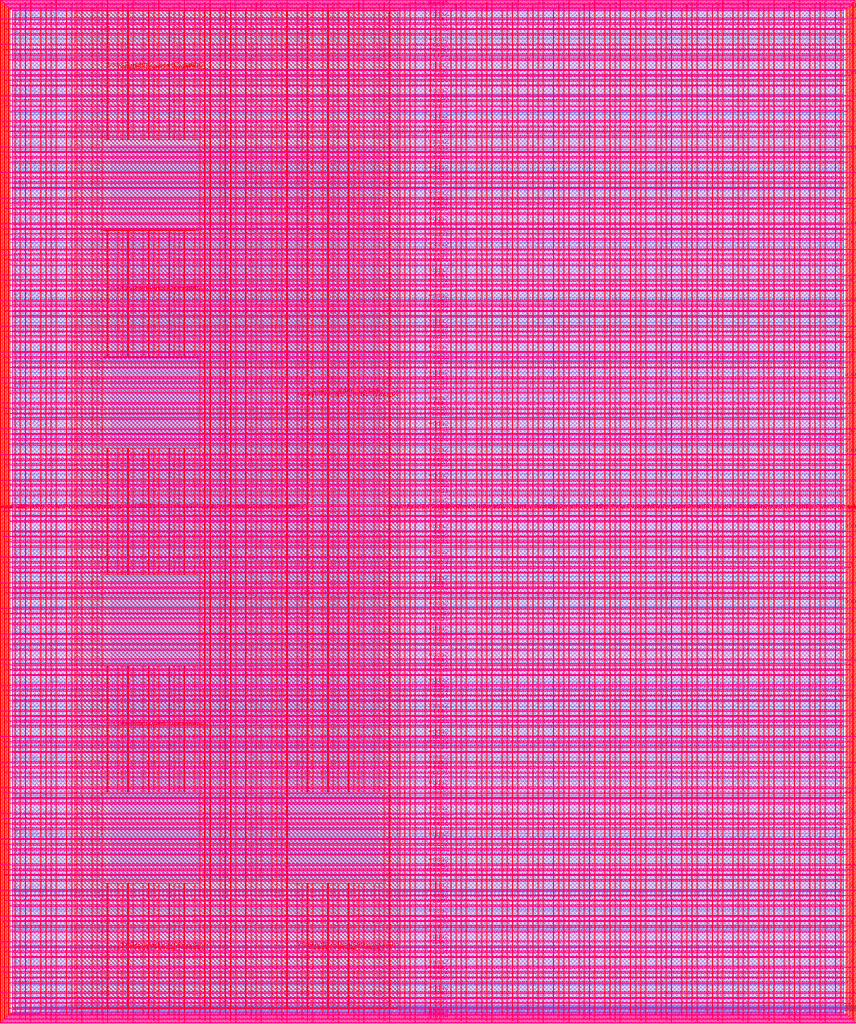
<source format=lef>
VERSION 5.7 ;
  NOWIREEXTENSIONATPIN ON ;
  DIVIDERCHAR "/" ;
  BUSBITCHARS "[]" ;
MACRO user_project_wrapper
  CLASS BLOCK ;
  FOREIGN user_project_wrapper ;
  ORIGIN 0.000 0.000 ;
  SIZE 2920.000 BY 3520.000 ;
  PIN analog_io[0]
    DIRECTION INOUT ;
    USE SIGNAL ;
    PORT
      LAYER met3 ;
        RECT 2917.600 1426.380 2924.800 1427.580 ;
    END
  END analog_io[0]
  PIN analog_io[10]
    DIRECTION INOUT ;
    USE SIGNAL ;
    PORT
      LAYER met2 ;
        RECT 2230.490 3517.600 2231.050 3524.800 ;
    END
  END analog_io[10]
  PIN analog_io[11]
    DIRECTION INOUT ;
    USE SIGNAL ;
    PORT
      LAYER met2 ;
        RECT 1905.730 3517.600 1906.290 3524.800 ;
    END
  END analog_io[11]
  PIN analog_io[12]
    DIRECTION INOUT ;
    USE SIGNAL ;
    PORT
      LAYER met2 ;
        RECT 1581.430 3517.600 1581.990 3524.800 ;
    END
  END analog_io[12]
  PIN analog_io[13]
    DIRECTION INOUT ;
    USE SIGNAL ;
    PORT
      LAYER met2 ;
        RECT 1257.130 3517.600 1257.690 3524.800 ;
    END
  END analog_io[13]
  PIN analog_io[14]
    DIRECTION INOUT ;
    USE SIGNAL ;
    PORT
      LAYER met2 ;
        RECT 932.370 3517.600 932.930 3524.800 ;
    END
  END analog_io[14]
  PIN analog_io[15]
    DIRECTION INOUT ;
    USE SIGNAL ;
    PORT
      LAYER met2 ;
        RECT 608.070 3517.600 608.630 3524.800 ;
    END
  END analog_io[15]
  PIN analog_io[16]
    DIRECTION INOUT ;
    USE SIGNAL ;
    PORT
      LAYER met2 ;
        RECT 283.770 3517.600 284.330 3524.800 ;
    END
  END analog_io[16]
  PIN analog_io[17]
    DIRECTION INOUT ;
    USE SIGNAL ;
    PORT
      LAYER met3 ;
        RECT -4.800 3486.100 2.400 3487.300 ;
    END
  END analog_io[17]
  PIN analog_io[18]
    DIRECTION INOUT ;
    USE SIGNAL ;
    PORT
      LAYER met3 ;
        RECT -4.800 3224.980 2.400 3226.180 ;
    END
  END analog_io[18]
  PIN analog_io[19]
    DIRECTION INOUT ;
    USE SIGNAL ;
    PORT
      LAYER met3 ;
        RECT -4.800 2964.540 2.400 2965.740 ;
    END
  END analog_io[19]
  PIN analog_io[1]
    DIRECTION INOUT ;
    USE SIGNAL ;
    PORT
      LAYER met3 ;
        RECT 2917.600 1692.260 2924.800 1693.460 ;
    END
  END analog_io[1]
  PIN analog_io[20]
    DIRECTION INOUT ;
    USE SIGNAL ;
    PORT
      LAYER met3 ;
        RECT -4.800 2703.420 2.400 2704.620 ;
    END
  END analog_io[20]
  PIN analog_io[21]
    DIRECTION INOUT ;
    USE SIGNAL ;
    PORT
      LAYER met3 ;
        RECT -4.800 2442.980 2.400 2444.180 ;
    END
  END analog_io[21]
  PIN analog_io[22]
    DIRECTION INOUT ;
    USE SIGNAL ;
    PORT
      LAYER met3 ;
        RECT -4.800 2182.540 2.400 2183.740 ;
    END
  END analog_io[22]
  PIN analog_io[23]
    DIRECTION INOUT ;
    USE SIGNAL ;
    PORT
      LAYER met3 ;
        RECT -4.800 1921.420 2.400 1922.620 ;
    END
  END analog_io[23]
  PIN analog_io[24]
    DIRECTION INOUT ;
    USE SIGNAL ;
    PORT
      LAYER met3 ;
        RECT -4.800 1660.980 2.400 1662.180 ;
    END
  END analog_io[24]
  PIN analog_io[25]
    DIRECTION INOUT ;
    USE SIGNAL ;
    PORT
      LAYER met3 ;
        RECT -4.800 1399.860 2.400 1401.060 ;
    END
  END analog_io[25]
  PIN analog_io[26]
    DIRECTION INOUT ;
    USE SIGNAL ;
    PORT
      LAYER met3 ;
        RECT -4.800 1139.420 2.400 1140.620 ;
    END
  END analog_io[26]
  PIN analog_io[27]
    DIRECTION INOUT ;
    USE SIGNAL ;
    PORT
      LAYER met3 ;
        RECT -4.800 878.980 2.400 880.180 ;
    END
  END analog_io[27]
  PIN analog_io[28]
    DIRECTION INOUT ;
    USE SIGNAL ;
    PORT
      LAYER met3 ;
        RECT -4.800 617.860 2.400 619.060 ;
    END
  END analog_io[28]
  PIN analog_io[2]
    DIRECTION INOUT ;
    USE SIGNAL ;
    PORT
      LAYER met3 ;
        RECT 2917.600 1958.140 2924.800 1959.340 ;
    END
  END analog_io[2]
  PIN analog_io[3]
    DIRECTION INOUT ;
    USE SIGNAL ;
    PORT
      LAYER met3 ;
        RECT 2917.600 2223.340 2924.800 2224.540 ;
    END
  END analog_io[3]
  PIN analog_io[4]
    DIRECTION INOUT ;
    USE SIGNAL ;
    PORT
      LAYER met3 ;
        RECT 2917.600 2489.220 2924.800 2490.420 ;
    END
  END analog_io[4]
  PIN analog_io[5]
    DIRECTION INOUT ;
    USE SIGNAL ;
    PORT
      LAYER met3 ;
        RECT 2917.600 2755.100 2924.800 2756.300 ;
    END
  END analog_io[5]
  PIN analog_io[6]
    DIRECTION INOUT ;
    USE SIGNAL ;
    PORT
      LAYER met3 ;
        RECT 2917.600 3020.300 2924.800 3021.500 ;
    END
  END analog_io[6]
  PIN analog_io[7]
    DIRECTION INOUT ;
    USE SIGNAL ;
    PORT
      LAYER met3 ;
        RECT 2917.600 3286.180 2924.800 3287.380 ;
    END
  END analog_io[7]
  PIN analog_io[8]
    DIRECTION INOUT ;
    USE SIGNAL ;
    PORT
      LAYER met2 ;
        RECT 2879.090 3517.600 2879.650 3524.800 ;
    END
  END analog_io[8]
  PIN analog_io[9]
    DIRECTION INOUT ;
    USE SIGNAL ;
    PORT
      LAYER met2 ;
        RECT 2554.790 3517.600 2555.350 3524.800 ;
    END
  END analog_io[9]
  PIN io_in[0]
    DIRECTION INPUT ;
    USE SIGNAL ;
    PORT
      LAYER met3 ;
        RECT 2917.600 32.380 2924.800 33.580 ;
    END
  END io_in[0]
  PIN io_in[10]
    DIRECTION INPUT ;
    USE SIGNAL ;
    PORT
      LAYER met3 ;
        RECT 2917.600 2289.980 2924.800 2291.180 ;
    END
  END io_in[10]
  PIN io_in[11]
    DIRECTION INPUT ;
    USE SIGNAL ;
    PORT
      LAYER met3 ;
        RECT 2917.600 2555.860 2924.800 2557.060 ;
    END
  END io_in[11]
  PIN io_in[12]
    DIRECTION INPUT ;
    USE SIGNAL ;
    PORT
      LAYER met3 ;
        RECT 2917.600 2821.060 2924.800 2822.260 ;
    END
  END io_in[12]
  PIN io_in[13]
    DIRECTION INPUT ;
    USE SIGNAL ;
    PORT
      LAYER met3 ;
        RECT 2917.600 3086.940 2924.800 3088.140 ;
    END
  END io_in[13]
  PIN io_in[14]
    DIRECTION INPUT ;
    USE SIGNAL ;
    PORT
      LAYER met3 ;
        RECT 2917.600 3352.820 2924.800 3354.020 ;
    END
  END io_in[14]
  PIN io_in[15]
    DIRECTION INPUT ;
    USE SIGNAL ;
    PORT
      LAYER met2 ;
        RECT 2798.130 3517.600 2798.690 3524.800 ;
    END
  END io_in[15]
  PIN io_in[16]
    DIRECTION INPUT ;
    USE SIGNAL ;
    PORT
      LAYER met2 ;
        RECT 2473.830 3517.600 2474.390 3524.800 ;
    END
  END io_in[16]
  PIN io_in[17]
    DIRECTION INPUT ;
    USE SIGNAL ;
    PORT
      LAYER met2 ;
        RECT 2149.070 3517.600 2149.630 3524.800 ;
    END
  END io_in[17]
  PIN io_in[18]
    DIRECTION INPUT ;
    USE SIGNAL ;
    PORT
      LAYER met2 ;
        RECT 1824.770 3517.600 1825.330 3524.800 ;
    END
  END io_in[18]
  PIN io_in[19]
    DIRECTION INPUT ;
    USE SIGNAL ;
    PORT
      LAYER met2 ;
        RECT 1500.470 3517.600 1501.030 3524.800 ;
    END
  END io_in[19]
  PIN io_in[1]
    DIRECTION INPUT ;
    USE SIGNAL ;
    PORT
      LAYER met3 ;
        RECT 2917.600 230.940 2924.800 232.140 ;
    END
  END io_in[1]
  PIN io_in[20]
    DIRECTION INPUT ;
    USE SIGNAL ;
    PORT
      LAYER met2 ;
        RECT 1175.710 3517.600 1176.270 3524.800 ;
    END
  END io_in[20]
  PIN io_in[21]
    DIRECTION INPUT ;
    USE SIGNAL ;
    PORT
      LAYER met2 ;
        RECT 851.410 3517.600 851.970 3524.800 ;
    END
  END io_in[21]
  PIN io_in[22]
    DIRECTION INPUT ;
    USE SIGNAL ;
    PORT
      LAYER met2 ;
        RECT 527.110 3517.600 527.670 3524.800 ;
    END
  END io_in[22]
  PIN io_in[23]
    DIRECTION INPUT ;
    USE SIGNAL ;
    PORT
      LAYER met2 ;
        RECT 202.350 3517.600 202.910 3524.800 ;
    END
  END io_in[23]
  PIN io_in[24]
    DIRECTION INPUT ;
    USE SIGNAL ;
    PORT
      LAYER met3 ;
        RECT -4.800 3420.820 2.400 3422.020 ;
    END
  END io_in[24]
  PIN io_in[25]
    DIRECTION INPUT ;
    USE SIGNAL ;
    PORT
      LAYER met3 ;
        RECT -4.800 3159.700 2.400 3160.900 ;
    END
  END io_in[25]
  PIN io_in[26]
    DIRECTION INPUT ;
    USE SIGNAL ;
    PORT
      LAYER met3 ;
        RECT -4.800 2899.260 2.400 2900.460 ;
    END
  END io_in[26]
  PIN io_in[27]
    DIRECTION INPUT ;
    USE SIGNAL ;
    PORT
      LAYER met3 ;
        RECT -4.800 2638.820 2.400 2640.020 ;
    END
  END io_in[27]
  PIN io_in[28]
    DIRECTION INPUT ;
    USE SIGNAL ;
    PORT
      LAYER met3 ;
        RECT -4.800 2377.700 2.400 2378.900 ;
    END
  END io_in[28]
  PIN io_in[29]
    DIRECTION INPUT ;
    USE SIGNAL ;
    PORT
      LAYER met3 ;
        RECT -4.800 2117.260 2.400 2118.460 ;
    END
  END io_in[29]
  PIN io_in[2]
    DIRECTION INPUT ;
    USE SIGNAL ;
    PORT
      LAYER met3 ;
        RECT 2917.600 430.180 2924.800 431.380 ;
    END
  END io_in[2]
  PIN io_in[30]
    DIRECTION INPUT ;
    USE SIGNAL ;
    PORT
      LAYER met3 ;
        RECT -4.800 1856.140 2.400 1857.340 ;
    END
  END io_in[30]
  PIN io_in[31]
    DIRECTION INPUT ;
    USE SIGNAL ;
    PORT
      LAYER met3 ;
        RECT -4.800 1595.700 2.400 1596.900 ;
    END
  END io_in[31]
  PIN io_in[32]
    DIRECTION INPUT ;
    USE SIGNAL ;
    PORT
      LAYER met3 ;
        RECT -4.800 1335.260 2.400 1336.460 ;
    END
  END io_in[32]
  PIN io_in[33]
    DIRECTION INPUT ;
    USE SIGNAL ;
    PORT
      LAYER met3 ;
        RECT -4.800 1074.140 2.400 1075.340 ;
    END
  END io_in[33]
  PIN io_in[34]
    DIRECTION INPUT ;
    USE SIGNAL ;
    PORT
      LAYER met3 ;
        RECT -4.800 813.700 2.400 814.900 ;
    END
  END io_in[34]
  PIN io_in[35]
    DIRECTION INPUT ;
    USE SIGNAL ;
    PORT
      LAYER met3 ;
        RECT -4.800 552.580 2.400 553.780 ;
    END
  END io_in[35]
  PIN io_in[36]
    DIRECTION INPUT ;
    USE SIGNAL ;
    PORT
      LAYER met3 ;
        RECT -4.800 357.420 2.400 358.620 ;
    END
  END io_in[36]
  PIN io_in[37]
    DIRECTION INPUT ;
    USE SIGNAL ;
    PORT
      LAYER met3 ;
        RECT -4.800 161.580 2.400 162.780 ;
    END
  END io_in[37]
  PIN io_in[3]
    DIRECTION INPUT ;
    USE SIGNAL ;
    PORT
      LAYER met3 ;
        RECT 2917.600 629.420 2924.800 630.620 ;
    END
  END io_in[3]
  PIN io_in[4]
    DIRECTION INPUT ;
    USE SIGNAL ;
    PORT
      LAYER met3 ;
        RECT 2917.600 828.660 2924.800 829.860 ;
    END
  END io_in[4]
  PIN io_in[5]
    DIRECTION INPUT ;
    USE SIGNAL ;
    PORT
      LAYER met3 ;
        RECT 2917.600 1027.900 2924.800 1029.100 ;
    END
  END io_in[5]
  PIN io_in[6]
    DIRECTION INPUT ;
    USE SIGNAL ;
    PORT
      LAYER met3 ;
        RECT 2917.600 1227.140 2924.800 1228.340 ;
    END
  END io_in[6]
  PIN io_in[7]
    DIRECTION INPUT ;
    USE SIGNAL ;
    PORT
      LAYER met3 ;
        RECT 2917.600 1493.020 2924.800 1494.220 ;
    END
  END io_in[7]
  PIN io_in[8]
    DIRECTION INPUT ;
    USE SIGNAL ;
    PORT
      LAYER met3 ;
        RECT 2917.600 1758.900 2924.800 1760.100 ;
    END
  END io_in[8]
  PIN io_in[9]
    DIRECTION INPUT ;
    USE SIGNAL ;
    PORT
      LAYER met3 ;
        RECT 2917.600 2024.100 2924.800 2025.300 ;
    END
  END io_in[9]
  PIN io_oeb[0]
    DIRECTION OUTPUT TRISTATE ;
    USE SIGNAL ;
    PORT
      LAYER met3 ;
        RECT 2917.600 164.980 2924.800 166.180 ;
    END
  END io_oeb[0]
  PIN io_oeb[10]
    DIRECTION OUTPUT TRISTATE ;
    USE SIGNAL ;
    PORT
      LAYER met3 ;
        RECT 2917.600 2422.580 2924.800 2423.780 ;
    END
  END io_oeb[10]
  PIN io_oeb[11]
    DIRECTION OUTPUT TRISTATE ;
    USE SIGNAL ;
    PORT
      LAYER met3 ;
        RECT 2917.600 2688.460 2924.800 2689.660 ;
    END
  END io_oeb[11]
  PIN io_oeb[12]
    DIRECTION OUTPUT TRISTATE ;
    USE SIGNAL ;
    PORT
      LAYER met3 ;
        RECT 2917.600 2954.340 2924.800 2955.540 ;
    END
  END io_oeb[12]
  PIN io_oeb[13]
    DIRECTION OUTPUT TRISTATE ;
    USE SIGNAL ;
    PORT
      LAYER met3 ;
        RECT 2917.600 3219.540 2924.800 3220.740 ;
    END
  END io_oeb[13]
  PIN io_oeb[14]
    DIRECTION OUTPUT TRISTATE ;
    USE SIGNAL ;
    PORT
      LAYER met3 ;
        RECT 2917.600 3485.420 2924.800 3486.620 ;
    END
  END io_oeb[14]
  PIN io_oeb[15]
    DIRECTION OUTPUT TRISTATE ;
    USE SIGNAL ;
    PORT
      LAYER met2 ;
        RECT 2635.750 3517.600 2636.310 3524.800 ;
    END
  END io_oeb[15]
  PIN io_oeb[16]
    DIRECTION OUTPUT TRISTATE ;
    USE SIGNAL ;
    PORT
      LAYER met2 ;
        RECT 2311.450 3517.600 2312.010 3524.800 ;
    END
  END io_oeb[16]
  PIN io_oeb[17]
    DIRECTION OUTPUT TRISTATE ;
    USE SIGNAL ;
    PORT
      LAYER met2 ;
        RECT 1987.150 3517.600 1987.710 3524.800 ;
    END
  END io_oeb[17]
  PIN io_oeb[18]
    DIRECTION OUTPUT TRISTATE ;
    USE SIGNAL ;
    PORT
      LAYER met2 ;
        RECT 1662.390 3517.600 1662.950 3524.800 ;
    END
  END io_oeb[18]
  PIN io_oeb[19]
    DIRECTION OUTPUT TRISTATE ;
    USE SIGNAL ;
    PORT
      LAYER met2 ;
        RECT 1338.090 3517.600 1338.650 3524.800 ;
    END
  END io_oeb[19]
  PIN io_oeb[1]
    DIRECTION OUTPUT TRISTATE ;
    USE SIGNAL ;
    PORT
      LAYER met3 ;
        RECT 2917.600 364.220 2924.800 365.420 ;
    END
  END io_oeb[1]
  PIN io_oeb[20]
    DIRECTION OUTPUT TRISTATE ;
    USE SIGNAL ;
    PORT
      LAYER met2 ;
        RECT 1013.790 3517.600 1014.350 3524.800 ;
    END
  END io_oeb[20]
  PIN io_oeb[21]
    DIRECTION OUTPUT TRISTATE ;
    USE SIGNAL ;
    PORT
      LAYER met2 ;
        RECT 689.030 3517.600 689.590 3524.800 ;
    END
  END io_oeb[21]
  PIN io_oeb[22]
    DIRECTION OUTPUT TRISTATE ;
    USE SIGNAL ;
    PORT
      LAYER met2 ;
        RECT 364.730 3517.600 365.290 3524.800 ;
    END
  END io_oeb[22]
  PIN io_oeb[23]
    DIRECTION OUTPUT TRISTATE ;
    USE SIGNAL ;
    PORT
      LAYER met2 ;
        RECT 40.430 3517.600 40.990 3524.800 ;
    END
  END io_oeb[23]
  PIN io_oeb[24]
    DIRECTION OUTPUT TRISTATE ;
    USE SIGNAL ;
    PORT
      LAYER met3 ;
        RECT -4.800 3290.260 2.400 3291.460 ;
    END
  END io_oeb[24]
  PIN io_oeb[25]
    DIRECTION OUTPUT TRISTATE ;
    USE SIGNAL ;
    PORT
      LAYER met3 ;
        RECT -4.800 3029.820 2.400 3031.020 ;
    END
  END io_oeb[25]
  PIN io_oeb[26]
    DIRECTION OUTPUT TRISTATE ;
    USE SIGNAL ;
    PORT
      LAYER met3 ;
        RECT -4.800 2768.700 2.400 2769.900 ;
    END
  END io_oeb[26]
  PIN io_oeb[27]
    DIRECTION OUTPUT TRISTATE ;
    USE SIGNAL ;
    PORT
      LAYER met3 ;
        RECT -4.800 2508.260 2.400 2509.460 ;
    END
  END io_oeb[27]
  PIN io_oeb[28]
    DIRECTION OUTPUT TRISTATE ;
    USE SIGNAL ;
    PORT
      LAYER met3 ;
        RECT -4.800 2247.140 2.400 2248.340 ;
    END
  END io_oeb[28]
  PIN io_oeb[29]
    DIRECTION OUTPUT TRISTATE ;
    USE SIGNAL ;
    PORT
      LAYER met3 ;
        RECT -4.800 1986.700 2.400 1987.900 ;
    END
  END io_oeb[29]
  PIN io_oeb[2]
    DIRECTION OUTPUT TRISTATE ;
    USE SIGNAL ;
    PORT
      LAYER met3 ;
        RECT 2917.600 563.460 2924.800 564.660 ;
    END
  END io_oeb[2]
  PIN io_oeb[30]
    DIRECTION OUTPUT TRISTATE ;
    USE SIGNAL ;
    PORT
      LAYER met3 ;
        RECT -4.800 1726.260 2.400 1727.460 ;
    END
  END io_oeb[30]
  PIN io_oeb[31]
    DIRECTION OUTPUT TRISTATE ;
    USE SIGNAL ;
    PORT
      LAYER met3 ;
        RECT -4.800 1465.140 2.400 1466.340 ;
    END
  END io_oeb[31]
  PIN io_oeb[32]
    DIRECTION OUTPUT TRISTATE ;
    USE SIGNAL ;
    PORT
      LAYER met3 ;
        RECT -4.800 1204.700 2.400 1205.900 ;
    END
  END io_oeb[32]
  PIN io_oeb[33]
    DIRECTION OUTPUT TRISTATE ;
    USE SIGNAL ;
    PORT
      LAYER met3 ;
        RECT -4.800 943.580 2.400 944.780 ;
    END
  END io_oeb[33]
  PIN io_oeb[34]
    DIRECTION OUTPUT TRISTATE ;
    USE SIGNAL ;
    PORT
      LAYER met3 ;
        RECT -4.800 683.140 2.400 684.340 ;
    END
  END io_oeb[34]
  PIN io_oeb[35]
    DIRECTION OUTPUT TRISTATE ;
    USE SIGNAL ;
    PORT
      LAYER met3 ;
        RECT -4.800 422.700 2.400 423.900 ;
    END
  END io_oeb[35]
  PIN io_oeb[36]
    DIRECTION OUTPUT TRISTATE ;
    USE SIGNAL ;
    PORT
      LAYER met3 ;
        RECT -4.800 226.860 2.400 228.060 ;
    END
  END io_oeb[36]
  PIN io_oeb[37]
    DIRECTION OUTPUT TRISTATE ;
    USE SIGNAL ;
    PORT
      LAYER met3 ;
        RECT -4.800 31.700 2.400 32.900 ;
    END
  END io_oeb[37]
  PIN io_oeb[3]
    DIRECTION OUTPUT TRISTATE ;
    USE SIGNAL ;
    PORT
      LAYER met3 ;
        RECT 2917.600 762.700 2924.800 763.900 ;
    END
  END io_oeb[3]
  PIN io_oeb[4]
    DIRECTION OUTPUT TRISTATE ;
    USE SIGNAL ;
    PORT
      LAYER met3 ;
        RECT 2917.600 961.940 2924.800 963.140 ;
    END
  END io_oeb[4]
  PIN io_oeb[5]
    DIRECTION OUTPUT TRISTATE ;
    USE SIGNAL ;
    PORT
      LAYER met3 ;
        RECT 2917.600 1161.180 2924.800 1162.380 ;
    END
  END io_oeb[5]
  PIN io_oeb[6]
    DIRECTION OUTPUT TRISTATE ;
    USE SIGNAL ;
    PORT
      LAYER met3 ;
        RECT 2917.600 1360.420 2924.800 1361.620 ;
    END
  END io_oeb[6]
  PIN io_oeb[7]
    DIRECTION OUTPUT TRISTATE ;
    USE SIGNAL ;
    PORT
      LAYER met3 ;
        RECT 2917.600 1625.620 2924.800 1626.820 ;
    END
  END io_oeb[7]
  PIN io_oeb[8]
    DIRECTION OUTPUT TRISTATE ;
    USE SIGNAL ;
    PORT
      LAYER met3 ;
        RECT 2917.600 1891.500 2924.800 1892.700 ;
    END
  END io_oeb[8]
  PIN io_oeb[9]
    DIRECTION OUTPUT TRISTATE ;
    USE SIGNAL ;
    PORT
      LAYER met3 ;
        RECT 2917.600 2157.380 2924.800 2158.580 ;
    END
  END io_oeb[9]
  PIN io_out[0]
    DIRECTION OUTPUT TRISTATE ;
    USE SIGNAL ;
    PORT
      LAYER met3 ;
        RECT 2917.600 98.340 2924.800 99.540 ;
    END
  END io_out[0]
  PIN io_out[10]
    DIRECTION OUTPUT TRISTATE ;
    USE SIGNAL ;
    PORT
      LAYER met3 ;
        RECT 2917.600 2356.620 2924.800 2357.820 ;
    END
  END io_out[10]
  PIN io_out[11]
    DIRECTION OUTPUT TRISTATE ;
    USE SIGNAL ;
    PORT
      LAYER met3 ;
        RECT 2917.600 2621.820 2924.800 2623.020 ;
    END
  END io_out[11]
  PIN io_out[12]
    DIRECTION OUTPUT TRISTATE ;
    USE SIGNAL ;
    PORT
      LAYER met3 ;
        RECT 2917.600 2887.700 2924.800 2888.900 ;
    END
  END io_out[12]
  PIN io_out[13]
    DIRECTION OUTPUT TRISTATE ;
    USE SIGNAL ;
    PORT
      LAYER met3 ;
        RECT 2917.600 3153.580 2924.800 3154.780 ;
    END
  END io_out[13]
  PIN io_out[14]
    DIRECTION OUTPUT TRISTATE ;
    USE SIGNAL ;
    PORT
      LAYER met3 ;
        RECT 2917.600 3418.780 2924.800 3419.980 ;
    END
  END io_out[14]
  PIN io_out[15]
    DIRECTION OUTPUT TRISTATE ;
    USE SIGNAL ;
    PORT
      LAYER met2 ;
        RECT 2717.170 3517.600 2717.730 3524.800 ;
    END
  END io_out[15]
  PIN io_out[16]
    DIRECTION OUTPUT TRISTATE ;
    USE SIGNAL ;
    PORT
      LAYER met2 ;
        RECT 2392.410 3517.600 2392.970 3524.800 ;
    END
  END io_out[16]
  PIN io_out[17]
    DIRECTION OUTPUT TRISTATE ;
    USE SIGNAL ;
    PORT
      LAYER met2 ;
        RECT 2068.110 3517.600 2068.670 3524.800 ;
    END
  END io_out[17]
  PIN io_out[18]
    DIRECTION OUTPUT TRISTATE ;
    USE SIGNAL ;
    PORT
      LAYER met2 ;
        RECT 1743.810 3517.600 1744.370 3524.800 ;
    END
  END io_out[18]
  PIN io_out[19]
    DIRECTION OUTPUT TRISTATE ;
    USE SIGNAL ;
    PORT
      LAYER met2 ;
        RECT 1419.050 3517.600 1419.610 3524.800 ;
    END
  END io_out[19]
  PIN io_out[1]
    DIRECTION OUTPUT TRISTATE ;
    USE SIGNAL ;
    PORT
      LAYER met3 ;
        RECT 2917.600 297.580 2924.800 298.780 ;
    END
  END io_out[1]
  PIN io_out[20]
    DIRECTION OUTPUT TRISTATE ;
    USE SIGNAL ;
    PORT
      LAYER met2 ;
        RECT 1094.750 3517.600 1095.310 3524.800 ;
    END
  END io_out[20]
  PIN io_out[21]
    DIRECTION OUTPUT TRISTATE ;
    USE SIGNAL ;
    PORT
      LAYER met2 ;
        RECT 770.450 3517.600 771.010 3524.800 ;
    END
  END io_out[21]
  PIN io_out[22]
    DIRECTION OUTPUT TRISTATE ;
    USE SIGNAL ;
    PORT
      LAYER met2 ;
        RECT 445.690 3517.600 446.250 3524.800 ;
    END
  END io_out[22]
  PIN io_out[23]
    DIRECTION OUTPUT TRISTATE ;
    USE SIGNAL ;
    PORT
      LAYER met2 ;
        RECT 121.390 3517.600 121.950 3524.800 ;
    END
  END io_out[23]
  PIN io_out[24]
    DIRECTION OUTPUT TRISTATE ;
    USE SIGNAL ;
    PORT
      LAYER met3 ;
        RECT -4.800 3355.540 2.400 3356.740 ;
    END
  END io_out[24]
  PIN io_out[25]
    DIRECTION OUTPUT TRISTATE ;
    USE SIGNAL ;
    PORT
      LAYER met3 ;
        RECT -4.800 3095.100 2.400 3096.300 ;
    END
  END io_out[25]
  PIN io_out[26]
    DIRECTION OUTPUT TRISTATE ;
    USE SIGNAL ;
    PORT
      LAYER met3 ;
        RECT -4.800 2833.980 2.400 2835.180 ;
    END
  END io_out[26]
  PIN io_out[27]
    DIRECTION OUTPUT TRISTATE ;
    USE SIGNAL ;
    PORT
      LAYER met3 ;
        RECT -4.800 2573.540 2.400 2574.740 ;
    END
  END io_out[27]
  PIN io_out[28]
    DIRECTION OUTPUT TRISTATE ;
    USE SIGNAL ;
    PORT
      LAYER met3 ;
        RECT -4.800 2312.420 2.400 2313.620 ;
    END
  END io_out[28]
  PIN io_out[29]
    DIRECTION OUTPUT TRISTATE ;
    USE SIGNAL ;
    PORT
      LAYER met3 ;
        RECT -4.800 2051.980 2.400 2053.180 ;
    END
  END io_out[29]
  PIN io_out[2]
    DIRECTION OUTPUT TRISTATE ;
    USE SIGNAL ;
    PORT
      LAYER met3 ;
        RECT 2917.600 496.820 2924.800 498.020 ;
    END
  END io_out[2]
  PIN io_out[30]
    DIRECTION OUTPUT TRISTATE ;
    USE SIGNAL ;
    PORT
      LAYER met3 ;
        RECT -4.800 1791.540 2.400 1792.740 ;
    END
  END io_out[30]
  PIN io_out[31]
    DIRECTION OUTPUT TRISTATE ;
    USE SIGNAL ;
    PORT
      LAYER met3 ;
        RECT -4.800 1530.420 2.400 1531.620 ;
    END
  END io_out[31]
  PIN io_out[32]
    DIRECTION OUTPUT TRISTATE ;
    USE SIGNAL ;
    PORT
      LAYER met3 ;
        RECT -4.800 1269.980 2.400 1271.180 ;
    END
  END io_out[32]
  PIN io_out[33]
    DIRECTION OUTPUT TRISTATE ;
    USE SIGNAL ;
    PORT
      LAYER met3 ;
        RECT -4.800 1008.860 2.400 1010.060 ;
    END
  END io_out[33]
  PIN io_out[34]
    DIRECTION OUTPUT TRISTATE ;
    USE SIGNAL ;
    PORT
      LAYER met3 ;
        RECT -4.800 748.420 2.400 749.620 ;
    END
  END io_out[34]
  PIN io_out[35]
    DIRECTION OUTPUT TRISTATE ;
    USE SIGNAL ;
    PORT
      LAYER met3 ;
        RECT -4.800 487.300 2.400 488.500 ;
    END
  END io_out[35]
  PIN io_out[36]
    DIRECTION OUTPUT TRISTATE ;
    USE SIGNAL ;
    PORT
      LAYER met3 ;
        RECT -4.800 292.140 2.400 293.340 ;
    END
  END io_out[36]
  PIN io_out[37]
    DIRECTION OUTPUT TRISTATE ;
    USE SIGNAL ;
    PORT
      LAYER met3 ;
        RECT -4.800 96.300 2.400 97.500 ;
    END
  END io_out[37]
  PIN io_out[3]
    DIRECTION OUTPUT TRISTATE ;
    USE SIGNAL ;
    PORT
      LAYER met3 ;
        RECT 2917.600 696.060 2924.800 697.260 ;
    END
  END io_out[3]
  PIN io_out[4]
    DIRECTION OUTPUT TRISTATE ;
    USE SIGNAL ;
    PORT
      LAYER met3 ;
        RECT 2917.600 895.300 2924.800 896.500 ;
    END
  END io_out[4]
  PIN io_out[5]
    DIRECTION OUTPUT TRISTATE ;
    USE SIGNAL ;
    PORT
      LAYER met3 ;
        RECT 2917.600 1094.540 2924.800 1095.740 ;
    END
  END io_out[5]
  PIN io_out[6]
    DIRECTION OUTPUT TRISTATE ;
    USE SIGNAL ;
    PORT
      LAYER met3 ;
        RECT 2917.600 1293.780 2924.800 1294.980 ;
    END
  END io_out[6]
  PIN io_out[7]
    DIRECTION OUTPUT TRISTATE ;
    USE SIGNAL ;
    PORT
      LAYER met3 ;
        RECT 2917.600 1559.660 2924.800 1560.860 ;
    END
  END io_out[7]
  PIN io_out[8]
    DIRECTION OUTPUT TRISTATE ;
    USE SIGNAL ;
    PORT
      LAYER met3 ;
        RECT 2917.600 1824.860 2924.800 1826.060 ;
    END
  END io_out[8]
  PIN io_out[9]
    DIRECTION OUTPUT TRISTATE ;
    USE SIGNAL ;
    PORT
      LAYER met3 ;
        RECT 2917.600 2090.740 2924.800 2091.940 ;
    END
  END io_out[9]
  PIN la_data_in[0]
    DIRECTION INPUT ;
    USE SIGNAL ;
    PORT
      LAYER met2 ;
        RECT 629.230 -4.800 629.790 2.400 ;
    END
  END la_data_in[0]
  PIN la_data_in[100]
    DIRECTION INPUT ;
    USE SIGNAL ;
    PORT
      LAYER met2 ;
        RECT 2402.530 -4.800 2403.090 2.400 ;
    END
  END la_data_in[100]
  PIN la_data_in[101]
    DIRECTION INPUT ;
    USE SIGNAL ;
    PORT
      LAYER met2 ;
        RECT 2420.010 -4.800 2420.570 2.400 ;
    END
  END la_data_in[101]
  PIN la_data_in[102]
    DIRECTION INPUT ;
    USE SIGNAL ;
    PORT
      LAYER met2 ;
        RECT 2437.950 -4.800 2438.510 2.400 ;
    END
  END la_data_in[102]
  PIN la_data_in[103]
    DIRECTION INPUT ;
    USE SIGNAL ;
    PORT
      LAYER met2 ;
        RECT 2455.430 -4.800 2455.990 2.400 ;
    END
  END la_data_in[103]
  PIN la_data_in[104]
    DIRECTION INPUT ;
    USE SIGNAL ;
    PORT
      LAYER met2 ;
        RECT 2473.370 -4.800 2473.930 2.400 ;
    END
  END la_data_in[104]
  PIN la_data_in[105]
    DIRECTION INPUT ;
    USE SIGNAL ;
    PORT
      LAYER met2 ;
        RECT 2490.850 -4.800 2491.410 2.400 ;
    END
  END la_data_in[105]
  PIN la_data_in[106]
    DIRECTION INPUT ;
    USE SIGNAL ;
    PORT
      LAYER met2 ;
        RECT 2508.790 -4.800 2509.350 2.400 ;
    END
  END la_data_in[106]
  PIN la_data_in[107]
    DIRECTION INPUT ;
    USE SIGNAL ;
    PORT
      LAYER met2 ;
        RECT 2526.730 -4.800 2527.290 2.400 ;
    END
  END la_data_in[107]
  PIN la_data_in[108]
    DIRECTION INPUT ;
    USE SIGNAL ;
    PORT
      LAYER met2 ;
        RECT 2544.210 -4.800 2544.770 2.400 ;
    END
  END la_data_in[108]
  PIN la_data_in[109]
    DIRECTION INPUT ;
    USE SIGNAL ;
    PORT
      LAYER met2 ;
        RECT 2562.150 -4.800 2562.710 2.400 ;
    END
  END la_data_in[109]
  PIN la_data_in[10]
    DIRECTION INPUT ;
    USE SIGNAL ;
    PORT
      LAYER met2 ;
        RECT 806.330 -4.800 806.890 2.400 ;
    END
  END la_data_in[10]
  PIN la_data_in[110]
    DIRECTION INPUT ;
    USE SIGNAL ;
    PORT
      LAYER met2 ;
        RECT 2579.630 -4.800 2580.190 2.400 ;
    END
  END la_data_in[110]
  PIN la_data_in[111]
    DIRECTION INPUT ;
    USE SIGNAL ;
    PORT
      LAYER met2 ;
        RECT 2597.570 -4.800 2598.130 2.400 ;
    END
  END la_data_in[111]
  PIN la_data_in[112]
    DIRECTION INPUT ;
    USE SIGNAL ;
    PORT
      LAYER met2 ;
        RECT 2615.050 -4.800 2615.610 2.400 ;
    END
  END la_data_in[112]
  PIN la_data_in[113]
    DIRECTION INPUT ;
    USE SIGNAL ;
    PORT
      LAYER met2 ;
        RECT 2632.990 -4.800 2633.550 2.400 ;
    END
  END la_data_in[113]
  PIN la_data_in[114]
    DIRECTION INPUT ;
    USE SIGNAL ;
    PORT
      LAYER met2 ;
        RECT 2650.470 -4.800 2651.030 2.400 ;
    END
  END la_data_in[114]
  PIN la_data_in[115]
    DIRECTION INPUT ;
    USE SIGNAL ;
    PORT
      LAYER met2 ;
        RECT 2668.410 -4.800 2668.970 2.400 ;
    END
  END la_data_in[115]
  PIN la_data_in[116]
    DIRECTION INPUT ;
    USE SIGNAL ;
    PORT
      LAYER met2 ;
        RECT 2685.890 -4.800 2686.450 2.400 ;
    END
  END la_data_in[116]
  PIN la_data_in[117]
    DIRECTION INPUT ;
    USE SIGNAL ;
    PORT
      LAYER met2 ;
        RECT 2703.830 -4.800 2704.390 2.400 ;
    END
  END la_data_in[117]
  PIN la_data_in[118]
    DIRECTION INPUT ;
    USE SIGNAL ;
    PORT
      LAYER met2 ;
        RECT 2721.770 -4.800 2722.330 2.400 ;
    END
  END la_data_in[118]
  PIN la_data_in[119]
    DIRECTION INPUT ;
    USE SIGNAL ;
    PORT
      LAYER met2 ;
        RECT 2739.250 -4.800 2739.810 2.400 ;
    END
  END la_data_in[119]
  PIN la_data_in[11]
    DIRECTION INPUT ;
    USE SIGNAL ;
    PORT
      LAYER met2 ;
        RECT 824.270 -4.800 824.830 2.400 ;
    END
  END la_data_in[11]
  PIN la_data_in[120]
    DIRECTION INPUT ;
    USE SIGNAL ;
    PORT
      LAYER met2 ;
        RECT 2757.190 -4.800 2757.750 2.400 ;
    END
  END la_data_in[120]
  PIN la_data_in[121]
    DIRECTION INPUT ;
    USE SIGNAL ;
    PORT
      LAYER met2 ;
        RECT 2774.670 -4.800 2775.230 2.400 ;
    END
  END la_data_in[121]
  PIN la_data_in[122]
    DIRECTION INPUT ;
    USE SIGNAL ;
    PORT
      LAYER met2 ;
        RECT 2792.610 -4.800 2793.170 2.400 ;
    END
  END la_data_in[122]
  PIN la_data_in[123]
    DIRECTION INPUT ;
    USE SIGNAL ;
    PORT
      LAYER met2 ;
        RECT 2810.090 -4.800 2810.650 2.400 ;
    END
  END la_data_in[123]
  PIN la_data_in[124]
    DIRECTION INPUT ;
    USE SIGNAL ;
    PORT
      LAYER met2 ;
        RECT 2828.030 -4.800 2828.590 2.400 ;
    END
  END la_data_in[124]
  PIN la_data_in[125]
    DIRECTION INPUT ;
    USE SIGNAL ;
    PORT
      LAYER met2 ;
        RECT 2845.510 -4.800 2846.070 2.400 ;
    END
  END la_data_in[125]
  PIN la_data_in[126]
    DIRECTION INPUT ;
    USE SIGNAL ;
    PORT
      LAYER met2 ;
        RECT 2863.450 -4.800 2864.010 2.400 ;
    END
  END la_data_in[126]
  PIN la_data_in[127]
    DIRECTION INPUT ;
    USE SIGNAL ;
    PORT
      LAYER met2 ;
        RECT 2881.390 -4.800 2881.950 2.400 ;
    END
  END la_data_in[127]
  PIN la_data_in[12]
    DIRECTION INPUT ;
    USE SIGNAL ;
    PORT
      LAYER met2 ;
        RECT 841.750 -4.800 842.310 2.400 ;
    END
  END la_data_in[12]
  PIN la_data_in[13]
    DIRECTION INPUT ;
    USE SIGNAL ;
    PORT
      LAYER met2 ;
        RECT 859.690 -4.800 860.250 2.400 ;
    END
  END la_data_in[13]
  PIN la_data_in[14]
    DIRECTION INPUT ;
    USE SIGNAL ;
    PORT
      LAYER met2 ;
        RECT 877.170 -4.800 877.730 2.400 ;
    END
  END la_data_in[14]
  PIN la_data_in[15]
    DIRECTION INPUT ;
    USE SIGNAL ;
    PORT
      LAYER met2 ;
        RECT 895.110 -4.800 895.670 2.400 ;
    END
  END la_data_in[15]
  PIN la_data_in[16]
    DIRECTION INPUT ;
    USE SIGNAL ;
    PORT
      LAYER met2 ;
        RECT 912.590 -4.800 913.150 2.400 ;
    END
  END la_data_in[16]
  PIN la_data_in[17]
    DIRECTION INPUT ;
    USE SIGNAL ;
    PORT
      LAYER met2 ;
        RECT 930.530 -4.800 931.090 2.400 ;
    END
  END la_data_in[17]
  PIN la_data_in[18]
    DIRECTION INPUT ;
    USE SIGNAL ;
    PORT
      LAYER met2 ;
        RECT 948.470 -4.800 949.030 2.400 ;
    END
  END la_data_in[18]
  PIN la_data_in[19]
    DIRECTION INPUT ;
    USE SIGNAL ;
    PORT
      LAYER met2 ;
        RECT 965.950 -4.800 966.510 2.400 ;
    END
  END la_data_in[19]
  PIN la_data_in[1]
    DIRECTION INPUT ;
    USE SIGNAL ;
    PORT
      LAYER met2 ;
        RECT 646.710 -4.800 647.270 2.400 ;
    END
  END la_data_in[1]
  PIN la_data_in[20]
    DIRECTION INPUT ;
    USE SIGNAL ;
    PORT
      LAYER met2 ;
        RECT 983.890 -4.800 984.450 2.400 ;
    END
  END la_data_in[20]
  PIN la_data_in[21]
    DIRECTION INPUT ;
    USE SIGNAL ;
    PORT
      LAYER met2 ;
        RECT 1001.370 -4.800 1001.930 2.400 ;
    END
  END la_data_in[21]
  PIN la_data_in[22]
    DIRECTION INPUT ;
    USE SIGNAL ;
    PORT
      LAYER met2 ;
        RECT 1019.310 -4.800 1019.870 2.400 ;
    END
  END la_data_in[22]
  PIN la_data_in[23]
    DIRECTION INPUT ;
    USE SIGNAL ;
    PORT
      LAYER met2 ;
        RECT 1036.790 -4.800 1037.350 2.400 ;
    END
  END la_data_in[23]
  PIN la_data_in[24]
    DIRECTION INPUT ;
    USE SIGNAL ;
    PORT
      LAYER met2 ;
        RECT 1054.730 -4.800 1055.290 2.400 ;
    END
  END la_data_in[24]
  PIN la_data_in[25]
    DIRECTION INPUT ;
    USE SIGNAL ;
    PORT
      LAYER met2 ;
        RECT 1072.210 -4.800 1072.770 2.400 ;
    END
  END la_data_in[25]
  PIN la_data_in[26]
    DIRECTION INPUT ;
    USE SIGNAL ;
    PORT
      LAYER met2 ;
        RECT 1090.150 -4.800 1090.710 2.400 ;
    END
  END la_data_in[26]
  PIN la_data_in[27]
    DIRECTION INPUT ;
    USE SIGNAL ;
    PORT
      LAYER met2 ;
        RECT 1107.630 -4.800 1108.190 2.400 ;
    END
  END la_data_in[27]
  PIN la_data_in[28]
    DIRECTION INPUT ;
    USE SIGNAL ;
    PORT
      LAYER met2 ;
        RECT 1125.570 -4.800 1126.130 2.400 ;
    END
  END la_data_in[28]
  PIN la_data_in[29]
    DIRECTION INPUT ;
    USE SIGNAL ;
    PORT
      LAYER met2 ;
        RECT 1143.510 -4.800 1144.070 2.400 ;
    END
  END la_data_in[29]
  PIN la_data_in[2]
    DIRECTION INPUT ;
    USE SIGNAL ;
    PORT
      LAYER met2 ;
        RECT 664.650 -4.800 665.210 2.400 ;
    END
  END la_data_in[2]
  PIN la_data_in[30]
    DIRECTION INPUT ;
    USE SIGNAL ;
    PORT
      LAYER met2 ;
        RECT 1160.990 -4.800 1161.550 2.400 ;
    END
  END la_data_in[30]
  PIN la_data_in[31]
    DIRECTION INPUT ;
    USE SIGNAL ;
    PORT
      LAYER met2 ;
        RECT 1178.930 -4.800 1179.490 2.400 ;
    END
  END la_data_in[31]
  PIN la_data_in[32]
    DIRECTION INPUT ;
    USE SIGNAL ;
    PORT
      LAYER met2 ;
        RECT 1196.410 -4.800 1196.970 2.400 ;
    END
  END la_data_in[32]
  PIN la_data_in[33]
    DIRECTION INPUT ;
    USE SIGNAL ;
    PORT
      LAYER met2 ;
        RECT 1214.350 -4.800 1214.910 2.400 ;
    END
  END la_data_in[33]
  PIN la_data_in[34]
    DIRECTION INPUT ;
    USE SIGNAL ;
    PORT
      LAYER met2 ;
        RECT 1231.830 -4.800 1232.390 2.400 ;
    END
  END la_data_in[34]
  PIN la_data_in[35]
    DIRECTION INPUT ;
    USE SIGNAL ;
    PORT
      LAYER met2 ;
        RECT 1249.770 -4.800 1250.330 2.400 ;
    END
  END la_data_in[35]
  PIN la_data_in[36]
    DIRECTION INPUT ;
    USE SIGNAL ;
    PORT
      LAYER met2 ;
        RECT 1267.250 -4.800 1267.810 2.400 ;
    END
  END la_data_in[36]
  PIN la_data_in[37]
    DIRECTION INPUT ;
    USE SIGNAL ;
    PORT
      LAYER met2 ;
        RECT 1285.190 -4.800 1285.750 2.400 ;
    END
  END la_data_in[37]
  PIN la_data_in[38]
    DIRECTION INPUT ;
    USE SIGNAL ;
    PORT
      LAYER met2 ;
        RECT 1303.130 -4.800 1303.690 2.400 ;
    END
  END la_data_in[38]
  PIN la_data_in[39]
    DIRECTION INPUT ;
    USE SIGNAL ;
    PORT
      LAYER met2 ;
        RECT 1320.610 -4.800 1321.170 2.400 ;
    END
  END la_data_in[39]
  PIN la_data_in[3]
    DIRECTION INPUT ;
    USE SIGNAL ;
    PORT
      LAYER met2 ;
        RECT 682.130 -4.800 682.690 2.400 ;
    END
  END la_data_in[3]
  PIN la_data_in[40]
    DIRECTION INPUT ;
    USE SIGNAL ;
    PORT
      LAYER met2 ;
        RECT 1338.550 -4.800 1339.110 2.400 ;
    END
  END la_data_in[40]
  PIN la_data_in[41]
    DIRECTION INPUT ;
    USE SIGNAL ;
    PORT
      LAYER met2 ;
        RECT 1356.030 -4.800 1356.590 2.400 ;
    END
  END la_data_in[41]
  PIN la_data_in[42]
    DIRECTION INPUT ;
    USE SIGNAL ;
    PORT
      LAYER met2 ;
        RECT 1373.970 -4.800 1374.530 2.400 ;
    END
  END la_data_in[42]
  PIN la_data_in[43]
    DIRECTION INPUT ;
    USE SIGNAL ;
    PORT
      LAYER met2 ;
        RECT 1391.450 -4.800 1392.010 2.400 ;
    END
  END la_data_in[43]
  PIN la_data_in[44]
    DIRECTION INPUT ;
    USE SIGNAL ;
    PORT
      LAYER met2 ;
        RECT 1409.390 -4.800 1409.950 2.400 ;
    END
  END la_data_in[44]
  PIN la_data_in[45]
    DIRECTION INPUT ;
    USE SIGNAL ;
    PORT
      LAYER met2 ;
        RECT 1426.870 -4.800 1427.430 2.400 ;
    END
  END la_data_in[45]
  PIN la_data_in[46]
    DIRECTION INPUT ;
    USE SIGNAL ;
    PORT
      LAYER met2 ;
        RECT 1444.810 -4.800 1445.370 2.400 ;
    END
  END la_data_in[46]
  PIN la_data_in[47]
    DIRECTION INPUT ;
    USE SIGNAL ;
    PORT
      LAYER met2 ;
        RECT 1462.750 -4.800 1463.310 2.400 ;
    END
  END la_data_in[47]
  PIN la_data_in[48]
    DIRECTION INPUT ;
    USE SIGNAL ;
    PORT
      LAYER met2 ;
        RECT 1480.230 -4.800 1480.790 2.400 ;
    END
  END la_data_in[48]
  PIN la_data_in[49]
    DIRECTION INPUT ;
    USE SIGNAL ;
    PORT
      LAYER met2 ;
        RECT 1498.170 -4.800 1498.730 2.400 ;
    END
  END la_data_in[49]
  PIN la_data_in[4]
    DIRECTION INPUT ;
    USE SIGNAL ;
    PORT
      LAYER met2 ;
        RECT 700.070 -4.800 700.630 2.400 ;
    END
  END la_data_in[4]
  PIN la_data_in[50]
    DIRECTION INPUT ;
    USE SIGNAL ;
    PORT
      LAYER met2 ;
        RECT 1515.650 -4.800 1516.210 2.400 ;
    END
  END la_data_in[50]
  PIN la_data_in[51]
    DIRECTION INPUT ;
    USE SIGNAL ;
    PORT
      LAYER met2 ;
        RECT 1533.590 -4.800 1534.150 2.400 ;
    END
  END la_data_in[51]
  PIN la_data_in[52]
    DIRECTION INPUT ;
    USE SIGNAL ;
    PORT
      LAYER met2 ;
        RECT 1551.070 -4.800 1551.630 2.400 ;
    END
  END la_data_in[52]
  PIN la_data_in[53]
    DIRECTION INPUT ;
    USE SIGNAL ;
    PORT
      LAYER met2 ;
        RECT 1569.010 -4.800 1569.570 2.400 ;
    END
  END la_data_in[53]
  PIN la_data_in[54]
    DIRECTION INPUT ;
    USE SIGNAL ;
    PORT
      LAYER met2 ;
        RECT 1586.490 -4.800 1587.050 2.400 ;
    END
  END la_data_in[54]
  PIN la_data_in[55]
    DIRECTION INPUT ;
    USE SIGNAL ;
    PORT
      LAYER met2 ;
        RECT 1604.430 -4.800 1604.990 2.400 ;
    END
  END la_data_in[55]
  PIN la_data_in[56]
    DIRECTION INPUT ;
    USE SIGNAL ;
    PORT
      LAYER met2 ;
        RECT 1621.910 -4.800 1622.470 2.400 ;
    END
  END la_data_in[56]
  PIN la_data_in[57]
    DIRECTION INPUT ;
    USE SIGNAL ;
    PORT
      LAYER met2 ;
        RECT 1639.850 -4.800 1640.410 2.400 ;
    END
  END la_data_in[57]
  PIN la_data_in[58]
    DIRECTION INPUT ;
    USE SIGNAL ;
    PORT
      LAYER met2 ;
        RECT 1657.790 -4.800 1658.350 2.400 ;
    END
  END la_data_in[58]
  PIN la_data_in[59]
    DIRECTION INPUT ;
    USE SIGNAL ;
    PORT
      LAYER met2 ;
        RECT 1675.270 -4.800 1675.830 2.400 ;
    END
  END la_data_in[59]
  PIN la_data_in[5]
    DIRECTION INPUT ;
    USE SIGNAL ;
    PORT
      LAYER met2 ;
        RECT 717.550 -4.800 718.110 2.400 ;
    END
  END la_data_in[5]
  PIN la_data_in[60]
    DIRECTION INPUT ;
    USE SIGNAL ;
    PORT
      LAYER met2 ;
        RECT 1693.210 -4.800 1693.770 2.400 ;
    END
  END la_data_in[60]
  PIN la_data_in[61]
    DIRECTION INPUT ;
    USE SIGNAL ;
    PORT
      LAYER met2 ;
        RECT 1710.690 -4.800 1711.250 2.400 ;
    END
  END la_data_in[61]
  PIN la_data_in[62]
    DIRECTION INPUT ;
    USE SIGNAL ;
    PORT
      LAYER met2 ;
        RECT 1728.630 -4.800 1729.190 2.400 ;
    END
  END la_data_in[62]
  PIN la_data_in[63]
    DIRECTION INPUT ;
    USE SIGNAL ;
    PORT
      LAYER met2 ;
        RECT 1746.110 -4.800 1746.670 2.400 ;
    END
  END la_data_in[63]
  PIN la_data_in[64]
    DIRECTION INPUT ;
    USE SIGNAL ;
    PORT
      LAYER met2 ;
        RECT 1764.050 -4.800 1764.610 2.400 ;
    END
  END la_data_in[64]
  PIN la_data_in[65]
    DIRECTION INPUT ;
    USE SIGNAL ;
    PORT
      LAYER met2 ;
        RECT 1781.530 -4.800 1782.090 2.400 ;
    END
  END la_data_in[65]
  PIN la_data_in[66]
    DIRECTION INPUT ;
    USE SIGNAL ;
    PORT
      LAYER met2 ;
        RECT 1799.470 -4.800 1800.030 2.400 ;
    END
  END la_data_in[66]
  PIN la_data_in[67]
    DIRECTION INPUT ;
    USE SIGNAL ;
    PORT
      LAYER met2 ;
        RECT 1817.410 -4.800 1817.970 2.400 ;
    END
  END la_data_in[67]
  PIN la_data_in[68]
    DIRECTION INPUT ;
    USE SIGNAL ;
    PORT
      LAYER met2 ;
        RECT 1834.890 -4.800 1835.450 2.400 ;
    END
  END la_data_in[68]
  PIN la_data_in[69]
    DIRECTION INPUT ;
    USE SIGNAL ;
    PORT
      LAYER met2 ;
        RECT 1852.830 -4.800 1853.390 2.400 ;
    END
  END la_data_in[69]
  PIN la_data_in[6]
    DIRECTION INPUT ;
    USE SIGNAL ;
    PORT
      LAYER met2 ;
        RECT 735.490 -4.800 736.050 2.400 ;
    END
  END la_data_in[6]
  PIN la_data_in[70]
    DIRECTION INPUT ;
    USE SIGNAL ;
    PORT
      LAYER met2 ;
        RECT 1870.310 -4.800 1870.870 2.400 ;
    END
  END la_data_in[70]
  PIN la_data_in[71]
    DIRECTION INPUT ;
    USE SIGNAL ;
    PORT
      LAYER met2 ;
        RECT 1888.250 -4.800 1888.810 2.400 ;
    END
  END la_data_in[71]
  PIN la_data_in[72]
    DIRECTION INPUT ;
    USE SIGNAL ;
    PORT
      LAYER met2 ;
        RECT 1905.730 -4.800 1906.290 2.400 ;
    END
  END la_data_in[72]
  PIN la_data_in[73]
    DIRECTION INPUT ;
    USE SIGNAL ;
    PORT
      LAYER met2 ;
        RECT 1923.670 -4.800 1924.230 2.400 ;
    END
  END la_data_in[73]
  PIN la_data_in[74]
    DIRECTION INPUT ;
    USE SIGNAL ;
    PORT
      LAYER met2 ;
        RECT 1941.150 -4.800 1941.710 2.400 ;
    END
  END la_data_in[74]
  PIN la_data_in[75]
    DIRECTION INPUT ;
    USE SIGNAL ;
    PORT
      LAYER met2 ;
        RECT 1959.090 -4.800 1959.650 2.400 ;
    END
  END la_data_in[75]
  PIN la_data_in[76]
    DIRECTION INPUT ;
    USE SIGNAL ;
    PORT
      LAYER met2 ;
        RECT 1976.570 -4.800 1977.130 2.400 ;
    END
  END la_data_in[76]
  PIN la_data_in[77]
    DIRECTION INPUT ;
    USE SIGNAL ;
    PORT
      LAYER met2 ;
        RECT 1994.510 -4.800 1995.070 2.400 ;
    END
  END la_data_in[77]
  PIN la_data_in[78]
    DIRECTION INPUT ;
    USE SIGNAL ;
    PORT
      LAYER met2 ;
        RECT 2012.450 -4.800 2013.010 2.400 ;
    END
  END la_data_in[78]
  PIN la_data_in[79]
    DIRECTION INPUT ;
    USE SIGNAL ;
    PORT
      LAYER met2 ;
        RECT 2029.930 -4.800 2030.490 2.400 ;
    END
  END la_data_in[79]
  PIN la_data_in[7]
    DIRECTION INPUT ;
    USE SIGNAL ;
    PORT
      LAYER met2 ;
        RECT 752.970 -4.800 753.530 2.400 ;
    END
  END la_data_in[7]
  PIN la_data_in[80]
    DIRECTION INPUT ;
    USE SIGNAL ;
    PORT
      LAYER met2 ;
        RECT 2047.870 -4.800 2048.430 2.400 ;
    END
  END la_data_in[80]
  PIN la_data_in[81]
    DIRECTION INPUT ;
    USE SIGNAL ;
    PORT
      LAYER met2 ;
        RECT 2065.350 -4.800 2065.910 2.400 ;
    END
  END la_data_in[81]
  PIN la_data_in[82]
    DIRECTION INPUT ;
    USE SIGNAL ;
    PORT
      LAYER met2 ;
        RECT 2083.290 -4.800 2083.850 2.400 ;
    END
  END la_data_in[82]
  PIN la_data_in[83]
    DIRECTION INPUT ;
    USE SIGNAL ;
    PORT
      LAYER met2 ;
        RECT 2100.770 -4.800 2101.330 2.400 ;
    END
  END la_data_in[83]
  PIN la_data_in[84]
    DIRECTION INPUT ;
    USE SIGNAL ;
    PORT
      LAYER met2 ;
        RECT 2118.710 -4.800 2119.270 2.400 ;
    END
  END la_data_in[84]
  PIN la_data_in[85]
    DIRECTION INPUT ;
    USE SIGNAL ;
    PORT
      LAYER met2 ;
        RECT 2136.190 -4.800 2136.750 2.400 ;
    END
  END la_data_in[85]
  PIN la_data_in[86]
    DIRECTION INPUT ;
    USE SIGNAL ;
    PORT
      LAYER met2 ;
        RECT 2154.130 -4.800 2154.690 2.400 ;
    END
  END la_data_in[86]
  PIN la_data_in[87]
    DIRECTION INPUT ;
    USE SIGNAL ;
    PORT
      LAYER met2 ;
        RECT 2172.070 -4.800 2172.630 2.400 ;
    END
  END la_data_in[87]
  PIN la_data_in[88]
    DIRECTION INPUT ;
    USE SIGNAL ;
    PORT
      LAYER met2 ;
        RECT 2189.550 -4.800 2190.110 2.400 ;
    END
  END la_data_in[88]
  PIN la_data_in[89]
    DIRECTION INPUT ;
    USE SIGNAL ;
    PORT
      LAYER met2 ;
        RECT 2207.490 -4.800 2208.050 2.400 ;
    END
  END la_data_in[89]
  PIN la_data_in[8]
    DIRECTION INPUT ;
    USE SIGNAL ;
    PORT
      LAYER met2 ;
        RECT 770.910 -4.800 771.470 2.400 ;
    END
  END la_data_in[8]
  PIN la_data_in[90]
    DIRECTION INPUT ;
    USE SIGNAL ;
    PORT
      LAYER met2 ;
        RECT 2224.970 -4.800 2225.530 2.400 ;
    END
  END la_data_in[90]
  PIN la_data_in[91]
    DIRECTION INPUT ;
    USE SIGNAL ;
    PORT
      LAYER met2 ;
        RECT 2242.910 -4.800 2243.470 2.400 ;
    END
  END la_data_in[91]
  PIN la_data_in[92]
    DIRECTION INPUT ;
    USE SIGNAL ;
    PORT
      LAYER met2 ;
        RECT 2260.390 -4.800 2260.950 2.400 ;
    END
  END la_data_in[92]
  PIN la_data_in[93]
    DIRECTION INPUT ;
    USE SIGNAL ;
    PORT
      LAYER met2 ;
        RECT 2278.330 -4.800 2278.890 2.400 ;
    END
  END la_data_in[93]
  PIN la_data_in[94]
    DIRECTION INPUT ;
    USE SIGNAL ;
    PORT
      LAYER met2 ;
        RECT 2295.810 -4.800 2296.370 2.400 ;
    END
  END la_data_in[94]
  PIN la_data_in[95]
    DIRECTION INPUT ;
    USE SIGNAL ;
    PORT
      LAYER met2 ;
        RECT 2313.750 -4.800 2314.310 2.400 ;
    END
  END la_data_in[95]
  PIN la_data_in[96]
    DIRECTION INPUT ;
    USE SIGNAL ;
    PORT
      LAYER met2 ;
        RECT 2331.230 -4.800 2331.790 2.400 ;
    END
  END la_data_in[96]
  PIN la_data_in[97]
    DIRECTION INPUT ;
    USE SIGNAL ;
    PORT
      LAYER met2 ;
        RECT 2349.170 -4.800 2349.730 2.400 ;
    END
  END la_data_in[97]
  PIN la_data_in[98]
    DIRECTION INPUT ;
    USE SIGNAL ;
    PORT
      LAYER met2 ;
        RECT 2367.110 -4.800 2367.670 2.400 ;
    END
  END la_data_in[98]
  PIN la_data_in[99]
    DIRECTION INPUT ;
    USE SIGNAL ;
    PORT
      LAYER met2 ;
        RECT 2384.590 -4.800 2385.150 2.400 ;
    END
  END la_data_in[99]
  PIN la_data_in[9]
    DIRECTION INPUT ;
    USE SIGNAL ;
    PORT
      LAYER met2 ;
        RECT 788.850 -4.800 789.410 2.400 ;
    END
  END la_data_in[9]
  PIN la_data_out[0]
    DIRECTION OUTPUT TRISTATE ;
    USE SIGNAL ;
    PORT
      LAYER met2 ;
        RECT 634.750 -4.800 635.310 2.400 ;
    END
  END la_data_out[0]
  PIN la_data_out[100]
    DIRECTION OUTPUT TRISTATE ;
    USE SIGNAL ;
    PORT
      LAYER met2 ;
        RECT 2408.510 -4.800 2409.070 2.400 ;
    END
  END la_data_out[100]
  PIN la_data_out[101]
    DIRECTION OUTPUT TRISTATE ;
    USE SIGNAL ;
    PORT
      LAYER met2 ;
        RECT 2425.990 -4.800 2426.550 2.400 ;
    END
  END la_data_out[101]
  PIN la_data_out[102]
    DIRECTION OUTPUT TRISTATE ;
    USE SIGNAL ;
    PORT
      LAYER met2 ;
        RECT 2443.930 -4.800 2444.490 2.400 ;
    END
  END la_data_out[102]
  PIN la_data_out[103]
    DIRECTION OUTPUT TRISTATE ;
    USE SIGNAL ;
    PORT
      LAYER met2 ;
        RECT 2461.410 -4.800 2461.970 2.400 ;
    END
  END la_data_out[103]
  PIN la_data_out[104]
    DIRECTION OUTPUT TRISTATE ;
    USE SIGNAL ;
    PORT
      LAYER met2 ;
        RECT 2479.350 -4.800 2479.910 2.400 ;
    END
  END la_data_out[104]
  PIN la_data_out[105]
    DIRECTION OUTPUT TRISTATE ;
    USE SIGNAL ;
    PORT
      LAYER met2 ;
        RECT 2496.830 -4.800 2497.390 2.400 ;
    END
  END la_data_out[105]
  PIN la_data_out[106]
    DIRECTION OUTPUT TRISTATE ;
    USE SIGNAL ;
    PORT
      LAYER met2 ;
        RECT 2514.770 -4.800 2515.330 2.400 ;
    END
  END la_data_out[106]
  PIN la_data_out[107]
    DIRECTION OUTPUT TRISTATE ;
    USE SIGNAL ;
    PORT
      LAYER met2 ;
        RECT 2532.250 -4.800 2532.810 2.400 ;
    END
  END la_data_out[107]
  PIN la_data_out[108]
    DIRECTION OUTPUT TRISTATE ;
    USE SIGNAL ;
    PORT
      LAYER met2 ;
        RECT 2550.190 -4.800 2550.750 2.400 ;
    END
  END la_data_out[108]
  PIN la_data_out[109]
    DIRECTION OUTPUT TRISTATE ;
    USE SIGNAL ;
    PORT
      LAYER met2 ;
        RECT 2567.670 -4.800 2568.230 2.400 ;
    END
  END la_data_out[109]
  PIN la_data_out[10]
    DIRECTION OUTPUT TRISTATE ;
    USE SIGNAL ;
    PORT
      LAYER met2 ;
        RECT 812.310 -4.800 812.870 2.400 ;
    END
  END la_data_out[10]
  PIN la_data_out[110]
    DIRECTION OUTPUT TRISTATE ;
    USE SIGNAL ;
    PORT
      LAYER met2 ;
        RECT 2585.610 -4.800 2586.170 2.400 ;
    END
  END la_data_out[110]
  PIN la_data_out[111]
    DIRECTION OUTPUT TRISTATE ;
    USE SIGNAL ;
    PORT
      LAYER met2 ;
        RECT 2603.550 -4.800 2604.110 2.400 ;
    END
  END la_data_out[111]
  PIN la_data_out[112]
    DIRECTION OUTPUT TRISTATE ;
    USE SIGNAL ;
    PORT
      LAYER met2 ;
        RECT 2621.030 -4.800 2621.590 2.400 ;
    END
  END la_data_out[112]
  PIN la_data_out[113]
    DIRECTION OUTPUT TRISTATE ;
    USE SIGNAL ;
    PORT
      LAYER met2 ;
        RECT 2638.970 -4.800 2639.530 2.400 ;
    END
  END la_data_out[113]
  PIN la_data_out[114]
    DIRECTION OUTPUT TRISTATE ;
    USE SIGNAL ;
    PORT
      LAYER met2 ;
        RECT 2656.450 -4.800 2657.010 2.400 ;
    END
  END la_data_out[114]
  PIN la_data_out[115]
    DIRECTION OUTPUT TRISTATE ;
    USE SIGNAL ;
    PORT
      LAYER met2 ;
        RECT 2674.390 -4.800 2674.950 2.400 ;
    END
  END la_data_out[115]
  PIN la_data_out[116]
    DIRECTION OUTPUT TRISTATE ;
    USE SIGNAL ;
    PORT
      LAYER met2 ;
        RECT 2691.870 -4.800 2692.430 2.400 ;
    END
  END la_data_out[116]
  PIN la_data_out[117]
    DIRECTION OUTPUT TRISTATE ;
    USE SIGNAL ;
    PORT
      LAYER met2 ;
        RECT 2709.810 -4.800 2710.370 2.400 ;
    END
  END la_data_out[117]
  PIN la_data_out[118]
    DIRECTION OUTPUT TRISTATE ;
    USE SIGNAL ;
    PORT
      LAYER met2 ;
        RECT 2727.290 -4.800 2727.850 2.400 ;
    END
  END la_data_out[118]
  PIN la_data_out[119]
    DIRECTION OUTPUT TRISTATE ;
    USE SIGNAL ;
    PORT
      LAYER met2 ;
        RECT 2745.230 -4.800 2745.790 2.400 ;
    END
  END la_data_out[119]
  PIN la_data_out[11]
    DIRECTION OUTPUT TRISTATE ;
    USE SIGNAL ;
    PORT
      LAYER met2 ;
        RECT 830.250 -4.800 830.810 2.400 ;
    END
  END la_data_out[11]
  PIN la_data_out[120]
    DIRECTION OUTPUT TRISTATE ;
    USE SIGNAL ;
    PORT
      LAYER met2 ;
        RECT 2763.170 -4.800 2763.730 2.400 ;
    END
  END la_data_out[120]
  PIN la_data_out[121]
    DIRECTION OUTPUT TRISTATE ;
    USE SIGNAL ;
    PORT
      LAYER met2 ;
        RECT 2780.650 -4.800 2781.210 2.400 ;
    END
  END la_data_out[121]
  PIN la_data_out[122]
    DIRECTION OUTPUT TRISTATE ;
    USE SIGNAL ;
    PORT
      LAYER met2 ;
        RECT 2798.590 -4.800 2799.150 2.400 ;
    END
  END la_data_out[122]
  PIN la_data_out[123]
    DIRECTION OUTPUT TRISTATE ;
    USE SIGNAL ;
    PORT
      LAYER met2 ;
        RECT 2816.070 -4.800 2816.630 2.400 ;
    END
  END la_data_out[123]
  PIN la_data_out[124]
    DIRECTION OUTPUT TRISTATE ;
    USE SIGNAL ;
    PORT
      LAYER met2 ;
        RECT 2834.010 -4.800 2834.570 2.400 ;
    END
  END la_data_out[124]
  PIN la_data_out[125]
    DIRECTION OUTPUT TRISTATE ;
    USE SIGNAL ;
    PORT
      LAYER met2 ;
        RECT 2851.490 -4.800 2852.050 2.400 ;
    END
  END la_data_out[125]
  PIN la_data_out[126]
    DIRECTION OUTPUT TRISTATE ;
    USE SIGNAL ;
    PORT
      LAYER met2 ;
        RECT 2869.430 -4.800 2869.990 2.400 ;
    END
  END la_data_out[126]
  PIN la_data_out[127]
    DIRECTION OUTPUT TRISTATE ;
    USE SIGNAL ;
    PORT
      LAYER met2 ;
        RECT 2886.910 -4.800 2887.470 2.400 ;
    END
  END la_data_out[127]
  PIN la_data_out[12]
    DIRECTION OUTPUT TRISTATE ;
    USE SIGNAL ;
    PORT
      LAYER met2 ;
        RECT 847.730 -4.800 848.290 2.400 ;
    END
  END la_data_out[12]
  PIN la_data_out[13]
    DIRECTION OUTPUT TRISTATE ;
    USE SIGNAL ;
    PORT
      LAYER met2 ;
        RECT 865.670 -4.800 866.230 2.400 ;
    END
  END la_data_out[13]
  PIN la_data_out[14]
    DIRECTION OUTPUT TRISTATE ;
    USE SIGNAL ;
    PORT
      LAYER met2 ;
        RECT 883.150 -4.800 883.710 2.400 ;
    END
  END la_data_out[14]
  PIN la_data_out[15]
    DIRECTION OUTPUT TRISTATE ;
    USE SIGNAL ;
    PORT
      LAYER met2 ;
        RECT 901.090 -4.800 901.650 2.400 ;
    END
  END la_data_out[15]
  PIN la_data_out[16]
    DIRECTION OUTPUT TRISTATE ;
    USE SIGNAL ;
    PORT
      LAYER met2 ;
        RECT 918.570 -4.800 919.130 2.400 ;
    END
  END la_data_out[16]
  PIN la_data_out[17]
    DIRECTION OUTPUT TRISTATE ;
    USE SIGNAL ;
    PORT
      LAYER met2 ;
        RECT 936.510 -4.800 937.070 2.400 ;
    END
  END la_data_out[17]
  PIN la_data_out[18]
    DIRECTION OUTPUT TRISTATE ;
    USE SIGNAL ;
    PORT
      LAYER met2 ;
        RECT 953.990 -4.800 954.550 2.400 ;
    END
  END la_data_out[18]
  PIN la_data_out[19]
    DIRECTION OUTPUT TRISTATE ;
    USE SIGNAL ;
    PORT
      LAYER met2 ;
        RECT 971.930 -4.800 972.490 2.400 ;
    END
  END la_data_out[19]
  PIN la_data_out[1]
    DIRECTION OUTPUT TRISTATE ;
    USE SIGNAL ;
    PORT
      LAYER met2 ;
        RECT 652.690 -4.800 653.250 2.400 ;
    END
  END la_data_out[1]
  PIN la_data_out[20]
    DIRECTION OUTPUT TRISTATE ;
    USE SIGNAL ;
    PORT
      LAYER met2 ;
        RECT 989.410 -4.800 989.970 2.400 ;
    END
  END la_data_out[20]
  PIN la_data_out[21]
    DIRECTION OUTPUT TRISTATE ;
    USE SIGNAL ;
    PORT
      LAYER met2 ;
        RECT 1007.350 -4.800 1007.910 2.400 ;
    END
  END la_data_out[21]
  PIN la_data_out[22]
    DIRECTION OUTPUT TRISTATE ;
    USE SIGNAL ;
    PORT
      LAYER met2 ;
        RECT 1025.290 -4.800 1025.850 2.400 ;
    END
  END la_data_out[22]
  PIN la_data_out[23]
    DIRECTION OUTPUT TRISTATE ;
    USE SIGNAL ;
    PORT
      LAYER met2 ;
        RECT 1042.770 -4.800 1043.330 2.400 ;
    END
  END la_data_out[23]
  PIN la_data_out[24]
    DIRECTION OUTPUT TRISTATE ;
    USE SIGNAL ;
    PORT
      LAYER met2 ;
        RECT 1060.710 -4.800 1061.270 2.400 ;
    END
  END la_data_out[24]
  PIN la_data_out[25]
    DIRECTION OUTPUT TRISTATE ;
    USE SIGNAL ;
    PORT
      LAYER met2 ;
        RECT 1078.190 -4.800 1078.750 2.400 ;
    END
  END la_data_out[25]
  PIN la_data_out[26]
    DIRECTION OUTPUT TRISTATE ;
    USE SIGNAL ;
    PORT
      LAYER met2 ;
        RECT 1096.130 -4.800 1096.690 2.400 ;
    END
  END la_data_out[26]
  PIN la_data_out[27]
    DIRECTION OUTPUT TRISTATE ;
    USE SIGNAL ;
    PORT
      LAYER met2 ;
        RECT 1113.610 -4.800 1114.170 2.400 ;
    END
  END la_data_out[27]
  PIN la_data_out[28]
    DIRECTION OUTPUT TRISTATE ;
    USE SIGNAL ;
    PORT
      LAYER met2 ;
        RECT 1131.550 -4.800 1132.110 2.400 ;
    END
  END la_data_out[28]
  PIN la_data_out[29]
    DIRECTION OUTPUT TRISTATE ;
    USE SIGNAL ;
    PORT
      LAYER met2 ;
        RECT 1149.030 -4.800 1149.590 2.400 ;
    END
  END la_data_out[29]
  PIN la_data_out[2]
    DIRECTION OUTPUT TRISTATE ;
    USE SIGNAL ;
    PORT
      LAYER met2 ;
        RECT 670.630 -4.800 671.190 2.400 ;
    END
  END la_data_out[2]
  PIN la_data_out[30]
    DIRECTION OUTPUT TRISTATE ;
    USE SIGNAL ;
    PORT
      LAYER met2 ;
        RECT 1166.970 -4.800 1167.530 2.400 ;
    END
  END la_data_out[30]
  PIN la_data_out[31]
    DIRECTION OUTPUT TRISTATE ;
    USE SIGNAL ;
    PORT
      LAYER met2 ;
        RECT 1184.910 -4.800 1185.470 2.400 ;
    END
  END la_data_out[31]
  PIN la_data_out[32]
    DIRECTION OUTPUT TRISTATE ;
    USE SIGNAL ;
    PORT
      LAYER met2 ;
        RECT 1202.390 -4.800 1202.950 2.400 ;
    END
  END la_data_out[32]
  PIN la_data_out[33]
    DIRECTION OUTPUT TRISTATE ;
    USE SIGNAL ;
    PORT
      LAYER met2 ;
        RECT 1220.330 -4.800 1220.890 2.400 ;
    END
  END la_data_out[33]
  PIN la_data_out[34]
    DIRECTION OUTPUT TRISTATE ;
    USE SIGNAL ;
    PORT
      LAYER met2 ;
        RECT 1237.810 -4.800 1238.370 2.400 ;
    END
  END la_data_out[34]
  PIN la_data_out[35]
    DIRECTION OUTPUT TRISTATE ;
    USE SIGNAL ;
    PORT
      LAYER met2 ;
        RECT 1255.750 -4.800 1256.310 2.400 ;
    END
  END la_data_out[35]
  PIN la_data_out[36]
    DIRECTION OUTPUT TRISTATE ;
    USE SIGNAL ;
    PORT
      LAYER met2 ;
        RECT 1273.230 -4.800 1273.790 2.400 ;
    END
  END la_data_out[36]
  PIN la_data_out[37]
    DIRECTION OUTPUT TRISTATE ;
    USE SIGNAL ;
    PORT
      LAYER met2 ;
        RECT 1291.170 -4.800 1291.730 2.400 ;
    END
  END la_data_out[37]
  PIN la_data_out[38]
    DIRECTION OUTPUT TRISTATE ;
    USE SIGNAL ;
    PORT
      LAYER met2 ;
        RECT 1308.650 -4.800 1309.210 2.400 ;
    END
  END la_data_out[38]
  PIN la_data_out[39]
    DIRECTION OUTPUT TRISTATE ;
    USE SIGNAL ;
    PORT
      LAYER met2 ;
        RECT 1326.590 -4.800 1327.150 2.400 ;
    END
  END la_data_out[39]
  PIN la_data_out[3]
    DIRECTION OUTPUT TRISTATE ;
    USE SIGNAL ;
    PORT
      LAYER met2 ;
        RECT 688.110 -4.800 688.670 2.400 ;
    END
  END la_data_out[3]
  PIN la_data_out[40]
    DIRECTION OUTPUT TRISTATE ;
    USE SIGNAL ;
    PORT
      LAYER met2 ;
        RECT 1344.070 -4.800 1344.630 2.400 ;
    END
  END la_data_out[40]
  PIN la_data_out[41]
    DIRECTION OUTPUT TRISTATE ;
    USE SIGNAL ;
    PORT
      LAYER met2 ;
        RECT 1362.010 -4.800 1362.570 2.400 ;
    END
  END la_data_out[41]
  PIN la_data_out[42]
    DIRECTION OUTPUT TRISTATE ;
    USE SIGNAL ;
    PORT
      LAYER met2 ;
        RECT 1379.950 -4.800 1380.510 2.400 ;
    END
  END la_data_out[42]
  PIN la_data_out[43]
    DIRECTION OUTPUT TRISTATE ;
    USE SIGNAL ;
    PORT
      LAYER met2 ;
        RECT 1397.430 -4.800 1397.990 2.400 ;
    END
  END la_data_out[43]
  PIN la_data_out[44]
    DIRECTION OUTPUT TRISTATE ;
    USE SIGNAL ;
    PORT
      LAYER met2 ;
        RECT 1415.370 -4.800 1415.930 2.400 ;
    END
  END la_data_out[44]
  PIN la_data_out[45]
    DIRECTION OUTPUT TRISTATE ;
    USE SIGNAL ;
    PORT
      LAYER met2 ;
        RECT 1432.850 -4.800 1433.410 2.400 ;
    END
  END la_data_out[45]
  PIN la_data_out[46]
    DIRECTION OUTPUT TRISTATE ;
    USE SIGNAL ;
    PORT
      LAYER met2 ;
        RECT 1450.790 -4.800 1451.350 2.400 ;
    END
  END la_data_out[46]
  PIN la_data_out[47]
    DIRECTION OUTPUT TRISTATE ;
    USE SIGNAL ;
    PORT
      LAYER met2 ;
        RECT 1468.270 -4.800 1468.830 2.400 ;
    END
  END la_data_out[47]
  PIN la_data_out[48]
    DIRECTION OUTPUT TRISTATE ;
    USE SIGNAL ;
    PORT
      LAYER met2 ;
        RECT 1486.210 -4.800 1486.770 2.400 ;
    END
  END la_data_out[48]
  PIN la_data_out[49]
    DIRECTION OUTPUT TRISTATE ;
    USE SIGNAL ;
    PORT
      LAYER met2 ;
        RECT 1503.690 -4.800 1504.250 2.400 ;
    END
  END la_data_out[49]
  PIN la_data_out[4]
    DIRECTION OUTPUT TRISTATE ;
    USE SIGNAL ;
    PORT
      LAYER met2 ;
        RECT 706.050 -4.800 706.610 2.400 ;
    END
  END la_data_out[4]
  PIN la_data_out[50]
    DIRECTION OUTPUT TRISTATE ;
    USE SIGNAL ;
    PORT
      LAYER met2 ;
        RECT 1521.630 -4.800 1522.190 2.400 ;
    END
  END la_data_out[50]
  PIN la_data_out[51]
    DIRECTION OUTPUT TRISTATE ;
    USE SIGNAL ;
    PORT
      LAYER met2 ;
        RECT 1539.570 -4.800 1540.130 2.400 ;
    END
  END la_data_out[51]
  PIN la_data_out[52]
    DIRECTION OUTPUT TRISTATE ;
    USE SIGNAL ;
    PORT
      LAYER met2 ;
        RECT 1557.050 -4.800 1557.610 2.400 ;
    END
  END la_data_out[52]
  PIN la_data_out[53]
    DIRECTION OUTPUT TRISTATE ;
    USE SIGNAL ;
    PORT
      LAYER met2 ;
        RECT 1574.990 -4.800 1575.550 2.400 ;
    END
  END la_data_out[53]
  PIN la_data_out[54]
    DIRECTION OUTPUT TRISTATE ;
    USE SIGNAL ;
    PORT
      LAYER met2 ;
        RECT 1592.470 -4.800 1593.030 2.400 ;
    END
  END la_data_out[54]
  PIN la_data_out[55]
    DIRECTION OUTPUT TRISTATE ;
    USE SIGNAL ;
    PORT
      LAYER met2 ;
        RECT 1610.410 -4.800 1610.970 2.400 ;
    END
  END la_data_out[55]
  PIN la_data_out[56]
    DIRECTION OUTPUT TRISTATE ;
    USE SIGNAL ;
    PORT
      LAYER met2 ;
        RECT 1627.890 -4.800 1628.450 2.400 ;
    END
  END la_data_out[56]
  PIN la_data_out[57]
    DIRECTION OUTPUT TRISTATE ;
    USE SIGNAL ;
    PORT
      LAYER met2 ;
        RECT 1645.830 -4.800 1646.390 2.400 ;
    END
  END la_data_out[57]
  PIN la_data_out[58]
    DIRECTION OUTPUT TRISTATE ;
    USE SIGNAL ;
    PORT
      LAYER met2 ;
        RECT 1663.310 -4.800 1663.870 2.400 ;
    END
  END la_data_out[58]
  PIN la_data_out[59]
    DIRECTION OUTPUT TRISTATE ;
    USE SIGNAL ;
    PORT
      LAYER met2 ;
        RECT 1681.250 -4.800 1681.810 2.400 ;
    END
  END la_data_out[59]
  PIN la_data_out[5]
    DIRECTION OUTPUT TRISTATE ;
    USE SIGNAL ;
    PORT
      LAYER met2 ;
        RECT 723.530 -4.800 724.090 2.400 ;
    END
  END la_data_out[5]
  PIN la_data_out[60]
    DIRECTION OUTPUT TRISTATE ;
    USE SIGNAL ;
    PORT
      LAYER met2 ;
        RECT 1699.190 -4.800 1699.750 2.400 ;
    END
  END la_data_out[60]
  PIN la_data_out[61]
    DIRECTION OUTPUT TRISTATE ;
    USE SIGNAL ;
    PORT
      LAYER met2 ;
        RECT 1716.670 -4.800 1717.230 2.400 ;
    END
  END la_data_out[61]
  PIN la_data_out[62]
    DIRECTION OUTPUT TRISTATE ;
    USE SIGNAL ;
    PORT
      LAYER met2 ;
        RECT 1734.610 -4.800 1735.170 2.400 ;
    END
  END la_data_out[62]
  PIN la_data_out[63]
    DIRECTION OUTPUT TRISTATE ;
    USE SIGNAL ;
    PORT
      LAYER met2 ;
        RECT 1752.090 -4.800 1752.650 2.400 ;
    END
  END la_data_out[63]
  PIN la_data_out[64]
    DIRECTION OUTPUT TRISTATE ;
    USE SIGNAL ;
    PORT
      LAYER met2 ;
        RECT 1770.030 -4.800 1770.590 2.400 ;
    END
  END la_data_out[64]
  PIN la_data_out[65]
    DIRECTION OUTPUT TRISTATE ;
    USE SIGNAL ;
    PORT
      LAYER met2 ;
        RECT 1787.510 -4.800 1788.070 2.400 ;
    END
  END la_data_out[65]
  PIN la_data_out[66]
    DIRECTION OUTPUT TRISTATE ;
    USE SIGNAL ;
    PORT
      LAYER met2 ;
        RECT 1805.450 -4.800 1806.010 2.400 ;
    END
  END la_data_out[66]
  PIN la_data_out[67]
    DIRECTION OUTPUT TRISTATE ;
    USE SIGNAL ;
    PORT
      LAYER met2 ;
        RECT 1822.930 -4.800 1823.490 2.400 ;
    END
  END la_data_out[67]
  PIN la_data_out[68]
    DIRECTION OUTPUT TRISTATE ;
    USE SIGNAL ;
    PORT
      LAYER met2 ;
        RECT 1840.870 -4.800 1841.430 2.400 ;
    END
  END la_data_out[68]
  PIN la_data_out[69]
    DIRECTION OUTPUT TRISTATE ;
    USE SIGNAL ;
    PORT
      LAYER met2 ;
        RECT 1858.350 -4.800 1858.910 2.400 ;
    END
  END la_data_out[69]
  PIN la_data_out[6]
    DIRECTION OUTPUT TRISTATE ;
    USE SIGNAL ;
    PORT
      LAYER met2 ;
        RECT 741.470 -4.800 742.030 2.400 ;
    END
  END la_data_out[6]
  PIN la_data_out[70]
    DIRECTION OUTPUT TRISTATE ;
    USE SIGNAL ;
    PORT
      LAYER met2 ;
        RECT 1876.290 -4.800 1876.850 2.400 ;
    END
  END la_data_out[70]
  PIN la_data_out[71]
    DIRECTION OUTPUT TRISTATE ;
    USE SIGNAL ;
    PORT
      LAYER met2 ;
        RECT 1894.230 -4.800 1894.790 2.400 ;
    END
  END la_data_out[71]
  PIN la_data_out[72]
    DIRECTION OUTPUT TRISTATE ;
    USE SIGNAL ;
    PORT
      LAYER met2 ;
        RECT 1911.710 -4.800 1912.270 2.400 ;
    END
  END la_data_out[72]
  PIN la_data_out[73]
    DIRECTION OUTPUT TRISTATE ;
    USE SIGNAL ;
    PORT
      LAYER met2 ;
        RECT 1929.650 -4.800 1930.210 2.400 ;
    END
  END la_data_out[73]
  PIN la_data_out[74]
    DIRECTION OUTPUT TRISTATE ;
    USE SIGNAL ;
    PORT
      LAYER met2 ;
        RECT 1947.130 -4.800 1947.690 2.400 ;
    END
  END la_data_out[74]
  PIN la_data_out[75]
    DIRECTION OUTPUT TRISTATE ;
    USE SIGNAL ;
    PORT
      LAYER met2 ;
        RECT 1965.070 -4.800 1965.630 2.400 ;
    END
  END la_data_out[75]
  PIN la_data_out[76]
    DIRECTION OUTPUT TRISTATE ;
    USE SIGNAL ;
    PORT
      LAYER met2 ;
        RECT 1982.550 -4.800 1983.110 2.400 ;
    END
  END la_data_out[76]
  PIN la_data_out[77]
    DIRECTION OUTPUT TRISTATE ;
    USE SIGNAL ;
    PORT
      LAYER met2 ;
        RECT 2000.490 -4.800 2001.050 2.400 ;
    END
  END la_data_out[77]
  PIN la_data_out[78]
    DIRECTION OUTPUT TRISTATE ;
    USE SIGNAL ;
    PORT
      LAYER met2 ;
        RECT 2017.970 -4.800 2018.530 2.400 ;
    END
  END la_data_out[78]
  PIN la_data_out[79]
    DIRECTION OUTPUT TRISTATE ;
    USE SIGNAL ;
    PORT
      LAYER met2 ;
        RECT 2035.910 -4.800 2036.470 2.400 ;
    END
  END la_data_out[79]
  PIN la_data_out[7]
    DIRECTION OUTPUT TRISTATE ;
    USE SIGNAL ;
    PORT
      LAYER met2 ;
        RECT 758.950 -4.800 759.510 2.400 ;
    END
  END la_data_out[7]
  PIN la_data_out[80]
    DIRECTION OUTPUT TRISTATE ;
    USE SIGNAL ;
    PORT
      LAYER met2 ;
        RECT 2053.850 -4.800 2054.410 2.400 ;
    END
  END la_data_out[80]
  PIN la_data_out[81]
    DIRECTION OUTPUT TRISTATE ;
    USE SIGNAL ;
    PORT
      LAYER met2 ;
        RECT 2071.330 -4.800 2071.890 2.400 ;
    END
  END la_data_out[81]
  PIN la_data_out[82]
    DIRECTION OUTPUT TRISTATE ;
    USE SIGNAL ;
    PORT
      LAYER met2 ;
        RECT 2089.270 -4.800 2089.830 2.400 ;
    END
  END la_data_out[82]
  PIN la_data_out[83]
    DIRECTION OUTPUT TRISTATE ;
    USE SIGNAL ;
    PORT
      LAYER met2 ;
        RECT 2106.750 -4.800 2107.310 2.400 ;
    END
  END la_data_out[83]
  PIN la_data_out[84]
    DIRECTION OUTPUT TRISTATE ;
    USE SIGNAL ;
    PORT
      LAYER met2 ;
        RECT 2124.690 -4.800 2125.250 2.400 ;
    END
  END la_data_out[84]
  PIN la_data_out[85]
    DIRECTION OUTPUT TRISTATE ;
    USE SIGNAL ;
    PORT
      LAYER met2 ;
        RECT 2142.170 -4.800 2142.730 2.400 ;
    END
  END la_data_out[85]
  PIN la_data_out[86]
    DIRECTION OUTPUT TRISTATE ;
    USE SIGNAL ;
    PORT
      LAYER met2 ;
        RECT 2160.110 -4.800 2160.670 2.400 ;
    END
  END la_data_out[86]
  PIN la_data_out[87]
    DIRECTION OUTPUT TRISTATE ;
    USE SIGNAL ;
    PORT
      LAYER met2 ;
        RECT 2177.590 -4.800 2178.150 2.400 ;
    END
  END la_data_out[87]
  PIN la_data_out[88]
    DIRECTION OUTPUT TRISTATE ;
    USE SIGNAL ;
    PORT
      LAYER met2 ;
        RECT 2195.530 -4.800 2196.090 2.400 ;
    END
  END la_data_out[88]
  PIN la_data_out[89]
    DIRECTION OUTPUT TRISTATE ;
    USE SIGNAL ;
    PORT
      LAYER met2 ;
        RECT 2213.010 -4.800 2213.570 2.400 ;
    END
  END la_data_out[89]
  PIN la_data_out[8]
    DIRECTION OUTPUT TRISTATE ;
    USE SIGNAL ;
    PORT
      LAYER met2 ;
        RECT 776.890 -4.800 777.450 2.400 ;
    END
  END la_data_out[8]
  PIN la_data_out[90]
    DIRECTION OUTPUT TRISTATE ;
    USE SIGNAL ;
    PORT
      LAYER met2 ;
        RECT 2230.950 -4.800 2231.510 2.400 ;
    END
  END la_data_out[90]
  PIN la_data_out[91]
    DIRECTION OUTPUT TRISTATE ;
    USE SIGNAL ;
    PORT
      LAYER met2 ;
        RECT 2248.890 -4.800 2249.450 2.400 ;
    END
  END la_data_out[91]
  PIN la_data_out[92]
    DIRECTION OUTPUT TRISTATE ;
    USE SIGNAL ;
    PORT
      LAYER met2 ;
        RECT 2266.370 -4.800 2266.930 2.400 ;
    END
  END la_data_out[92]
  PIN la_data_out[93]
    DIRECTION OUTPUT TRISTATE ;
    USE SIGNAL ;
    PORT
      LAYER met2 ;
        RECT 2284.310 -4.800 2284.870 2.400 ;
    END
  END la_data_out[93]
  PIN la_data_out[94]
    DIRECTION OUTPUT TRISTATE ;
    USE SIGNAL ;
    PORT
      LAYER met2 ;
        RECT 2301.790 -4.800 2302.350 2.400 ;
    END
  END la_data_out[94]
  PIN la_data_out[95]
    DIRECTION OUTPUT TRISTATE ;
    USE SIGNAL ;
    PORT
      LAYER met2 ;
        RECT 2319.730 -4.800 2320.290 2.400 ;
    END
  END la_data_out[95]
  PIN la_data_out[96]
    DIRECTION OUTPUT TRISTATE ;
    USE SIGNAL ;
    PORT
      LAYER met2 ;
        RECT 2337.210 -4.800 2337.770 2.400 ;
    END
  END la_data_out[96]
  PIN la_data_out[97]
    DIRECTION OUTPUT TRISTATE ;
    USE SIGNAL ;
    PORT
      LAYER met2 ;
        RECT 2355.150 -4.800 2355.710 2.400 ;
    END
  END la_data_out[97]
  PIN la_data_out[98]
    DIRECTION OUTPUT TRISTATE ;
    USE SIGNAL ;
    PORT
      LAYER met2 ;
        RECT 2372.630 -4.800 2373.190 2.400 ;
    END
  END la_data_out[98]
  PIN la_data_out[99]
    DIRECTION OUTPUT TRISTATE ;
    USE SIGNAL ;
    PORT
      LAYER met2 ;
        RECT 2390.570 -4.800 2391.130 2.400 ;
    END
  END la_data_out[99]
  PIN la_data_out[9]
    DIRECTION OUTPUT TRISTATE ;
    USE SIGNAL ;
    PORT
      LAYER met2 ;
        RECT 794.370 -4.800 794.930 2.400 ;
    END
  END la_data_out[9]
  PIN la_oenb[0]
    DIRECTION INPUT ;
    USE SIGNAL ;
    PORT
      LAYER met2 ;
        RECT 640.730 -4.800 641.290 2.400 ;
    END
  END la_oenb[0]
  PIN la_oenb[100]
    DIRECTION INPUT ;
    USE SIGNAL ;
    PORT
      LAYER met2 ;
        RECT 2414.030 -4.800 2414.590 2.400 ;
    END
  END la_oenb[100]
  PIN la_oenb[101]
    DIRECTION INPUT ;
    USE SIGNAL ;
    PORT
      LAYER met2 ;
        RECT 2431.970 -4.800 2432.530 2.400 ;
    END
  END la_oenb[101]
  PIN la_oenb[102]
    DIRECTION INPUT ;
    USE SIGNAL ;
    PORT
      LAYER met2 ;
        RECT 2449.450 -4.800 2450.010 2.400 ;
    END
  END la_oenb[102]
  PIN la_oenb[103]
    DIRECTION INPUT ;
    USE SIGNAL ;
    PORT
      LAYER met2 ;
        RECT 2467.390 -4.800 2467.950 2.400 ;
    END
  END la_oenb[103]
  PIN la_oenb[104]
    DIRECTION INPUT ;
    USE SIGNAL ;
    PORT
      LAYER met2 ;
        RECT 2485.330 -4.800 2485.890 2.400 ;
    END
  END la_oenb[104]
  PIN la_oenb[105]
    DIRECTION INPUT ;
    USE SIGNAL ;
    PORT
      LAYER met2 ;
        RECT 2502.810 -4.800 2503.370 2.400 ;
    END
  END la_oenb[105]
  PIN la_oenb[106]
    DIRECTION INPUT ;
    USE SIGNAL ;
    PORT
      LAYER met2 ;
        RECT 2520.750 -4.800 2521.310 2.400 ;
    END
  END la_oenb[106]
  PIN la_oenb[107]
    DIRECTION INPUT ;
    USE SIGNAL ;
    PORT
      LAYER met2 ;
        RECT 2538.230 -4.800 2538.790 2.400 ;
    END
  END la_oenb[107]
  PIN la_oenb[108]
    DIRECTION INPUT ;
    USE SIGNAL ;
    PORT
      LAYER met2 ;
        RECT 2556.170 -4.800 2556.730 2.400 ;
    END
  END la_oenb[108]
  PIN la_oenb[109]
    DIRECTION INPUT ;
    USE SIGNAL ;
    PORT
      LAYER met2 ;
        RECT 2573.650 -4.800 2574.210 2.400 ;
    END
  END la_oenb[109]
  PIN la_oenb[10]
    DIRECTION INPUT ;
    USE SIGNAL ;
    PORT
      LAYER met2 ;
        RECT 818.290 -4.800 818.850 2.400 ;
    END
  END la_oenb[10]
  PIN la_oenb[110]
    DIRECTION INPUT ;
    USE SIGNAL ;
    PORT
      LAYER met2 ;
        RECT 2591.590 -4.800 2592.150 2.400 ;
    END
  END la_oenb[110]
  PIN la_oenb[111]
    DIRECTION INPUT ;
    USE SIGNAL ;
    PORT
      LAYER met2 ;
        RECT 2609.070 -4.800 2609.630 2.400 ;
    END
  END la_oenb[111]
  PIN la_oenb[112]
    DIRECTION INPUT ;
    USE SIGNAL ;
    PORT
      LAYER met2 ;
        RECT 2627.010 -4.800 2627.570 2.400 ;
    END
  END la_oenb[112]
  PIN la_oenb[113]
    DIRECTION INPUT ;
    USE SIGNAL ;
    PORT
      LAYER met2 ;
        RECT 2644.950 -4.800 2645.510 2.400 ;
    END
  END la_oenb[113]
  PIN la_oenb[114]
    DIRECTION INPUT ;
    USE SIGNAL ;
    PORT
      LAYER met2 ;
        RECT 2662.430 -4.800 2662.990 2.400 ;
    END
  END la_oenb[114]
  PIN la_oenb[115]
    DIRECTION INPUT ;
    USE SIGNAL ;
    PORT
      LAYER met2 ;
        RECT 2680.370 -4.800 2680.930 2.400 ;
    END
  END la_oenb[115]
  PIN la_oenb[116]
    DIRECTION INPUT ;
    USE SIGNAL ;
    PORT
      LAYER met2 ;
        RECT 2697.850 -4.800 2698.410 2.400 ;
    END
  END la_oenb[116]
  PIN la_oenb[117]
    DIRECTION INPUT ;
    USE SIGNAL ;
    PORT
      LAYER met2 ;
        RECT 2715.790 -4.800 2716.350 2.400 ;
    END
  END la_oenb[117]
  PIN la_oenb[118]
    DIRECTION INPUT ;
    USE SIGNAL ;
    PORT
      LAYER met2 ;
        RECT 2733.270 -4.800 2733.830 2.400 ;
    END
  END la_oenb[118]
  PIN la_oenb[119]
    DIRECTION INPUT ;
    USE SIGNAL ;
    PORT
      LAYER met2 ;
        RECT 2751.210 -4.800 2751.770 2.400 ;
    END
  END la_oenb[119]
  PIN la_oenb[11]
    DIRECTION INPUT ;
    USE SIGNAL ;
    PORT
      LAYER met2 ;
        RECT 835.770 -4.800 836.330 2.400 ;
    END
  END la_oenb[11]
  PIN la_oenb[120]
    DIRECTION INPUT ;
    USE SIGNAL ;
    PORT
      LAYER met2 ;
        RECT 2768.690 -4.800 2769.250 2.400 ;
    END
  END la_oenb[120]
  PIN la_oenb[121]
    DIRECTION INPUT ;
    USE SIGNAL ;
    PORT
      LAYER met2 ;
        RECT 2786.630 -4.800 2787.190 2.400 ;
    END
  END la_oenb[121]
  PIN la_oenb[122]
    DIRECTION INPUT ;
    USE SIGNAL ;
    PORT
      LAYER met2 ;
        RECT 2804.110 -4.800 2804.670 2.400 ;
    END
  END la_oenb[122]
  PIN la_oenb[123]
    DIRECTION INPUT ;
    USE SIGNAL ;
    PORT
      LAYER met2 ;
        RECT 2822.050 -4.800 2822.610 2.400 ;
    END
  END la_oenb[123]
  PIN la_oenb[124]
    DIRECTION INPUT ;
    USE SIGNAL ;
    PORT
      LAYER met2 ;
        RECT 2839.990 -4.800 2840.550 2.400 ;
    END
  END la_oenb[124]
  PIN la_oenb[125]
    DIRECTION INPUT ;
    USE SIGNAL ;
    PORT
      LAYER met2 ;
        RECT 2857.470 -4.800 2858.030 2.400 ;
    END
  END la_oenb[125]
  PIN la_oenb[126]
    DIRECTION INPUT ;
    USE SIGNAL ;
    PORT
      LAYER met2 ;
        RECT 2875.410 -4.800 2875.970 2.400 ;
    END
  END la_oenb[126]
  PIN la_oenb[127]
    DIRECTION INPUT ;
    USE SIGNAL ;
    PORT
      LAYER met2 ;
        RECT 2892.890 -4.800 2893.450 2.400 ;
    END
  END la_oenb[127]
  PIN la_oenb[12]
    DIRECTION INPUT ;
    USE SIGNAL ;
    PORT
      LAYER met2 ;
        RECT 853.710 -4.800 854.270 2.400 ;
    END
  END la_oenb[12]
  PIN la_oenb[13]
    DIRECTION INPUT ;
    USE SIGNAL ;
    PORT
      LAYER met2 ;
        RECT 871.190 -4.800 871.750 2.400 ;
    END
  END la_oenb[13]
  PIN la_oenb[14]
    DIRECTION INPUT ;
    USE SIGNAL ;
    PORT
      LAYER met2 ;
        RECT 889.130 -4.800 889.690 2.400 ;
    END
  END la_oenb[14]
  PIN la_oenb[15]
    DIRECTION INPUT ;
    USE SIGNAL ;
    PORT
      LAYER met2 ;
        RECT 907.070 -4.800 907.630 2.400 ;
    END
  END la_oenb[15]
  PIN la_oenb[16]
    DIRECTION INPUT ;
    USE SIGNAL ;
    PORT
      LAYER met2 ;
        RECT 924.550 -4.800 925.110 2.400 ;
    END
  END la_oenb[16]
  PIN la_oenb[17]
    DIRECTION INPUT ;
    USE SIGNAL ;
    PORT
      LAYER met2 ;
        RECT 942.490 -4.800 943.050 2.400 ;
    END
  END la_oenb[17]
  PIN la_oenb[18]
    DIRECTION INPUT ;
    USE SIGNAL ;
    PORT
      LAYER met2 ;
        RECT 959.970 -4.800 960.530 2.400 ;
    END
  END la_oenb[18]
  PIN la_oenb[19]
    DIRECTION INPUT ;
    USE SIGNAL ;
    PORT
      LAYER met2 ;
        RECT 977.910 -4.800 978.470 2.400 ;
    END
  END la_oenb[19]
  PIN la_oenb[1]
    DIRECTION INPUT ;
    USE SIGNAL ;
    PORT
      LAYER met2 ;
        RECT 658.670 -4.800 659.230 2.400 ;
    END
  END la_oenb[1]
  PIN la_oenb[20]
    DIRECTION INPUT ;
    USE SIGNAL ;
    PORT
      LAYER met2 ;
        RECT 995.390 -4.800 995.950 2.400 ;
    END
  END la_oenb[20]
  PIN la_oenb[21]
    DIRECTION INPUT ;
    USE SIGNAL ;
    PORT
      LAYER met2 ;
        RECT 1013.330 -4.800 1013.890 2.400 ;
    END
  END la_oenb[21]
  PIN la_oenb[22]
    DIRECTION INPUT ;
    USE SIGNAL ;
    PORT
      LAYER met2 ;
        RECT 1030.810 -4.800 1031.370 2.400 ;
    END
  END la_oenb[22]
  PIN la_oenb[23]
    DIRECTION INPUT ;
    USE SIGNAL ;
    PORT
      LAYER met2 ;
        RECT 1048.750 -4.800 1049.310 2.400 ;
    END
  END la_oenb[23]
  PIN la_oenb[24]
    DIRECTION INPUT ;
    USE SIGNAL ;
    PORT
      LAYER met2 ;
        RECT 1066.690 -4.800 1067.250 2.400 ;
    END
  END la_oenb[24]
  PIN la_oenb[25]
    DIRECTION INPUT ;
    USE SIGNAL ;
    PORT
      LAYER met2 ;
        RECT 1084.170 -4.800 1084.730 2.400 ;
    END
  END la_oenb[25]
  PIN la_oenb[26]
    DIRECTION INPUT ;
    USE SIGNAL ;
    PORT
      LAYER met2 ;
        RECT 1102.110 -4.800 1102.670 2.400 ;
    END
  END la_oenb[26]
  PIN la_oenb[27]
    DIRECTION INPUT ;
    USE SIGNAL ;
    PORT
      LAYER met2 ;
        RECT 1119.590 -4.800 1120.150 2.400 ;
    END
  END la_oenb[27]
  PIN la_oenb[28]
    DIRECTION INPUT ;
    USE SIGNAL ;
    PORT
      LAYER met2 ;
        RECT 1137.530 -4.800 1138.090 2.400 ;
    END
  END la_oenb[28]
  PIN la_oenb[29]
    DIRECTION INPUT ;
    USE SIGNAL ;
    PORT
      LAYER met2 ;
        RECT 1155.010 -4.800 1155.570 2.400 ;
    END
  END la_oenb[29]
  PIN la_oenb[2]
    DIRECTION INPUT ;
    USE SIGNAL ;
    PORT
      LAYER met2 ;
        RECT 676.150 -4.800 676.710 2.400 ;
    END
  END la_oenb[2]
  PIN la_oenb[30]
    DIRECTION INPUT ;
    USE SIGNAL ;
    PORT
      LAYER met2 ;
        RECT 1172.950 -4.800 1173.510 2.400 ;
    END
  END la_oenb[30]
  PIN la_oenb[31]
    DIRECTION INPUT ;
    USE SIGNAL ;
    PORT
      LAYER met2 ;
        RECT 1190.430 -4.800 1190.990 2.400 ;
    END
  END la_oenb[31]
  PIN la_oenb[32]
    DIRECTION INPUT ;
    USE SIGNAL ;
    PORT
      LAYER met2 ;
        RECT 1208.370 -4.800 1208.930 2.400 ;
    END
  END la_oenb[32]
  PIN la_oenb[33]
    DIRECTION INPUT ;
    USE SIGNAL ;
    PORT
      LAYER met2 ;
        RECT 1225.850 -4.800 1226.410 2.400 ;
    END
  END la_oenb[33]
  PIN la_oenb[34]
    DIRECTION INPUT ;
    USE SIGNAL ;
    PORT
      LAYER met2 ;
        RECT 1243.790 -4.800 1244.350 2.400 ;
    END
  END la_oenb[34]
  PIN la_oenb[35]
    DIRECTION INPUT ;
    USE SIGNAL ;
    PORT
      LAYER met2 ;
        RECT 1261.730 -4.800 1262.290 2.400 ;
    END
  END la_oenb[35]
  PIN la_oenb[36]
    DIRECTION INPUT ;
    USE SIGNAL ;
    PORT
      LAYER met2 ;
        RECT 1279.210 -4.800 1279.770 2.400 ;
    END
  END la_oenb[36]
  PIN la_oenb[37]
    DIRECTION INPUT ;
    USE SIGNAL ;
    PORT
      LAYER met2 ;
        RECT 1297.150 -4.800 1297.710 2.400 ;
    END
  END la_oenb[37]
  PIN la_oenb[38]
    DIRECTION INPUT ;
    USE SIGNAL ;
    PORT
      LAYER met2 ;
        RECT 1314.630 -4.800 1315.190 2.400 ;
    END
  END la_oenb[38]
  PIN la_oenb[39]
    DIRECTION INPUT ;
    USE SIGNAL ;
    PORT
      LAYER met2 ;
        RECT 1332.570 -4.800 1333.130 2.400 ;
    END
  END la_oenb[39]
  PIN la_oenb[3]
    DIRECTION INPUT ;
    USE SIGNAL ;
    PORT
      LAYER met2 ;
        RECT 694.090 -4.800 694.650 2.400 ;
    END
  END la_oenb[3]
  PIN la_oenb[40]
    DIRECTION INPUT ;
    USE SIGNAL ;
    PORT
      LAYER met2 ;
        RECT 1350.050 -4.800 1350.610 2.400 ;
    END
  END la_oenb[40]
  PIN la_oenb[41]
    DIRECTION INPUT ;
    USE SIGNAL ;
    PORT
      LAYER met2 ;
        RECT 1367.990 -4.800 1368.550 2.400 ;
    END
  END la_oenb[41]
  PIN la_oenb[42]
    DIRECTION INPUT ;
    USE SIGNAL ;
    PORT
      LAYER met2 ;
        RECT 1385.470 -4.800 1386.030 2.400 ;
    END
  END la_oenb[42]
  PIN la_oenb[43]
    DIRECTION INPUT ;
    USE SIGNAL ;
    PORT
      LAYER met2 ;
        RECT 1403.410 -4.800 1403.970 2.400 ;
    END
  END la_oenb[43]
  PIN la_oenb[44]
    DIRECTION INPUT ;
    USE SIGNAL ;
    PORT
      LAYER met2 ;
        RECT 1421.350 -4.800 1421.910 2.400 ;
    END
  END la_oenb[44]
  PIN la_oenb[45]
    DIRECTION INPUT ;
    USE SIGNAL ;
    PORT
      LAYER met2 ;
        RECT 1438.830 -4.800 1439.390 2.400 ;
    END
  END la_oenb[45]
  PIN la_oenb[46]
    DIRECTION INPUT ;
    USE SIGNAL ;
    PORT
      LAYER met2 ;
        RECT 1456.770 -4.800 1457.330 2.400 ;
    END
  END la_oenb[46]
  PIN la_oenb[47]
    DIRECTION INPUT ;
    USE SIGNAL ;
    PORT
      LAYER met2 ;
        RECT 1474.250 -4.800 1474.810 2.400 ;
    END
  END la_oenb[47]
  PIN la_oenb[48]
    DIRECTION INPUT ;
    USE SIGNAL ;
    PORT
      LAYER met2 ;
        RECT 1492.190 -4.800 1492.750 2.400 ;
    END
  END la_oenb[48]
  PIN la_oenb[49]
    DIRECTION INPUT ;
    USE SIGNAL ;
    PORT
      LAYER met2 ;
        RECT 1509.670 -4.800 1510.230 2.400 ;
    END
  END la_oenb[49]
  PIN la_oenb[4]
    DIRECTION INPUT ;
    USE SIGNAL ;
    PORT
      LAYER met2 ;
        RECT 712.030 -4.800 712.590 2.400 ;
    END
  END la_oenb[4]
  PIN la_oenb[50]
    DIRECTION INPUT ;
    USE SIGNAL ;
    PORT
      LAYER met2 ;
        RECT 1527.610 -4.800 1528.170 2.400 ;
    END
  END la_oenb[50]
  PIN la_oenb[51]
    DIRECTION INPUT ;
    USE SIGNAL ;
    PORT
      LAYER met2 ;
        RECT 1545.090 -4.800 1545.650 2.400 ;
    END
  END la_oenb[51]
  PIN la_oenb[52]
    DIRECTION INPUT ;
    USE SIGNAL ;
    PORT
      LAYER met2 ;
        RECT 1563.030 -4.800 1563.590 2.400 ;
    END
  END la_oenb[52]
  PIN la_oenb[53]
    DIRECTION INPUT ;
    USE SIGNAL ;
    PORT
      LAYER met2 ;
        RECT 1580.970 -4.800 1581.530 2.400 ;
    END
  END la_oenb[53]
  PIN la_oenb[54]
    DIRECTION INPUT ;
    USE SIGNAL ;
    PORT
      LAYER met2 ;
        RECT 1598.450 -4.800 1599.010 2.400 ;
    END
  END la_oenb[54]
  PIN la_oenb[55]
    DIRECTION INPUT ;
    USE SIGNAL ;
    PORT
      LAYER met2 ;
        RECT 1616.390 -4.800 1616.950 2.400 ;
    END
  END la_oenb[55]
  PIN la_oenb[56]
    DIRECTION INPUT ;
    USE SIGNAL ;
    PORT
      LAYER met2 ;
        RECT 1633.870 -4.800 1634.430 2.400 ;
    END
  END la_oenb[56]
  PIN la_oenb[57]
    DIRECTION INPUT ;
    USE SIGNAL ;
    PORT
      LAYER met2 ;
        RECT 1651.810 -4.800 1652.370 2.400 ;
    END
  END la_oenb[57]
  PIN la_oenb[58]
    DIRECTION INPUT ;
    USE SIGNAL ;
    PORT
      LAYER met2 ;
        RECT 1669.290 -4.800 1669.850 2.400 ;
    END
  END la_oenb[58]
  PIN la_oenb[59]
    DIRECTION INPUT ;
    USE SIGNAL ;
    PORT
      LAYER met2 ;
        RECT 1687.230 -4.800 1687.790 2.400 ;
    END
  END la_oenb[59]
  PIN la_oenb[5]
    DIRECTION INPUT ;
    USE SIGNAL ;
    PORT
      LAYER met2 ;
        RECT 729.510 -4.800 730.070 2.400 ;
    END
  END la_oenb[5]
  PIN la_oenb[60]
    DIRECTION INPUT ;
    USE SIGNAL ;
    PORT
      LAYER met2 ;
        RECT 1704.710 -4.800 1705.270 2.400 ;
    END
  END la_oenb[60]
  PIN la_oenb[61]
    DIRECTION INPUT ;
    USE SIGNAL ;
    PORT
      LAYER met2 ;
        RECT 1722.650 -4.800 1723.210 2.400 ;
    END
  END la_oenb[61]
  PIN la_oenb[62]
    DIRECTION INPUT ;
    USE SIGNAL ;
    PORT
      LAYER met2 ;
        RECT 1740.130 -4.800 1740.690 2.400 ;
    END
  END la_oenb[62]
  PIN la_oenb[63]
    DIRECTION INPUT ;
    USE SIGNAL ;
    PORT
      LAYER met2 ;
        RECT 1758.070 -4.800 1758.630 2.400 ;
    END
  END la_oenb[63]
  PIN la_oenb[64]
    DIRECTION INPUT ;
    USE SIGNAL ;
    PORT
      LAYER met2 ;
        RECT 1776.010 -4.800 1776.570 2.400 ;
    END
  END la_oenb[64]
  PIN la_oenb[65]
    DIRECTION INPUT ;
    USE SIGNAL ;
    PORT
      LAYER met2 ;
        RECT 1793.490 -4.800 1794.050 2.400 ;
    END
  END la_oenb[65]
  PIN la_oenb[66]
    DIRECTION INPUT ;
    USE SIGNAL ;
    PORT
      LAYER met2 ;
        RECT 1811.430 -4.800 1811.990 2.400 ;
    END
  END la_oenb[66]
  PIN la_oenb[67]
    DIRECTION INPUT ;
    USE SIGNAL ;
    PORT
      LAYER met2 ;
        RECT 1828.910 -4.800 1829.470 2.400 ;
    END
  END la_oenb[67]
  PIN la_oenb[68]
    DIRECTION INPUT ;
    USE SIGNAL ;
    PORT
      LAYER met2 ;
        RECT 1846.850 -4.800 1847.410 2.400 ;
    END
  END la_oenb[68]
  PIN la_oenb[69]
    DIRECTION INPUT ;
    USE SIGNAL ;
    PORT
      LAYER met2 ;
        RECT 1864.330 -4.800 1864.890 2.400 ;
    END
  END la_oenb[69]
  PIN la_oenb[6]
    DIRECTION INPUT ;
    USE SIGNAL ;
    PORT
      LAYER met2 ;
        RECT 747.450 -4.800 748.010 2.400 ;
    END
  END la_oenb[6]
  PIN la_oenb[70]
    DIRECTION INPUT ;
    USE SIGNAL ;
    PORT
      LAYER met2 ;
        RECT 1882.270 -4.800 1882.830 2.400 ;
    END
  END la_oenb[70]
  PIN la_oenb[71]
    DIRECTION INPUT ;
    USE SIGNAL ;
    PORT
      LAYER met2 ;
        RECT 1899.750 -4.800 1900.310 2.400 ;
    END
  END la_oenb[71]
  PIN la_oenb[72]
    DIRECTION INPUT ;
    USE SIGNAL ;
    PORT
      LAYER met2 ;
        RECT 1917.690 -4.800 1918.250 2.400 ;
    END
  END la_oenb[72]
  PIN la_oenb[73]
    DIRECTION INPUT ;
    USE SIGNAL ;
    PORT
      LAYER met2 ;
        RECT 1935.630 -4.800 1936.190 2.400 ;
    END
  END la_oenb[73]
  PIN la_oenb[74]
    DIRECTION INPUT ;
    USE SIGNAL ;
    PORT
      LAYER met2 ;
        RECT 1953.110 -4.800 1953.670 2.400 ;
    END
  END la_oenb[74]
  PIN la_oenb[75]
    DIRECTION INPUT ;
    USE SIGNAL ;
    PORT
      LAYER met2 ;
        RECT 1971.050 -4.800 1971.610 2.400 ;
    END
  END la_oenb[75]
  PIN la_oenb[76]
    DIRECTION INPUT ;
    USE SIGNAL ;
    PORT
      LAYER met2 ;
        RECT 1988.530 -4.800 1989.090 2.400 ;
    END
  END la_oenb[76]
  PIN la_oenb[77]
    DIRECTION INPUT ;
    USE SIGNAL ;
    PORT
      LAYER met2 ;
        RECT 2006.470 -4.800 2007.030 2.400 ;
    END
  END la_oenb[77]
  PIN la_oenb[78]
    DIRECTION INPUT ;
    USE SIGNAL ;
    PORT
      LAYER met2 ;
        RECT 2023.950 -4.800 2024.510 2.400 ;
    END
  END la_oenb[78]
  PIN la_oenb[79]
    DIRECTION INPUT ;
    USE SIGNAL ;
    PORT
      LAYER met2 ;
        RECT 2041.890 -4.800 2042.450 2.400 ;
    END
  END la_oenb[79]
  PIN la_oenb[7]
    DIRECTION INPUT ;
    USE SIGNAL ;
    PORT
      LAYER met2 ;
        RECT 764.930 -4.800 765.490 2.400 ;
    END
  END la_oenb[7]
  PIN la_oenb[80]
    DIRECTION INPUT ;
    USE SIGNAL ;
    PORT
      LAYER met2 ;
        RECT 2059.370 -4.800 2059.930 2.400 ;
    END
  END la_oenb[80]
  PIN la_oenb[81]
    DIRECTION INPUT ;
    USE SIGNAL ;
    PORT
      LAYER met2 ;
        RECT 2077.310 -4.800 2077.870 2.400 ;
    END
  END la_oenb[81]
  PIN la_oenb[82]
    DIRECTION INPUT ;
    USE SIGNAL ;
    PORT
      LAYER met2 ;
        RECT 2094.790 -4.800 2095.350 2.400 ;
    END
  END la_oenb[82]
  PIN la_oenb[83]
    DIRECTION INPUT ;
    USE SIGNAL ;
    PORT
      LAYER met2 ;
        RECT 2112.730 -4.800 2113.290 2.400 ;
    END
  END la_oenb[83]
  PIN la_oenb[84]
    DIRECTION INPUT ;
    USE SIGNAL ;
    PORT
      LAYER met2 ;
        RECT 2130.670 -4.800 2131.230 2.400 ;
    END
  END la_oenb[84]
  PIN la_oenb[85]
    DIRECTION INPUT ;
    USE SIGNAL ;
    PORT
      LAYER met2 ;
        RECT 2148.150 -4.800 2148.710 2.400 ;
    END
  END la_oenb[85]
  PIN la_oenb[86]
    DIRECTION INPUT ;
    USE SIGNAL ;
    PORT
      LAYER met2 ;
        RECT 2166.090 -4.800 2166.650 2.400 ;
    END
  END la_oenb[86]
  PIN la_oenb[87]
    DIRECTION INPUT ;
    USE SIGNAL ;
    PORT
      LAYER met2 ;
        RECT 2183.570 -4.800 2184.130 2.400 ;
    END
  END la_oenb[87]
  PIN la_oenb[88]
    DIRECTION INPUT ;
    USE SIGNAL ;
    PORT
      LAYER met2 ;
        RECT 2201.510 -4.800 2202.070 2.400 ;
    END
  END la_oenb[88]
  PIN la_oenb[89]
    DIRECTION INPUT ;
    USE SIGNAL ;
    PORT
      LAYER met2 ;
        RECT 2218.990 -4.800 2219.550 2.400 ;
    END
  END la_oenb[89]
  PIN la_oenb[8]
    DIRECTION INPUT ;
    USE SIGNAL ;
    PORT
      LAYER met2 ;
        RECT 782.870 -4.800 783.430 2.400 ;
    END
  END la_oenb[8]
  PIN la_oenb[90]
    DIRECTION INPUT ;
    USE SIGNAL ;
    PORT
      LAYER met2 ;
        RECT 2236.930 -4.800 2237.490 2.400 ;
    END
  END la_oenb[90]
  PIN la_oenb[91]
    DIRECTION INPUT ;
    USE SIGNAL ;
    PORT
      LAYER met2 ;
        RECT 2254.410 -4.800 2254.970 2.400 ;
    END
  END la_oenb[91]
  PIN la_oenb[92]
    DIRECTION INPUT ;
    USE SIGNAL ;
    PORT
      LAYER met2 ;
        RECT 2272.350 -4.800 2272.910 2.400 ;
    END
  END la_oenb[92]
  PIN la_oenb[93]
    DIRECTION INPUT ;
    USE SIGNAL ;
    PORT
      LAYER met2 ;
        RECT 2290.290 -4.800 2290.850 2.400 ;
    END
  END la_oenb[93]
  PIN la_oenb[94]
    DIRECTION INPUT ;
    USE SIGNAL ;
    PORT
      LAYER met2 ;
        RECT 2307.770 -4.800 2308.330 2.400 ;
    END
  END la_oenb[94]
  PIN la_oenb[95]
    DIRECTION INPUT ;
    USE SIGNAL ;
    PORT
      LAYER met2 ;
        RECT 2325.710 -4.800 2326.270 2.400 ;
    END
  END la_oenb[95]
  PIN la_oenb[96]
    DIRECTION INPUT ;
    USE SIGNAL ;
    PORT
      LAYER met2 ;
        RECT 2343.190 -4.800 2343.750 2.400 ;
    END
  END la_oenb[96]
  PIN la_oenb[97]
    DIRECTION INPUT ;
    USE SIGNAL ;
    PORT
      LAYER met2 ;
        RECT 2361.130 -4.800 2361.690 2.400 ;
    END
  END la_oenb[97]
  PIN la_oenb[98]
    DIRECTION INPUT ;
    USE SIGNAL ;
    PORT
      LAYER met2 ;
        RECT 2378.610 -4.800 2379.170 2.400 ;
    END
  END la_oenb[98]
  PIN la_oenb[99]
    DIRECTION INPUT ;
    USE SIGNAL ;
    PORT
      LAYER met2 ;
        RECT 2396.550 -4.800 2397.110 2.400 ;
    END
  END la_oenb[99]
  PIN la_oenb[9]
    DIRECTION INPUT ;
    USE SIGNAL ;
    PORT
      LAYER met2 ;
        RECT 800.350 -4.800 800.910 2.400 ;
    END
  END la_oenb[9]
  PIN user_clock2
    DIRECTION INPUT ;
    USE SIGNAL ;
    PORT
      LAYER met2 ;
        RECT 2898.870 -4.800 2899.430 2.400 ;
    END
  END user_clock2
  PIN user_irq[0]
    DIRECTION OUTPUT TRISTATE ;
    USE SIGNAL ;
    PORT
      LAYER met2 ;
        RECT 2904.850 -4.800 2905.410 2.400 ;
    END
  END user_irq[0]
  PIN user_irq[1]
    DIRECTION OUTPUT TRISTATE ;
    USE SIGNAL ;
    PORT
      LAYER met2 ;
        RECT 2910.830 -4.800 2911.390 2.400 ;
    END
  END user_irq[1]
  PIN user_irq[2]
    DIRECTION OUTPUT TRISTATE ;
    USE SIGNAL ;
    PORT
      LAYER met2 ;
        RECT 2916.810 -4.800 2917.370 2.400 ;
    END
  END user_irq[2]
  PIN wb_clk_i
    DIRECTION INPUT ;
    USE SIGNAL ;
    PORT
      LAYER met2 ;
        RECT 2.710 -4.800 3.270 2.400 ;
    END
  END wb_clk_i
  PIN wb_rst_i
    DIRECTION INPUT ;
    USE SIGNAL ;
    PORT
      LAYER met2 ;
        RECT 8.230 -4.800 8.790 2.400 ;
    END
  END wb_rst_i
  PIN wbs_ack_o
    DIRECTION OUTPUT TRISTATE ;
    USE SIGNAL ;
    PORT
      LAYER met2 ;
        RECT 14.210 -4.800 14.770 2.400 ;
    END
  END wbs_ack_o
  PIN wbs_adr_i[0]
    DIRECTION INPUT ;
    USE SIGNAL ;
    PORT
      LAYER met2 ;
        RECT 38.130 -4.800 38.690 2.400 ;
    END
  END wbs_adr_i[0]
  PIN wbs_adr_i[10]
    DIRECTION INPUT ;
    USE SIGNAL ;
    PORT
      LAYER met2 ;
        RECT 239.150 -4.800 239.710 2.400 ;
    END
  END wbs_adr_i[10]
  PIN wbs_adr_i[11]
    DIRECTION INPUT ;
    USE SIGNAL ;
    PORT
      LAYER met2 ;
        RECT 256.630 -4.800 257.190 2.400 ;
    END
  END wbs_adr_i[11]
  PIN wbs_adr_i[12]
    DIRECTION INPUT ;
    USE SIGNAL ;
    PORT
      LAYER met2 ;
        RECT 274.570 -4.800 275.130 2.400 ;
    END
  END wbs_adr_i[12]
  PIN wbs_adr_i[13]
    DIRECTION INPUT ;
    USE SIGNAL ;
    PORT
      LAYER met2 ;
        RECT 292.050 -4.800 292.610 2.400 ;
    END
  END wbs_adr_i[13]
  PIN wbs_adr_i[14]
    DIRECTION INPUT ;
    USE SIGNAL ;
    PORT
      LAYER met2 ;
        RECT 309.990 -4.800 310.550 2.400 ;
    END
  END wbs_adr_i[14]
  PIN wbs_adr_i[15]
    DIRECTION INPUT ;
    USE SIGNAL ;
    PORT
      LAYER met2 ;
        RECT 327.470 -4.800 328.030 2.400 ;
    END
  END wbs_adr_i[15]
  PIN wbs_adr_i[16]
    DIRECTION INPUT ;
    USE SIGNAL ;
    PORT
      LAYER met2 ;
        RECT 345.410 -4.800 345.970 2.400 ;
    END
  END wbs_adr_i[16]
  PIN wbs_adr_i[17]
    DIRECTION INPUT ;
    USE SIGNAL ;
    PORT
      LAYER met2 ;
        RECT 362.890 -4.800 363.450 2.400 ;
    END
  END wbs_adr_i[17]
  PIN wbs_adr_i[18]
    DIRECTION INPUT ;
    USE SIGNAL ;
    PORT
      LAYER met2 ;
        RECT 380.830 -4.800 381.390 2.400 ;
    END
  END wbs_adr_i[18]
  PIN wbs_adr_i[19]
    DIRECTION INPUT ;
    USE SIGNAL ;
    PORT
      LAYER met2 ;
        RECT 398.310 -4.800 398.870 2.400 ;
    END
  END wbs_adr_i[19]
  PIN wbs_adr_i[1]
    DIRECTION INPUT ;
    USE SIGNAL ;
    PORT
      LAYER met2 ;
        RECT 61.590 -4.800 62.150 2.400 ;
    END
  END wbs_adr_i[1]
  PIN wbs_adr_i[20]
    DIRECTION INPUT ;
    USE SIGNAL ;
    PORT
      LAYER met2 ;
        RECT 416.250 -4.800 416.810 2.400 ;
    END
  END wbs_adr_i[20]
  PIN wbs_adr_i[21]
    DIRECTION INPUT ;
    USE SIGNAL ;
    PORT
      LAYER met2 ;
        RECT 434.190 -4.800 434.750 2.400 ;
    END
  END wbs_adr_i[21]
  PIN wbs_adr_i[22]
    DIRECTION INPUT ;
    USE SIGNAL ;
    PORT
      LAYER met2 ;
        RECT 451.670 -4.800 452.230 2.400 ;
    END
  END wbs_adr_i[22]
  PIN wbs_adr_i[23]
    DIRECTION INPUT ;
    USE SIGNAL ;
    PORT
      LAYER met2 ;
        RECT 469.610 -4.800 470.170 2.400 ;
    END
  END wbs_adr_i[23]
  PIN wbs_adr_i[24]
    DIRECTION INPUT ;
    USE SIGNAL ;
    PORT
      LAYER met2 ;
        RECT 487.090 -4.800 487.650 2.400 ;
    END
  END wbs_adr_i[24]
  PIN wbs_adr_i[25]
    DIRECTION INPUT ;
    USE SIGNAL ;
    PORT
      LAYER met2 ;
        RECT 505.030 -4.800 505.590 2.400 ;
    END
  END wbs_adr_i[25]
  PIN wbs_adr_i[26]
    DIRECTION INPUT ;
    USE SIGNAL ;
    PORT
      LAYER met2 ;
        RECT 522.510 -4.800 523.070 2.400 ;
    END
  END wbs_adr_i[26]
  PIN wbs_adr_i[27]
    DIRECTION INPUT ;
    USE SIGNAL ;
    PORT
      LAYER met2 ;
        RECT 540.450 -4.800 541.010 2.400 ;
    END
  END wbs_adr_i[27]
  PIN wbs_adr_i[28]
    DIRECTION INPUT ;
    USE SIGNAL ;
    PORT
      LAYER met2 ;
        RECT 557.930 -4.800 558.490 2.400 ;
    END
  END wbs_adr_i[28]
  PIN wbs_adr_i[29]
    DIRECTION INPUT ;
    USE SIGNAL ;
    PORT
      LAYER met2 ;
        RECT 575.870 -4.800 576.430 2.400 ;
    END
  END wbs_adr_i[29]
  PIN wbs_adr_i[2]
    DIRECTION INPUT ;
    USE SIGNAL ;
    PORT
      LAYER met2 ;
        RECT 85.050 -4.800 85.610 2.400 ;
    END
  END wbs_adr_i[2]
  PIN wbs_adr_i[30]
    DIRECTION INPUT ;
    USE SIGNAL ;
    PORT
      LAYER met2 ;
        RECT 593.810 -4.800 594.370 2.400 ;
    END
  END wbs_adr_i[30]
  PIN wbs_adr_i[31]
    DIRECTION INPUT ;
    USE SIGNAL ;
    PORT
      LAYER met2 ;
        RECT 611.290 -4.800 611.850 2.400 ;
    END
  END wbs_adr_i[31]
  PIN wbs_adr_i[3]
    DIRECTION INPUT ;
    USE SIGNAL ;
    PORT
      LAYER met2 ;
        RECT 108.970 -4.800 109.530 2.400 ;
    END
  END wbs_adr_i[3]
  PIN wbs_adr_i[4]
    DIRECTION INPUT ;
    USE SIGNAL ;
    PORT
      LAYER met2 ;
        RECT 132.430 -4.800 132.990 2.400 ;
    END
  END wbs_adr_i[4]
  PIN wbs_adr_i[5]
    DIRECTION INPUT ;
    USE SIGNAL ;
    PORT
      LAYER met2 ;
        RECT 150.370 -4.800 150.930 2.400 ;
    END
  END wbs_adr_i[5]
  PIN wbs_adr_i[6]
    DIRECTION INPUT ;
    USE SIGNAL ;
    PORT
      LAYER met2 ;
        RECT 167.850 -4.800 168.410 2.400 ;
    END
  END wbs_adr_i[6]
  PIN wbs_adr_i[7]
    DIRECTION INPUT ;
    USE SIGNAL ;
    PORT
      LAYER met2 ;
        RECT 185.790 -4.800 186.350 2.400 ;
    END
  END wbs_adr_i[7]
  PIN wbs_adr_i[8]
    DIRECTION INPUT ;
    USE SIGNAL ;
    PORT
      LAYER met2 ;
        RECT 203.270 -4.800 203.830 2.400 ;
    END
  END wbs_adr_i[8]
  PIN wbs_adr_i[9]
    DIRECTION INPUT ;
    USE SIGNAL ;
    PORT
      LAYER met2 ;
        RECT 221.210 -4.800 221.770 2.400 ;
    END
  END wbs_adr_i[9]
  PIN wbs_cyc_i
    DIRECTION INPUT ;
    USE SIGNAL ;
    PORT
      LAYER met2 ;
        RECT 20.190 -4.800 20.750 2.400 ;
    END
  END wbs_cyc_i
  PIN wbs_dat_i[0]
    DIRECTION INPUT ;
    USE SIGNAL ;
    PORT
      LAYER met2 ;
        RECT 43.650 -4.800 44.210 2.400 ;
    END
  END wbs_dat_i[0]
  PIN wbs_dat_i[10]
    DIRECTION INPUT ;
    USE SIGNAL ;
    PORT
      LAYER met2 ;
        RECT 244.670 -4.800 245.230 2.400 ;
    END
  END wbs_dat_i[10]
  PIN wbs_dat_i[11]
    DIRECTION INPUT ;
    USE SIGNAL ;
    PORT
      LAYER met2 ;
        RECT 262.610 -4.800 263.170 2.400 ;
    END
  END wbs_dat_i[11]
  PIN wbs_dat_i[12]
    DIRECTION INPUT ;
    USE SIGNAL ;
    PORT
      LAYER met2 ;
        RECT 280.090 -4.800 280.650 2.400 ;
    END
  END wbs_dat_i[12]
  PIN wbs_dat_i[13]
    DIRECTION INPUT ;
    USE SIGNAL ;
    PORT
      LAYER met2 ;
        RECT 298.030 -4.800 298.590 2.400 ;
    END
  END wbs_dat_i[13]
  PIN wbs_dat_i[14]
    DIRECTION INPUT ;
    USE SIGNAL ;
    PORT
      LAYER met2 ;
        RECT 315.970 -4.800 316.530 2.400 ;
    END
  END wbs_dat_i[14]
  PIN wbs_dat_i[15]
    DIRECTION INPUT ;
    USE SIGNAL ;
    PORT
      LAYER met2 ;
        RECT 333.450 -4.800 334.010 2.400 ;
    END
  END wbs_dat_i[15]
  PIN wbs_dat_i[16]
    DIRECTION INPUT ;
    USE SIGNAL ;
    PORT
      LAYER met2 ;
        RECT 351.390 -4.800 351.950 2.400 ;
    END
  END wbs_dat_i[16]
  PIN wbs_dat_i[17]
    DIRECTION INPUT ;
    USE SIGNAL ;
    PORT
      LAYER met2 ;
        RECT 368.870 -4.800 369.430 2.400 ;
    END
  END wbs_dat_i[17]
  PIN wbs_dat_i[18]
    DIRECTION INPUT ;
    USE SIGNAL ;
    PORT
      LAYER met2 ;
        RECT 386.810 -4.800 387.370 2.400 ;
    END
  END wbs_dat_i[18]
  PIN wbs_dat_i[19]
    DIRECTION INPUT ;
    USE SIGNAL ;
    PORT
      LAYER met2 ;
        RECT 404.290 -4.800 404.850 2.400 ;
    END
  END wbs_dat_i[19]
  PIN wbs_dat_i[1]
    DIRECTION INPUT ;
    USE SIGNAL ;
    PORT
      LAYER met2 ;
        RECT 67.570 -4.800 68.130 2.400 ;
    END
  END wbs_dat_i[1]
  PIN wbs_dat_i[20]
    DIRECTION INPUT ;
    USE SIGNAL ;
    PORT
      LAYER met2 ;
        RECT 422.230 -4.800 422.790 2.400 ;
    END
  END wbs_dat_i[20]
  PIN wbs_dat_i[21]
    DIRECTION INPUT ;
    USE SIGNAL ;
    PORT
      LAYER met2 ;
        RECT 439.710 -4.800 440.270 2.400 ;
    END
  END wbs_dat_i[21]
  PIN wbs_dat_i[22]
    DIRECTION INPUT ;
    USE SIGNAL ;
    PORT
      LAYER met2 ;
        RECT 457.650 -4.800 458.210 2.400 ;
    END
  END wbs_dat_i[22]
  PIN wbs_dat_i[23]
    DIRECTION INPUT ;
    USE SIGNAL ;
    PORT
      LAYER met2 ;
        RECT 475.590 -4.800 476.150 2.400 ;
    END
  END wbs_dat_i[23]
  PIN wbs_dat_i[24]
    DIRECTION INPUT ;
    USE SIGNAL ;
    PORT
      LAYER met2 ;
        RECT 493.070 -4.800 493.630 2.400 ;
    END
  END wbs_dat_i[24]
  PIN wbs_dat_i[25]
    DIRECTION INPUT ;
    USE SIGNAL ;
    PORT
      LAYER met2 ;
        RECT 511.010 -4.800 511.570 2.400 ;
    END
  END wbs_dat_i[25]
  PIN wbs_dat_i[26]
    DIRECTION INPUT ;
    USE SIGNAL ;
    PORT
      LAYER met2 ;
        RECT 528.490 -4.800 529.050 2.400 ;
    END
  END wbs_dat_i[26]
  PIN wbs_dat_i[27]
    DIRECTION INPUT ;
    USE SIGNAL ;
    PORT
      LAYER met2 ;
        RECT 546.430 -4.800 546.990 2.400 ;
    END
  END wbs_dat_i[27]
  PIN wbs_dat_i[28]
    DIRECTION INPUT ;
    USE SIGNAL ;
    PORT
      LAYER met2 ;
        RECT 563.910 -4.800 564.470 2.400 ;
    END
  END wbs_dat_i[28]
  PIN wbs_dat_i[29]
    DIRECTION INPUT ;
    USE SIGNAL ;
    PORT
      LAYER met2 ;
        RECT 581.850 -4.800 582.410 2.400 ;
    END
  END wbs_dat_i[29]
  PIN wbs_dat_i[2]
    DIRECTION INPUT ;
    USE SIGNAL ;
    PORT
      LAYER met2 ;
        RECT 91.030 -4.800 91.590 2.400 ;
    END
  END wbs_dat_i[2]
  PIN wbs_dat_i[30]
    DIRECTION INPUT ;
    USE SIGNAL ;
    PORT
      LAYER met2 ;
        RECT 599.330 -4.800 599.890 2.400 ;
    END
  END wbs_dat_i[30]
  PIN wbs_dat_i[31]
    DIRECTION INPUT ;
    USE SIGNAL ;
    PORT
      LAYER met2 ;
        RECT 617.270 -4.800 617.830 2.400 ;
    END
  END wbs_dat_i[31]
  PIN wbs_dat_i[3]
    DIRECTION INPUT ;
    USE SIGNAL ;
    PORT
      LAYER met2 ;
        RECT 114.950 -4.800 115.510 2.400 ;
    END
  END wbs_dat_i[3]
  PIN wbs_dat_i[4]
    DIRECTION INPUT ;
    USE SIGNAL ;
    PORT
      LAYER met2 ;
        RECT 138.410 -4.800 138.970 2.400 ;
    END
  END wbs_dat_i[4]
  PIN wbs_dat_i[5]
    DIRECTION INPUT ;
    USE SIGNAL ;
    PORT
      LAYER met2 ;
        RECT 156.350 -4.800 156.910 2.400 ;
    END
  END wbs_dat_i[5]
  PIN wbs_dat_i[6]
    DIRECTION INPUT ;
    USE SIGNAL ;
    PORT
      LAYER met2 ;
        RECT 173.830 -4.800 174.390 2.400 ;
    END
  END wbs_dat_i[6]
  PIN wbs_dat_i[7]
    DIRECTION INPUT ;
    USE SIGNAL ;
    PORT
      LAYER met2 ;
        RECT 191.770 -4.800 192.330 2.400 ;
    END
  END wbs_dat_i[7]
  PIN wbs_dat_i[8]
    DIRECTION INPUT ;
    USE SIGNAL ;
    PORT
      LAYER met2 ;
        RECT 209.250 -4.800 209.810 2.400 ;
    END
  END wbs_dat_i[8]
  PIN wbs_dat_i[9]
    DIRECTION INPUT ;
    USE SIGNAL ;
    PORT
      LAYER met2 ;
        RECT 227.190 -4.800 227.750 2.400 ;
    END
  END wbs_dat_i[9]
  PIN wbs_dat_o[0]
    DIRECTION OUTPUT TRISTATE ;
    USE SIGNAL ;
    PORT
      LAYER met2 ;
        RECT 49.630 -4.800 50.190 2.400 ;
    END
  END wbs_dat_o[0]
  PIN wbs_dat_o[10]
    DIRECTION OUTPUT TRISTATE ;
    USE SIGNAL ;
    PORT
      LAYER met2 ;
        RECT 250.650 -4.800 251.210 2.400 ;
    END
  END wbs_dat_o[10]
  PIN wbs_dat_o[11]
    DIRECTION OUTPUT TRISTATE ;
    USE SIGNAL ;
    PORT
      LAYER met2 ;
        RECT 268.590 -4.800 269.150 2.400 ;
    END
  END wbs_dat_o[11]
  PIN wbs_dat_o[12]
    DIRECTION OUTPUT TRISTATE ;
    USE SIGNAL ;
    PORT
      LAYER met2 ;
        RECT 286.070 -4.800 286.630 2.400 ;
    END
  END wbs_dat_o[12]
  PIN wbs_dat_o[13]
    DIRECTION OUTPUT TRISTATE ;
    USE SIGNAL ;
    PORT
      LAYER met2 ;
        RECT 304.010 -4.800 304.570 2.400 ;
    END
  END wbs_dat_o[13]
  PIN wbs_dat_o[14]
    DIRECTION OUTPUT TRISTATE ;
    USE SIGNAL ;
    PORT
      LAYER met2 ;
        RECT 321.490 -4.800 322.050 2.400 ;
    END
  END wbs_dat_o[14]
  PIN wbs_dat_o[15]
    DIRECTION OUTPUT TRISTATE ;
    USE SIGNAL ;
    PORT
      LAYER met2 ;
        RECT 339.430 -4.800 339.990 2.400 ;
    END
  END wbs_dat_o[15]
  PIN wbs_dat_o[16]
    DIRECTION OUTPUT TRISTATE ;
    USE SIGNAL ;
    PORT
      LAYER met2 ;
        RECT 357.370 -4.800 357.930 2.400 ;
    END
  END wbs_dat_o[16]
  PIN wbs_dat_o[17]
    DIRECTION OUTPUT TRISTATE ;
    USE SIGNAL ;
    PORT
      LAYER met2 ;
        RECT 374.850 -4.800 375.410 2.400 ;
    END
  END wbs_dat_o[17]
  PIN wbs_dat_o[18]
    DIRECTION OUTPUT TRISTATE ;
    USE SIGNAL ;
    PORT
      LAYER met2 ;
        RECT 392.790 -4.800 393.350 2.400 ;
    END
  END wbs_dat_o[18]
  PIN wbs_dat_o[19]
    DIRECTION OUTPUT TRISTATE ;
    USE SIGNAL ;
    PORT
      LAYER met2 ;
        RECT 410.270 -4.800 410.830 2.400 ;
    END
  END wbs_dat_o[19]
  PIN wbs_dat_o[1]
    DIRECTION OUTPUT TRISTATE ;
    USE SIGNAL ;
    PORT
      LAYER met2 ;
        RECT 73.550 -4.800 74.110 2.400 ;
    END
  END wbs_dat_o[1]
  PIN wbs_dat_o[20]
    DIRECTION OUTPUT TRISTATE ;
    USE SIGNAL ;
    PORT
      LAYER met2 ;
        RECT 428.210 -4.800 428.770 2.400 ;
    END
  END wbs_dat_o[20]
  PIN wbs_dat_o[21]
    DIRECTION OUTPUT TRISTATE ;
    USE SIGNAL ;
    PORT
      LAYER met2 ;
        RECT 445.690 -4.800 446.250 2.400 ;
    END
  END wbs_dat_o[21]
  PIN wbs_dat_o[22]
    DIRECTION OUTPUT TRISTATE ;
    USE SIGNAL ;
    PORT
      LAYER met2 ;
        RECT 463.630 -4.800 464.190 2.400 ;
    END
  END wbs_dat_o[22]
  PIN wbs_dat_o[23]
    DIRECTION OUTPUT TRISTATE ;
    USE SIGNAL ;
    PORT
      LAYER met2 ;
        RECT 481.110 -4.800 481.670 2.400 ;
    END
  END wbs_dat_o[23]
  PIN wbs_dat_o[24]
    DIRECTION OUTPUT TRISTATE ;
    USE SIGNAL ;
    PORT
      LAYER met2 ;
        RECT 499.050 -4.800 499.610 2.400 ;
    END
  END wbs_dat_o[24]
  PIN wbs_dat_o[25]
    DIRECTION OUTPUT TRISTATE ;
    USE SIGNAL ;
    PORT
      LAYER met2 ;
        RECT 516.530 -4.800 517.090 2.400 ;
    END
  END wbs_dat_o[25]
  PIN wbs_dat_o[26]
    DIRECTION OUTPUT TRISTATE ;
    USE SIGNAL ;
    PORT
      LAYER met2 ;
        RECT 534.470 -4.800 535.030 2.400 ;
    END
  END wbs_dat_o[26]
  PIN wbs_dat_o[27]
    DIRECTION OUTPUT TRISTATE ;
    USE SIGNAL ;
    PORT
      LAYER met2 ;
        RECT 552.410 -4.800 552.970 2.400 ;
    END
  END wbs_dat_o[27]
  PIN wbs_dat_o[28]
    DIRECTION OUTPUT TRISTATE ;
    USE SIGNAL ;
    PORT
      LAYER met2 ;
        RECT 569.890 -4.800 570.450 2.400 ;
    END
  END wbs_dat_o[28]
  PIN wbs_dat_o[29]
    DIRECTION OUTPUT TRISTATE ;
    USE SIGNAL ;
    PORT
      LAYER met2 ;
        RECT 587.830 -4.800 588.390 2.400 ;
    END
  END wbs_dat_o[29]
  PIN wbs_dat_o[2]
    DIRECTION OUTPUT TRISTATE ;
    USE SIGNAL ;
    PORT
      LAYER met2 ;
        RECT 97.010 -4.800 97.570 2.400 ;
    END
  END wbs_dat_o[2]
  PIN wbs_dat_o[30]
    DIRECTION OUTPUT TRISTATE ;
    USE SIGNAL ;
    PORT
      LAYER met2 ;
        RECT 605.310 -4.800 605.870 2.400 ;
    END
  END wbs_dat_o[30]
  PIN wbs_dat_o[31]
    DIRECTION OUTPUT TRISTATE ;
    USE SIGNAL ;
    PORT
      LAYER met2 ;
        RECT 623.250 -4.800 623.810 2.400 ;
    END
  END wbs_dat_o[31]
  PIN wbs_dat_o[3]
    DIRECTION OUTPUT TRISTATE ;
    USE SIGNAL ;
    PORT
      LAYER met2 ;
        RECT 120.930 -4.800 121.490 2.400 ;
    END
  END wbs_dat_o[3]
  PIN wbs_dat_o[4]
    DIRECTION OUTPUT TRISTATE ;
    USE SIGNAL ;
    PORT
      LAYER met2 ;
        RECT 144.390 -4.800 144.950 2.400 ;
    END
  END wbs_dat_o[4]
  PIN wbs_dat_o[5]
    DIRECTION OUTPUT TRISTATE ;
    USE SIGNAL ;
    PORT
      LAYER met2 ;
        RECT 161.870 -4.800 162.430 2.400 ;
    END
  END wbs_dat_o[5]
  PIN wbs_dat_o[6]
    DIRECTION OUTPUT TRISTATE ;
    USE SIGNAL ;
    PORT
      LAYER met2 ;
        RECT 179.810 -4.800 180.370 2.400 ;
    END
  END wbs_dat_o[6]
  PIN wbs_dat_o[7]
    DIRECTION OUTPUT TRISTATE ;
    USE SIGNAL ;
    PORT
      LAYER met2 ;
        RECT 197.750 -4.800 198.310 2.400 ;
    END
  END wbs_dat_o[7]
  PIN wbs_dat_o[8]
    DIRECTION OUTPUT TRISTATE ;
    USE SIGNAL ;
    PORT
      LAYER met2 ;
        RECT 215.230 -4.800 215.790 2.400 ;
    END
  END wbs_dat_o[8]
  PIN wbs_dat_o[9]
    DIRECTION OUTPUT TRISTATE ;
    USE SIGNAL ;
    PORT
      LAYER met2 ;
        RECT 233.170 -4.800 233.730 2.400 ;
    END
  END wbs_dat_o[9]
  PIN wbs_sel_i[0]
    DIRECTION INPUT ;
    USE SIGNAL ;
    PORT
      LAYER met2 ;
        RECT 55.610 -4.800 56.170 2.400 ;
    END
  END wbs_sel_i[0]
  PIN wbs_sel_i[1]
    DIRECTION INPUT ;
    USE SIGNAL ;
    PORT
      LAYER met2 ;
        RECT 79.530 -4.800 80.090 2.400 ;
    END
  END wbs_sel_i[1]
  PIN wbs_sel_i[2]
    DIRECTION INPUT ;
    USE SIGNAL ;
    PORT
      LAYER met2 ;
        RECT 102.990 -4.800 103.550 2.400 ;
    END
  END wbs_sel_i[2]
  PIN wbs_sel_i[3]
    DIRECTION INPUT ;
    USE SIGNAL ;
    PORT
      LAYER met2 ;
        RECT 126.450 -4.800 127.010 2.400 ;
    END
  END wbs_sel_i[3]
  PIN wbs_stb_i
    DIRECTION INPUT ;
    USE SIGNAL ;
    PORT
      LAYER met2 ;
        RECT 26.170 -4.800 26.730 2.400 ;
    END
  END wbs_stb_i
  PIN wbs_we_i
    DIRECTION INPUT ;
    USE SIGNAL ;
    PORT
      LAYER met2 ;
        RECT 32.150 -4.800 32.710 2.400 ;
    END
  END wbs_we_i
  PIN vccd1
    DIRECTION INOUT ;
    USE POWER ;
    PORT
      LAYER met4 ;
        RECT 2889.020 -9.320 2892.020 3529.000 ;
    END
  END vccd1
  PIN vccd1
    DIRECTION INOUT ;
    USE POWER ;
    PORT
      LAYER met4 ;
        RECT 2709.020 -9.320 2712.020 3529.000 ;
    END
  END vccd1
  PIN vccd1
    DIRECTION INOUT ;
    USE POWER ;
    PORT
      LAYER met4 ;
        RECT 2529.020 -9.320 2532.020 3529.000 ;
    END
  END vccd1
  PIN vccd1
    DIRECTION INOUT ;
    USE POWER ;
    PORT
      LAYER met4 ;
        RECT 2349.020 -9.320 2352.020 3529.000 ;
    END
  END vccd1
  PIN vccd1
    DIRECTION INOUT ;
    USE POWER ;
    PORT
      LAYER met4 ;
        RECT 2169.020 -9.320 2172.020 3529.000 ;
    END
  END vccd1
  PIN vccd1
    DIRECTION INOUT ;
    USE POWER ;
    PORT
      LAYER met4 ;
        RECT 1989.020 -9.320 1992.020 3529.000 ;
    END
  END vccd1
  PIN vccd1
    DIRECTION INOUT ;
    USE POWER ;
    PORT
      LAYER met4 ;
        RECT 1809.020 -9.320 1812.020 3529.000 ;
    END
  END vccd1
  PIN vccd1
    DIRECTION INOUT ;
    USE POWER ;
    PORT
      LAYER met4 ;
        RECT 1629.020 -9.320 1632.020 3529.000 ;
    END
  END vccd1
  PIN vccd1
    DIRECTION INOUT ;
    USE POWER ;
    PORT
      LAYER met4 ;
        RECT 1449.020 -9.320 1452.020 3529.000 ;
    END
  END vccd1
  PIN vccd1
    DIRECTION INOUT ;
    USE POWER ;
    PORT
      LAYER met4 ;
        RECT 1269.020 773.760 1272.020 3529.000 ;
    END
  END vccd1
  PIN vccd1
    DIRECTION INOUT ;
    USE POWER ;
    PORT
      LAYER met4 ;
        RECT 1089.020 773.760 1092.020 3529.000 ;
    END
  END vccd1
  PIN vccd1
    DIRECTION INOUT ;
    USE POWER ;
    PORT
      LAYER met4 ;
        RECT 909.020 -9.320 912.020 3529.000 ;
    END
  END vccd1
  PIN vccd1
    DIRECTION INOUT ;
    USE POWER ;
    PORT
      LAYER met4 ;
        RECT 729.020 -9.320 732.020 3529.000 ;
    END
  END vccd1
  PIN vccd1
    DIRECTION INOUT ;
    USE POWER ;
    PORT
      LAYER met4 ;
        RECT 549.020 3065.760 552.020 3529.000 ;
    END
  END vccd1
  PIN vccd1
    DIRECTION INOUT ;
    USE POWER ;
    PORT
      LAYER met4 ;
        RECT 369.020 3065.760 372.020 3529.000 ;
    END
  END vccd1
  PIN vccd1
    DIRECTION INOUT ;
    USE POWER ;
    PORT
      LAYER met4 ;
        RECT 189.020 -9.320 192.020 3529.000 ;
    END
  END vccd1
  PIN vccd1
    DIRECTION INOUT ;
    USE POWER ;
    PORT
      LAYER met4 ;
        RECT 9.020 -9.320 12.020 3529.000 ;
    END
  END vccd1
  PIN vccd1
    DIRECTION INOUT ;
    USE POWER ;
    PORT
      LAYER met4 ;
        RECT 2926.600 -4.620 2929.600 3524.300 ;
    END
  END vccd1
  PIN vccd1
    DIRECTION INOUT ;
    USE POWER ;
    PORT
      LAYER met4 ;
        RECT -9.980 -4.620 -6.980 3524.300 ;
    END
  END vccd1
  PIN vccd1
    DIRECTION INOUT ;
    USE POWER ;
    PORT
      LAYER met4 ;
        RECT 549.020 2301.760 552.020 2746.240 ;
    END
  END vccd1
  PIN vccd1
    DIRECTION INOUT ;
    USE POWER ;
    PORT
      LAYER met4 ;
        RECT 369.020 2301.760 372.020 2746.240 ;
    END
  END vccd1
  PIN vccd1
    DIRECTION INOUT ;
    USE POWER ;
    PORT
      LAYER met4 ;
        RECT 549.020 1537.760 552.020 1982.240 ;
    END
  END vccd1
  PIN vccd1
    DIRECTION INOUT ;
    USE POWER ;
    PORT
      LAYER met4 ;
        RECT 369.020 1537.760 372.020 1982.240 ;
    END
  END vccd1
  PIN vccd1
    DIRECTION INOUT ;
    USE POWER ;
    PORT
      LAYER met4 ;
        RECT 549.020 773.760 552.020 1218.240 ;
    END
  END vccd1
  PIN vccd1
    DIRECTION INOUT ;
    USE POWER ;
    PORT
      LAYER met4 ;
        RECT 369.020 773.760 372.020 1218.240 ;
    END
  END vccd1
  PIN vccd1
    DIRECTION INOUT ;
    USE POWER ;
    PORT
      LAYER met4 ;
        RECT 1269.020 -9.320 1272.020 454.240 ;
    END
  END vccd1
  PIN vccd1
    DIRECTION INOUT ;
    USE POWER ;
    PORT
      LAYER met4 ;
        RECT 1089.020 -9.320 1092.020 454.240 ;
    END
  END vccd1
  PIN vccd1
    DIRECTION INOUT ;
    USE POWER ;
    PORT
      LAYER met4 ;
        RECT 549.020 -9.320 552.020 454.240 ;
    END
  END vccd1
  PIN vccd1
    DIRECTION INOUT ;
    USE POWER ;
    PORT
      LAYER met4 ;
        RECT 369.020 -9.320 372.020 454.240 ;
    END
  END vccd1
  PIN vccd1
    DIRECTION INOUT ;
    USE POWER ;
    PORT
      LAYER met5 ;
        RECT -9.980 3521.300 2929.600 3524.300 ;
    END
  END vccd1
  PIN vccd1
    DIRECTION INOUT ;
    USE POWER ;
    PORT
      LAYER met5 ;
        RECT -14.680 3434.140 2934.300 3437.140 ;
    END
  END vccd1
  PIN vccd1
    DIRECTION INOUT ;
    USE POWER ;
    PORT
      LAYER met5 ;
        RECT -14.680 3254.140 2934.300 3257.140 ;
    END
  END vccd1
  PIN vccd1
    DIRECTION INOUT ;
    USE POWER ;
    PORT
      LAYER met5 ;
        RECT -14.680 3074.140 2934.300 3077.140 ;
    END
  END vccd1
  PIN vccd1
    DIRECTION INOUT ;
    USE POWER ;
    PORT
      LAYER met5 ;
        RECT -14.680 2894.140 2934.300 2897.140 ;
    END
  END vccd1
  PIN vccd1
    DIRECTION INOUT ;
    USE POWER ;
    PORT
      LAYER met5 ;
        RECT -14.680 2714.140 2934.300 2717.140 ;
    END
  END vccd1
  PIN vccd1
    DIRECTION INOUT ;
    USE POWER ;
    PORT
      LAYER met5 ;
        RECT -14.680 2534.140 2934.300 2537.140 ;
    END
  END vccd1
  PIN vccd1
    DIRECTION INOUT ;
    USE POWER ;
    PORT
      LAYER met5 ;
        RECT -14.680 2354.140 2934.300 2357.140 ;
    END
  END vccd1
  PIN vccd1
    DIRECTION INOUT ;
    USE POWER ;
    PORT
      LAYER met5 ;
        RECT -14.680 2174.140 2934.300 2177.140 ;
    END
  END vccd1
  PIN vccd1
    DIRECTION INOUT ;
    USE POWER ;
    PORT
      LAYER met5 ;
        RECT -14.680 1994.140 2934.300 1997.140 ;
    END
  END vccd1
  PIN vccd1
    DIRECTION INOUT ;
    USE POWER ;
    PORT
      LAYER met5 ;
        RECT -14.680 1814.140 2934.300 1817.140 ;
    END
  END vccd1
  PIN vccd1
    DIRECTION INOUT ;
    USE POWER ;
    PORT
      LAYER met5 ;
        RECT -14.680 1634.140 2934.300 1637.140 ;
    END
  END vccd1
  PIN vccd1
    DIRECTION INOUT ;
    USE POWER ;
    PORT
      LAYER met5 ;
        RECT -14.680 1454.140 2934.300 1457.140 ;
    END
  END vccd1
  PIN vccd1
    DIRECTION INOUT ;
    USE POWER ;
    PORT
      LAYER met5 ;
        RECT -14.680 1274.140 2934.300 1277.140 ;
    END
  END vccd1
  PIN vccd1
    DIRECTION INOUT ;
    USE POWER ;
    PORT
      LAYER met5 ;
        RECT -14.680 1094.140 2934.300 1097.140 ;
    END
  END vccd1
  PIN vccd1
    DIRECTION INOUT ;
    USE POWER ;
    PORT
      LAYER met5 ;
        RECT -14.680 914.140 2934.300 917.140 ;
    END
  END vccd1
  PIN vccd1
    DIRECTION INOUT ;
    USE POWER ;
    PORT
      LAYER met5 ;
        RECT -14.680 734.140 2934.300 737.140 ;
    END
  END vccd1
  PIN vccd1
    DIRECTION INOUT ;
    USE POWER ;
    PORT
      LAYER met5 ;
        RECT -14.680 554.140 2934.300 557.140 ;
    END
  END vccd1
  PIN vccd1
    DIRECTION INOUT ;
    USE POWER ;
    PORT
      LAYER met5 ;
        RECT -14.680 374.140 2934.300 377.140 ;
    END
  END vccd1
  PIN vccd1
    DIRECTION INOUT ;
    USE POWER ;
    PORT
      LAYER met5 ;
        RECT -14.680 194.140 2934.300 197.140 ;
    END
  END vccd1
  PIN vccd1
    DIRECTION INOUT ;
    USE POWER ;
    PORT
      LAYER met5 ;
        RECT -14.680 14.140 2934.300 17.140 ;
    END
  END vccd1
  PIN vccd1
    DIRECTION INOUT ;
    USE POWER ;
    PORT
      LAYER met5 ;
        RECT -9.980 -4.620 2929.600 -1.620 ;
    END
  END vccd1
  PIN vssd1
    DIRECTION INOUT ;
    USE GROUND ;
    PORT
      LAYER met4 ;
        RECT 2931.300 -9.320 2934.300 3529.000 ;
    END
  END vssd1
  PIN vssd1
    DIRECTION INOUT ;
    USE GROUND ;
    PORT
      LAYER met4 ;
        RECT 2799.020 -9.320 2802.020 3529.000 ;
    END
  END vssd1
  PIN vssd1
    DIRECTION INOUT ;
    USE GROUND ;
    PORT
      LAYER met4 ;
        RECT 2619.020 -9.320 2622.020 3529.000 ;
    END
  END vssd1
  PIN vssd1
    DIRECTION INOUT ;
    USE GROUND ;
    PORT
      LAYER met4 ;
        RECT 2439.020 -9.320 2442.020 3529.000 ;
    END
  END vssd1
  PIN vssd1
    DIRECTION INOUT ;
    USE GROUND ;
    PORT
      LAYER met4 ;
        RECT 2259.020 -9.320 2262.020 3529.000 ;
    END
  END vssd1
  PIN vssd1
    DIRECTION INOUT ;
    USE GROUND ;
    PORT
      LAYER met4 ;
        RECT 2079.020 -9.320 2082.020 3529.000 ;
    END
  END vssd1
  PIN vssd1
    DIRECTION INOUT ;
    USE GROUND ;
    PORT
      LAYER met4 ;
        RECT 1899.020 -9.320 1902.020 3529.000 ;
    END
  END vssd1
  PIN vssd1
    DIRECTION INOUT ;
    USE GROUND ;
    PORT
      LAYER met4 ;
        RECT 1719.020 -9.320 1722.020 3529.000 ;
    END
  END vssd1
  PIN vssd1
    DIRECTION INOUT ;
    USE GROUND ;
    PORT
      LAYER met4 ;
        RECT 1539.020 -9.320 1542.020 3529.000 ;
    END
  END vssd1
  PIN vssd1
    DIRECTION INOUT ;
    USE GROUND ;
    PORT
      LAYER met4 ;
        RECT 1359.020 -9.320 1362.020 3529.000 ;
    END
  END vssd1
  PIN vssd1
    DIRECTION INOUT ;
    USE GROUND ;
    PORT
      LAYER met4 ;
        RECT 1179.020 773.760 1182.020 3529.000 ;
    END
  END vssd1
  PIN vssd1
    DIRECTION INOUT ;
    USE GROUND ;
    PORT
      LAYER met4 ;
        RECT 999.020 773.760 1002.020 3529.000 ;
    END
  END vssd1
  PIN vssd1
    DIRECTION INOUT ;
    USE GROUND ;
    PORT
      LAYER met4 ;
        RECT 819.020 -9.320 822.020 3529.000 ;
    END
  END vssd1
  PIN vssd1
    DIRECTION INOUT ;
    USE GROUND ;
    PORT
      LAYER met4 ;
        RECT 639.020 3065.760 642.020 3529.000 ;
    END
  END vssd1
  PIN vssd1
    DIRECTION INOUT ;
    USE GROUND ;
    PORT
      LAYER met4 ;
        RECT 459.020 3065.760 462.020 3529.000 ;
    END
  END vssd1
  PIN vssd1
    DIRECTION INOUT ;
    USE GROUND ;
    PORT
      LAYER met4 ;
        RECT 279.020 -9.320 282.020 3529.000 ;
    END
  END vssd1
  PIN vssd1
    DIRECTION INOUT ;
    USE GROUND ;
    PORT
      LAYER met4 ;
        RECT 99.020 -9.320 102.020 3529.000 ;
    END
  END vssd1
  PIN vssd1
    DIRECTION INOUT ;
    USE GROUND ;
    PORT
      LAYER met4 ;
        RECT -14.680 -9.320 -11.680 3529.000 ;
    END
  END vssd1
  PIN vssd1
    DIRECTION INOUT ;
    USE GROUND ;
    PORT
      LAYER met4 ;
        RECT 639.020 2301.760 642.020 2746.240 ;
    END
  END vssd1
  PIN vssd1
    DIRECTION INOUT ;
    USE GROUND ;
    PORT
      LAYER met4 ;
        RECT 459.020 2301.760 462.020 2746.240 ;
    END
  END vssd1
  PIN vssd1
    DIRECTION INOUT ;
    USE GROUND ;
    PORT
      LAYER met4 ;
        RECT 639.020 1537.760 642.020 1982.240 ;
    END
  END vssd1
  PIN vssd1
    DIRECTION INOUT ;
    USE GROUND ;
    PORT
      LAYER met4 ;
        RECT 459.020 1537.760 462.020 1982.240 ;
    END
  END vssd1
  PIN vssd1
    DIRECTION INOUT ;
    USE GROUND ;
    PORT
      LAYER met4 ;
        RECT 639.020 773.760 642.020 1218.240 ;
    END
  END vssd1
  PIN vssd1
    DIRECTION INOUT ;
    USE GROUND ;
    PORT
      LAYER met4 ;
        RECT 459.020 773.760 462.020 1218.240 ;
    END
  END vssd1
  PIN vssd1
    DIRECTION INOUT ;
    USE GROUND ;
    PORT
      LAYER met4 ;
        RECT 1179.020 -9.320 1182.020 454.240 ;
    END
  END vssd1
  PIN vssd1
    DIRECTION INOUT ;
    USE GROUND ;
    PORT
      LAYER met4 ;
        RECT 999.020 -9.320 1002.020 454.240 ;
    END
  END vssd1
  PIN vssd1
    DIRECTION INOUT ;
    USE GROUND ;
    PORT
      LAYER met4 ;
        RECT 639.020 -9.320 642.020 454.240 ;
    END
  END vssd1
  PIN vssd1
    DIRECTION INOUT ;
    USE GROUND ;
    PORT
      LAYER met4 ;
        RECT 459.020 -9.320 462.020 454.240 ;
    END
  END vssd1
  PIN vssd1
    DIRECTION INOUT ;
    USE GROUND ;
    PORT
      LAYER met5 ;
        RECT -14.680 3526.000 2934.300 3529.000 ;
    END
  END vssd1
  PIN vssd1
    DIRECTION INOUT ;
    USE GROUND ;
    PORT
      LAYER met5 ;
        RECT -14.680 3344.140 2934.300 3347.140 ;
    END
  END vssd1
  PIN vssd1
    DIRECTION INOUT ;
    USE GROUND ;
    PORT
      LAYER met5 ;
        RECT -14.680 3164.140 2934.300 3167.140 ;
    END
  END vssd1
  PIN vssd1
    DIRECTION INOUT ;
    USE GROUND ;
    PORT
      LAYER met5 ;
        RECT -14.680 2984.140 2934.300 2987.140 ;
    END
  END vssd1
  PIN vssd1
    DIRECTION INOUT ;
    USE GROUND ;
    PORT
      LAYER met5 ;
        RECT -14.680 2804.140 2934.300 2807.140 ;
    END
  END vssd1
  PIN vssd1
    DIRECTION INOUT ;
    USE GROUND ;
    PORT
      LAYER met5 ;
        RECT -14.680 2624.140 2934.300 2627.140 ;
    END
  END vssd1
  PIN vssd1
    DIRECTION INOUT ;
    USE GROUND ;
    PORT
      LAYER met5 ;
        RECT -14.680 2444.140 2934.300 2447.140 ;
    END
  END vssd1
  PIN vssd1
    DIRECTION INOUT ;
    USE GROUND ;
    PORT
      LAYER met5 ;
        RECT -14.680 2264.140 2934.300 2267.140 ;
    END
  END vssd1
  PIN vssd1
    DIRECTION INOUT ;
    USE GROUND ;
    PORT
      LAYER met5 ;
        RECT -14.680 2084.140 2934.300 2087.140 ;
    END
  END vssd1
  PIN vssd1
    DIRECTION INOUT ;
    USE GROUND ;
    PORT
      LAYER met5 ;
        RECT -14.680 1904.140 2934.300 1907.140 ;
    END
  END vssd1
  PIN vssd1
    DIRECTION INOUT ;
    USE GROUND ;
    PORT
      LAYER met5 ;
        RECT -14.680 1724.140 2934.300 1727.140 ;
    END
  END vssd1
  PIN vssd1
    DIRECTION INOUT ;
    USE GROUND ;
    PORT
      LAYER met5 ;
        RECT -14.680 1544.140 2934.300 1547.140 ;
    END
  END vssd1
  PIN vssd1
    DIRECTION INOUT ;
    USE GROUND ;
    PORT
      LAYER met5 ;
        RECT -14.680 1364.140 2934.300 1367.140 ;
    END
  END vssd1
  PIN vssd1
    DIRECTION INOUT ;
    USE GROUND ;
    PORT
      LAYER met5 ;
        RECT -14.680 1184.140 2934.300 1187.140 ;
    END
  END vssd1
  PIN vssd1
    DIRECTION INOUT ;
    USE GROUND ;
    PORT
      LAYER met5 ;
        RECT -14.680 1004.140 2934.300 1007.140 ;
    END
  END vssd1
  PIN vssd1
    DIRECTION INOUT ;
    USE GROUND ;
    PORT
      LAYER met5 ;
        RECT -14.680 824.140 2934.300 827.140 ;
    END
  END vssd1
  PIN vssd1
    DIRECTION INOUT ;
    USE GROUND ;
    PORT
      LAYER met5 ;
        RECT -14.680 644.140 2934.300 647.140 ;
    END
  END vssd1
  PIN vssd1
    DIRECTION INOUT ;
    USE GROUND ;
    PORT
      LAYER met5 ;
        RECT -14.680 464.140 2934.300 467.140 ;
    END
  END vssd1
  PIN vssd1
    DIRECTION INOUT ;
    USE GROUND ;
    PORT
      LAYER met5 ;
        RECT -14.680 284.140 2934.300 287.140 ;
    END
  END vssd1
  PIN vssd1
    DIRECTION INOUT ;
    USE GROUND ;
    PORT
      LAYER met5 ;
        RECT -14.680 104.140 2934.300 107.140 ;
    END
  END vssd1
  PIN vssd1
    DIRECTION INOUT ;
    USE GROUND ;
    PORT
      LAYER met5 ;
        RECT -14.680 -9.320 2934.300 -6.320 ;
    END
  END vssd1
  PIN vccd2
    DIRECTION INOUT ;
    USE POWER ;
    PORT
      LAYER met4 ;
        RECT 2907.020 -18.720 2910.020 3538.400 ;
    END
  END vccd2
  PIN vccd2
    DIRECTION INOUT ;
    USE POWER ;
    PORT
      LAYER met4 ;
        RECT 2727.020 -18.720 2730.020 3538.400 ;
    END
  END vccd2
  PIN vccd2
    DIRECTION INOUT ;
    USE POWER ;
    PORT
      LAYER met4 ;
        RECT 2547.020 -18.720 2550.020 3538.400 ;
    END
  END vccd2
  PIN vccd2
    DIRECTION INOUT ;
    USE POWER ;
    PORT
      LAYER met4 ;
        RECT 2367.020 -18.720 2370.020 3538.400 ;
    END
  END vccd2
  PIN vccd2
    DIRECTION INOUT ;
    USE POWER ;
    PORT
      LAYER met4 ;
        RECT 2187.020 -18.720 2190.020 3538.400 ;
    END
  END vccd2
  PIN vccd2
    DIRECTION INOUT ;
    USE POWER ;
    PORT
      LAYER met4 ;
        RECT 2007.020 -18.720 2010.020 3538.400 ;
    END
  END vccd2
  PIN vccd2
    DIRECTION INOUT ;
    USE POWER ;
    PORT
      LAYER met4 ;
        RECT 1827.020 -18.720 1830.020 3538.400 ;
    END
  END vccd2
  PIN vccd2
    DIRECTION INOUT ;
    USE POWER ;
    PORT
      LAYER met4 ;
        RECT 1647.020 -18.720 1650.020 3538.400 ;
    END
  END vccd2
  PIN vccd2
    DIRECTION INOUT ;
    USE POWER ;
    PORT
      LAYER met4 ;
        RECT 1467.020 -18.720 1470.020 3538.400 ;
    END
  END vccd2
  PIN vccd2
    DIRECTION INOUT ;
    USE POWER ;
    PORT
      LAYER met4 ;
        RECT 1287.020 774.000 1290.020 3538.400 ;
    END
  END vccd2
  PIN vccd2
    DIRECTION INOUT ;
    USE POWER ;
    PORT
      LAYER met4 ;
        RECT 1107.020 774.000 1110.020 3538.400 ;
    END
  END vccd2
  PIN vccd2
    DIRECTION INOUT ;
    USE POWER ;
    PORT
      LAYER met4 ;
        RECT 927.020 -18.720 930.020 3538.400 ;
    END
  END vccd2
  PIN vccd2
    DIRECTION INOUT ;
    USE POWER ;
    PORT
      LAYER met4 ;
        RECT 747.020 -18.720 750.020 3538.400 ;
    END
  END vccd2
  PIN vccd2
    DIRECTION INOUT ;
    USE POWER ;
    PORT
      LAYER met4 ;
        RECT 567.020 3066.000 570.020 3538.400 ;
    END
  END vccd2
  PIN vccd2
    DIRECTION INOUT ;
    USE POWER ;
    PORT
      LAYER met4 ;
        RECT 387.020 3066.000 390.020 3538.400 ;
    END
  END vccd2
  PIN vccd2
    DIRECTION INOUT ;
    USE POWER ;
    PORT
      LAYER met4 ;
        RECT 207.020 -18.720 210.020 3538.400 ;
    END
  END vccd2
  PIN vccd2
    DIRECTION INOUT ;
    USE POWER ;
    PORT
      LAYER met4 ;
        RECT 27.020 -18.720 30.020 3538.400 ;
    END
  END vccd2
  PIN vccd2
    DIRECTION INOUT ;
    USE POWER ;
    PORT
      LAYER met4 ;
        RECT 2936.000 -14.020 2939.000 3533.700 ;
    END
  END vccd2
  PIN vccd2
    DIRECTION INOUT ;
    USE POWER ;
    PORT
      LAYER met4 ;
        RECT -19.380 -14.020 -16.380 3533.700 ;
    END
  END vccd2
  PIN vccd2
    DIRECTION INOUT ;
    USE POWER ;
    PORT
      LAYER met4 ;
        RECT 567.020 2302.000 570.020 2746.000 ;
    END
  END vccd2
  PIN vccd2
    DIRECTION INOUT ;
    USE POWER ;
    PORT
      LAYER met4 ;
        RECT 387.020 2302.000 390.020 2746.000 ;
    END
  END vccd2
  PIN vccd2
    DIRECTION INOUT ;
    USE POWER ;
    PORT
      LAYER met4 ;
        RECT 567.020 1538.000 570.020 1982.000 ;
    END
  END vccd2
  PIN vccd2
    DIRECTION INOUT ;
    USE POWER ;
    PORT
      LAYER met4 ;
        RECT 387.020 1538.000 390.020 1982.000 ;
    END
  END vccd2
  PIN vccd2
    DIRECTION INOUT ;
    USE POWER ;
    PORT
      LAYER met4 ;
        RECT 567.020 774.000 570.020 1218.000 ;
    END
  END vccd2
  PIN vccd2
    DIRECTION INOUT ;
    USE POWER ;
    PORT
      LAYER met4 ;
        RECT 387.020 774.000 390.020 1218.000 ;
    END
  END vccd2
  PIN vccd2
    DIRECTION INOUT ;
    USE POWER ;
    PORT
      LAYER met4 ;
        RECT 1287.020 -18.720 1290.020 454.000 ;
    END
  END vccd2
  PIN vccd2
    DIRECTION INOUT ;
    USE POWER ;
    PORT
      LAYER met4 ;
        RECT 1107.020 -18.720 1110.020 454.000 ;
    END
  END vccd2
  PIN vccd2
    DIRECTION INOUT ;
    USE POWER ;
    PORT
      LAYER met4 ;
        RECT 567.020 -18.720 570.020 454.000 ;
    END
  END vccd2
  PIN vccd2
    DIRECTION INOUT ;
    USE POWER ;
    PORT
      LAYER met4 ;
        RECT 387.020 -18.720 390.020 454.000 ;
    END
  END vccd2
  PIN vccd2
    DIRECTION INOUT ;
    USE POWER ;
    PORT
      LAYER met5 ;
        RECT -19.380 3530.700 2939.000 3533.700 ;
    END
  END vccd2
  PIN vccd2
    DIRECTION INOUT ;
    USE POWER ;
    PORT
      LAYER met5 ;
        RECT -24.080 3452.380 2943.700 3455.380 ;
    END
  END vccd2
  PIN vccd2
    DIRECTION INOUT ;
    USE POWER ;
    PORT
      LAYER met5 ;
        RECT -24.080 3272.380 2943.700 3275.380 ;
    END
  END vccd2
  PIN vccd2
    DIRECTION INOUT ;
    USE POWER ;
    PORT
      LAYER met5 ;
        RECT -24.080 3092.380 2943.700 3095.380 ;
    END
  END vccd2
  PIN vccd2
    DIRECTION INOUT ;
    USE POWER ;
    PORT
      LAYER met5 ;
        RECT -24.080 2912.380 2943.700 2915.380 ;
    END
  END vccd2
  PIN vccd2
    DIRECTION INOUT ;
    USE POWER ;
    PORT
      LAYER met5 ;
        RECT -24.080 2732.380 2943.700 2735.380 ;
    END
  END vccd2
  PIN vccd2
    DIRECTION INOUT ;
    USE POWER ;
    PORT
      LAYER met5 ;
        RECT -24.080 2552.380 2943.700 2555.380 ;
    END
  END vccd2
  PIN vccd2
    DIRECTION INOUT ;
    USE POWER ;
    PORT
      LAYER met5 ;
        RECT -24.080 2372.380 2943.700 2375.380 ;
    END
  END vccd2
  PIN vccd2
    DIRECTION INOUT ;
    USE POWER ;
    PORT
      LAYER met5 ;
        RECT -24.080 2192.380 2943.700 2195.380 ;
    END
  END vccd2
  PIN vccd2
    DIRECTION INOUT ;
    USE POWER ;
    PORT
      LAYER met5 ;
        RECT -24.080 2012.380 2943.700 2015.380 ;
    END
  END vccd2
  PIN vccd2
    DIRECTION INOUT ;
    USE POWER ;
    PORT
      LAYER met5 ;
        RECT -24.080 1832.380 2943.700 1835.380 ;
    END
  END vccd2
  PIN vccd2
    DIRECTION INOUT ;
    USE POWER ;
    PORT
      LAYER met5 ;
        RECT -24.080 1652.380 2943.700 1655.380 ;
    END
  END vccd2
  PIN vccd2
    DIRECTION INOUT ;
    USE POWER ;
    PORT
      LAYER met5 ;
        RECT -24.080 1472.380 2943.700 1475.380 ;
    END
  END vccd2
  PIN vccd2
    DIRECTION INOUT ;
    USE POWER ;
    PORT
      LAYER met5 ;
        RECT -24.080 1292.380 2943.700 1295.380 ;
    END
  END vccd2
  PIN vccd2
    DIRECTION INOUT ;
    USE POWER ;
    PORT
      LAYER met5 ;
        RECT -24.080 1112.380 2943.700 1115.380 ;
    END
  END vccd2
  PIN vccd2
    DIRECTION INOUT ;
    USE POWER ;
    PORT
      LAYER met5 ;
        RECT -24.080 932.380 2943.700 935.380 ;
    END
  END vccd2
  PIN vccd2
    DIRECTION INOUT ;
    USE POWER ;
    PORT
      LAYER met5 ;
        RECT -24.080 752.380 2943.700 755.380 ;
    END
  END vccd2
  PIN vccd2
    DIRECTION INOUT ;
    USE POWER ;
    PORT
      LAYER met5 ;
        RECT -24.080 572.380 2943.700 575.380 ;
    END
  END vccd2
  PIN vccd2
    DIRECTION INOUT ;
    USE POWER ;
    PORT
      LAYER met5 ;
        RECT -24.080 392.380 2943.700 395.380 ;
    END
  END vccd2
  PIN vccd2
    DIRECTION INOUT ;
    USE POWER ;
    PORT
      LAYER met5 ;
        RECT -24.080 212.380 2943.700 215.380 ;
    END
  END vccd2
  PIN vccd2
    DIRECTION INOUT ;
    USE POWER ;
    PORT
      LAYER met5 ;
        RECT -24.080 32.380 2943.700 35.380 ;
    END
  END vccd2
  PIN vccd2
    DIRECTION INOUT ;
    USE POWER ;
    PORT
      LAYER met5 ;
        RECT -19.380 -14.020 2939.000 -11.020 ;
    END
  END vccd2
  PIN vssd2
    DIRECTION INOUT ;
    USE GROUND ;
    PORT
      LAYER met4 ;
        RECT 2940.700 -18.720 2943.700 3538.400 ;
    END
  END vssd2
  PIN vssd2
    DIRECTION INOUT ;
    USE GROUND ;
    PORT
      LAYER met4 ;
        RECT 2817.020 -18.720 2820.020 3538.400 ;
    END
  END vssd2
  PIN vssd2
    DIRECTION INOUT ;
    USE GROUND ;
    PORT
      LAYER met4 ;
        RECT 2637.020 -18.720 2640.020 3538.400 ;
    END
  END vssd2
  PIN vssd2
    DIRECTION INOUT ;
    USE GROUND ;
    PORT
      LAYER met4 ;
        RECT 2457.020 -18.720 2460.020 3538.400 ;
    END
  END vssd2
  PIN vssd2
    DIRECTION INOUT ;
    USE GROUND ;
    PORT
      LAYER met4 ;
        RECT 2277.020 -18.720 2280.020 3538.400 ;
    END
  END vssd2
  PIN vssd2
    DIRECTION INOUT ;
    USE GROUND ;
    PORT
      LAYER met4 ;
        RECT 2097.020 -18.720 2100.020 3538.400 ;
    END
  END vssd2
  PIN vssd2
    DIRECTION INOUT ;
    USE GROUND ;
    PORT
      LAYER met4 ;
        RECT 1917.020 -18.720 1920.020 3538.400 ;
    END
  END vssd2
  PIN vssd2
    DIRECTION INOUT ;
    USE GROUND ;
    PORT
      LAYER met4 ;
        RECT 1737.020 -18.720 1740.020 3538.400 ;
    END
  END vssd2
  PIN vssd2
    DIRECTION INOUT ;
    USE GROUND ;
    PORT
      LAYER met4 ;
        RECT 1557.020 -18.720 1560.020 3538.400 ;
    END
  END vssd2
  PIN vssd2
    DIRECTION INOUT ;
    USE GROUND ;
    PORT
      LAYER met4 ;
        RECT 1377.020 -18.720 1380.020 3538.400 ;
    END
  END vssd2
  PIN vssd2
    DIRECTION INOUT ;
    USE GROUND ;
    PORT
      LAYER met4 ;
        RECT 1197.020 774.000 1200.020 3538.400 ;
    END
  END vssd2
  PIN vssd2
    DIRECTION INOUT ;
    USE GROUND ;
    PORT
      LAYER met4 ;
        RECT 1017.020 774.000 1020.020 3538.400 ;
    END
  END vssd2
  PIN vssd2
    DIRECTION INOUT ;
    USE GROUND ;
    PORT
      LAYER met4 ;
        RECT 837.020 -18.720 840.020 3538.400 ;
    END
  END vssd2
  PIN vssd2
    DIRECTION INOUT ;
    USE GROUND ;
    PORT
      LAYER met4 ;
        RECT 657.020 -18.720 660.020 3538.400 ;
    END
  END vssd2
  PIN vssd2
    DIRECTION INOUT ;
    USE GROUND ;
    PORT
      LAYER met4 ;
        RECT 477.020 3066.000 480.020 3538.400 ;
    END
  END vssd2
  PIN vssd2
    DIRECTION INOUT ;
    USE GROUND ;
    PORT
      LAYER met4 ;
        RECT 297.020 -18.720 300.020 3538.400 ;
    END
  END vssd2
  PIN vssd2
    DIRECTION INOUT ;
    USE GROUND ;
    PORT
      LAYER met4 ;
        RECT 117.020 -18.720 120.020 3538.400 ;
    END
  END vssd2
  PIN vssd2
    DIRECTION INOUT ;
    USE GROUND ;
    PORT
      LAYER met4 ;
        RECT -24.080 -18.720 -21.080 3538.400 ;
    END
  END vssd2
  PIN vssd2
    DIRECTION INOUT ;
    USE GROUND ;
    PORT
      LAYER met4 ;
        RECT 477.020 2302.000 480.020 2746.000 ;
    END
  END vssd2
  PIN vssd2
    DIRECTION INOUT ;
    USE GROUND ;
    PORT
      LAYER met4 ;
        RECT 477.020 1538.000 480.020 1982.000 ;
    END
  END vssd2
  PIN vssd2
    DIRECTION INOUT ;
    USE GROUND ;
    PORT
      LAYER met4 ;
        RECT 477.020 774.000 480.020 1218.000 ;
    END
  END vssd2
  PIN vssd2
    DIRECTION INOUT ;
    USE GROUND ;
    PORT
      LAYER met4 ;
        RECT 1197.020 -18.720 1200.020 454.000 ;
    END
  END vssd2
  PIN vssd2
    DIRECTION INOUT ;
    USE GROUND ;
    PORT
      LAYER met4 ;
        RECT 1017.020 -18.720 1020.020 454.000 ;
    END
  END vssd2
  PIN vssd2
    DIRECTION INOUT ;
    USE GROUND ;
    PORT
      LAYER met4 ;
        RECT 477.020 -18.720 480.020 454.000 ;
    END
  END vssd2
  PIN vssd2
    DIRECTION INOUT ;
    USE GROUND ;
    PORT
      LAYER met5 ;
        RECT -24.080 3535.400 2943.700 3538.400 ;
    END
  END vssd2
  PIN vssd2
    DIRECTION INOUT ;
    USE GROUND ;
    PORT
      LAYER met5 ;
        RECT -24.080 3362.380 2943.700 3365.380 ;
    END
  END vssd2
  PIN vssd2
    DIRECTION INOUT ;
    USE GROUND ;
    PORT
      LAYER met5 ;
        RECT -24.080 3182.380 2943.700 3185.380 ;
    END
  END vssd2
  PIN vssd2
    DIRECTION INOUT ;
    USE GROUND ;
    PORT
      LAYER met5 ;
        RECT -24.080 3002.380 2943.700 3005.380 ;
    END
  END vssd2
  PIN vssd2
    DIRECTION INOUT ;
    USE GROUND ;
    PORT
      LAYER met5 ;
        RECT -24.080 2822.380 2943.700 2825.380 ;
    END
  END vssd2
  PIN vssd2
    DIRECTION INOUT ;
    USE GROUND ;
    PORT
      LAYER met5 ;
        RECT -24.080 2642.380 2943.700 2645.380 ;
    END
  END vssd2
  PIN vssd2
    DIRECTION INOUT ;
    USE GROUND ;
    PORT
      LAYER met5 ;
        RECT -24.080 2462.380 2943.700 2465.380 ;
    END
  END vssd2
  PIN vssd2
    DIRECTION INOUT ;
    USE GROUND ;
    PORT
      LAYER met5 ;
        RECT -24.080 2282.380 2943.700 2285.380 ;
    END
  END vssd2
  PIN vssd2
    DIRECTION INOUT ;
    USE GROUND ;
    PORT
      LAYER met5 ;
        RECT -24.080 2102.380 2943.700 2105.380 ;
    END
  END vssd2
  PIN vssd2
    DIRECTION INOUT ;
    USE GROUND ;
    PORT
      LAYER met5 ;
        RECT -24.080 1922.380 2943.700 1925.380 ;
    END
  END vssd2
  PIN vssd2
    DIRECTION INOUT ;
    USE GROUND ;
    PORT
      LAYER met5 ;
        RECT -24.080 1742.380 2943.700 1745.380 ;
    END
  END vssd2
  PIN vssd2
    DIRECTION INOUT ;
    USE GROUND ;
    PORT
      LAYER met5 ;
        RECT -24.080 1562.380 2943.700 1565.380 ;
    END
  END vssd2
  PIN vssd2
    DIRECTION INOUT ;
    USE GROUND ;
    PORT
      LAYER met5 ;
        RECT -24.080 1382.380 2943.700 1385.380 ;
    END
  END vssd2
  PIN vssd2
    DIRECTION INOUT ;
    USE GROUND ;
    PORT
      LAYER met5 ;
        RECT -24.080 1202.380 2943.700 1205.380 ;
    END
  END vssd2
  PIN vssd2
    DIRECTION INOUT ;
    USE GROUND ;
    PORT
      LAYER met5 ;
        RECT -24.080 1022.380 2943.700 1025.380 ;
    END
  END vssd2
  PIN vssd2
    DIRECTION INOUT ;
    USE GROUND ;
    PORT
      LAYER met5 ;
        RECT -24.080 842.380 2943.700 845.380 ;
    END
  END vssd2
  PIN vssd2
    DIRECTION INOUT ;
    USE GROUND ;
    PORT
      LAYER met5 ;
        RECT -24.080 662.380 2943.700 665.380 ;
    END
  END vssd2
  PIN vssd2
    DIRECTION INOUT ;
    USE GROUND ;
    PORT
      LAYER met5 ;
        RECT -24.080 482.380 2943.700 485.380 ;
    END
  END vssd2
  PIN vssd2
    DIRECTION INOUT ;
    USE GROUND ;
    PORT
      LAYER met5 ;
        RECT -24.080 302.380 2943.700 305.380 ;
    END
  END vssd2
  PIN vssd2
    DIRECTION INOUT ;
    USE GROUND ;
    PORT
      LAYER met5 ;
        RECT -24.080 122.380 2943.700 125.380 ;
    END
  END vssd2
  PIN vssd2
    DIRECTION INOUT ;
    USE GROUND ;
    PORT
      LAYER met5 ;
        RECT -24.080 -18.720 2943.700 -15.720 ;
    END
  END vssd2
  PIN vdda1
    DIRECTION INOUT ;
    USE POWER ;
    PORT
      LAYER met4 ;
        RECT 2745.020 -28.120 2748.020 3547.800 ;
    END
  END vdda1
  PIN vdda1
    DIRECTION INOUT ;
    USE POWER ;
    PORT
      LAYER met4 ;
        RECT 2565.020 -28.120 2568.020 3547.800 ;
    END
  END vdda1
  PIN vdda1
    DIRECTION INOUT ;
    USE POWER ;
    PORT
      LAYER met4 ;
        RECT 2385.020 -28.120 2388.020 3547.800 ;
    END
  END vdda1
  PIN vdda1
    DIRECTION INOUT ;
    USE POWER ;
    PORT
      LAYER met4 ;
        RECT 2205.020 -28.120 2208.020 3547.800 ;
    END
  END vdda1
  PIN vdda1
    DIRECTION INOUT ;
    USE POWER ;
    PORT
      LAYER met4 ;
        RECT 2025.020 -28.120 2028.020 3547.800 ;
    END
  END vdda1
  PIN vdda1
    DIRECTION INOUT ;
    USE POWER ;
    PORT
      LAYER met4 ;
        RECT 1845.020 -28.120 1848.020 3547.800 ;
    END
  END vdda1
  PIN vdda1
    DIRECTION INOUT ;
    USE POWER ;
    PORT
      LAYER met4 ;
        RECT 1665.020 -28.120 1668.020 3547.800 ;
    END
  END vdda1
  PIN vdda1
    DIRECTION INOUT ;
    USE POWER ;
    PORT
      LAYER met4 ;
        RECT 1485.020 -28.120 1488.020 3547.800 ;
    END
  END vdda1
  PIN vdda1
    DIRECTION INOUT ;
    USE POWER ;
    PORT
      LAYER met4 ;
        RECT 1305.020 -28.120 1308.020 3547.800 ;
    END
  END vdda1
  PIN vdda1
    DIRECTION INOUT ;
    USE POWER ;
    PORT
      LAYER met4 ;
        RECT 1125.020 774.000 1128.020 3547.800 ;
    END
  END vdda1
  PIN vdda1
    DIRECTION INOUT ;
    USE POWER ;
    PORT
      LAYER met4 ;
        RECT 945.020 -28.120 948.020 3547.800 ;
    END
  END vdda1
  PIN vdda1
    DIRECTION INOUT ;
    USE POWER ;
    PORT
      LAYER met4 ;
        RECT 765.020 -28.120 768.020 3547.800 ;
    END
  END vdda1
  PIN vdda1
    DIRECTION INOUT ;
    USE POWER ;
    PORT
      LAYER met4 ;
        RECT 585.020 3066.000 588.020 3547.800 ;
    END
  END vdda1
  PIN vdda1
    DIRECTION INOUT ;
    USE POWER ;
    PORT
      LAYER met4 ;
        RECT 405.020 3066.000 408.020 3547.800 ;
    END
  END vdda1
  PIN vdda1
    DIRECTION INOUT ;
    USE POWER ;
    PORT
      LAYER met4 ;
        RECT 225.020 -28.120 228.020 3547.800 ;
    END
  END vdda1
  PIN vdda1
    DIRECTION INOUT ;
    USE POWER ;
    PORT
      LAYER met4 ;
        RECT 45.020 -28.120 48.020 3547.800 ;
    END
  END vdda1
  PIN vdda1
    DIRECTION INOUT ;
    USE POWER ;
    PORT
      LAYER met4 ;
        RECT 2945.400 -23.420 2948.400 3543.100 ;
    END
  END vdda1
  PIN vdda1
    DIRECTION INOUT ;
    USE POWER ;
    PORT
      LAYER met4 ;
        RECT -28.780 -23.420 -25.780 3543.100 ;
    END
  END vdda1
  PIN vdda1
    DIRECTION INOUT ;
    USE POWER ;
    PORT
      LAYER met4 ;
        RECT 585.020 2302.000 588.020 2746.000 ;
    END
  END vdda1
  PIN vdda1
    DIRECTION INOUT ;
    USE POWER ;
    PORT
      LAYER met4 ;
        RECT 405.020 2302.000 408.020 2746.000 ;
    END
  END vdda1
  PIN vdda1
    DIRECTION INOUT ;
    USE POWER ;
    PORT
      LAYER met4 ;
        RECT 585.020 1538.000 588.020 1982.000 ;
    END
  END vdda1
  PIN vdda1
    DIRECTION INOUT ;
    USE POWER ;
    PORT
      LAYER met4 ;
        RECT 405.020 1538.000 408.020 1982.000 ;
    END
  END vdda1
  PIN vdda1
    DIRECTION INOUT ;
    USE POWER ;
    PORT
      LAYER met4 ;
        RECT 585.020 774.000 588.020 1218.000 ;
    END
  END vdda1
  PIN vdda1
    DIRECTION INOUT ;
    USE POWER ;
    PORT
      LAYER met4 ;
        RECT 405.020 774.000 408.020 1218.000 ;
    END
  END vdda1
  PIN vdda1
    DIRECTION INOUT ;
    USE POWER ;
    PORT
      LAYER met4 ;
        RECT 1125.020 -28.120 1128.020 454.000 ;
    END
  END vdda1
  PIN vdda1
    DIRECTION INOUT ;
    USE POWER ;
    PORT
      LAYER met4 ;
        RECT 585.020 -28.120 588.020 454.000 ;
    END
  END vdda1
  PIN vdda1
    DIRECTION INOUT ;
    USE POWER ;
    PORT
      LAYER met4 ;
        RECT 405.020 -28.120 408.020 454.000 ;
    END
  END vdda1
  PIN vdda1
    DIRECTION INOUT ;
    USE POWER ;
    PORT
      LAYER met5 ;
        RECT -28.780 3540.100 2948.400 3543.100 ;
    END
  END vdda1
  PIN vdda1
    DIRECTION INOUT ;
    USE POWER ;
    PORT
      LAYER met5 ;
        RECT -33.480 3470.380 2953.100 3473.380 ;
    END
  END vdda1
  PIN vdda1
    DIRECTION INOUT ;
    USE POWER ;
    PORT
      LAYER met5 ;
        RECT -33.480 3290.380 2953.100 3293.380 ;
    END
  END vdda1
  PIN vdda1
    DIRECTION INOUT ;
    USE POWER ;
    PORT
      LAYER met5 ;
        RECT -33.480 3110.380 2953.100 3113.380 ;
    END
  END vdda1
  PIN vdda1
    DIRECTION INOUT ;
    USE POWER ;
    PORT
      LAYER met5 ;
        RECT -33.480 2930.380 2953.100 2933.380 ;
    END
  END vdda1
  PIN vdda1
    DIRECTION INOUT ;
    USE POWER ;
    PORT
      LAYER met5 ;
        RECT -33.480 2750.380 2953.100 2753.380 ;
    END
  END vdda1
  PIN vdda1
    DIRECTION INOUT ;
    USE POWER ;
    PORT
      LAYER met5 ;
        RECT -33.480 2570.380 2953.100 2573.380 ;
    END
  END vdda1
  PIN vdda1
    DIRECTION INOUT ;
    USE POWER ;
    PORT
      LAYER met5 ;
        RECT -33.480 2390.380 2953.100 2393.380 ;
    END
  END vdda1
  PIN vdda1
    DIRECTION INOUT ;
    USE POWER ;
    PORT
      LAYER met5 ;
        RECT -33.480 2210.380 2953.100 2213.380 ;
    END
  END vdda1
  PIN vdda1
    DIRECTION INOUT ;
    USE POWER ;
    PORT
      LAYER met5 ;
        RECT -33.480 2030.380 2953.100 2033.380 ;
    END
  END vdda1
  PIN vdda1
    DIRECTION INOUT ;
    USE POWER ;
    PORT
      LAYER met5 ;
        RECT -33.480 1850.380 2953.100 1853.380 ;
    END
  END vdda1
  PIN vdda1
    DIRECTION INOUT ;
    USE POWER ;
    PORT
      LAYER met5 ;
        RECT -33.480 1670.380 2953.100 1673.380 ;
    END
  END vdda1
  PIN vdda1
    DIRECTION INOUT ;
    USE POWER ;
    PORT
      LAYER met5 ;
        RECT -33.480 1490.380 2953.100 1493.380 ;
    END
  END vdda1
  PIN vdda1
    DIRECTION INOUT ;
    USE POWER ;
    PORT
      LAYER met5 ;
        RECT -33.480 1310.380 2953.100 1313.380 ;
    END
  END vdda1
  PIN vdda1
    DIRECTION INOUT ;
    USE POWER ;
    PORT
      LAYER met5 ;
        RECT -33.480 1130.380 2953.100 1133.380 ;
    END
  END vdda1
  PIN vdda1
    DIRECTION INOUT ;
    USE POWER ;
    PORT
      LAYER met5 ;
        RECT -33.480 950.380 2953.100 953.380 ;
    END
  END vdda1
  PIN vdda1
    DIRECTION INOUT ;
    USE POWER ;
    PORT
      LAYER met5 ;
        RECT -33.480 770.380 2953.100 773.380 ;
    END
  END vdda1
  PIN vdda1
    DIRECTION INOUT ;
    USE POWER ;
    PORT
      LAYER met5 ;
        RECT -33.480 590.380 2953.100 593.380 ;
    END
  END vdda1
  PIN vdda1
    DIRECTION INOUT ;
    USE POWER ;
    PORT
      LAYER met5 ;
        RECT -33.480 410.380 2953.100 413.380 ;
    END
  END vdda1
  PIN vdda1
    DIRECTION INOUT ;
    USE POWER ;
    PORT
      LAYER met5 ;
        RECT -33.480 230.380 2953.100 233.380 ;
    END
  END vdda1
  PIN vdda1
    DIRECTION INOUT ;
    USE POWER ;
    PORT
      LAYER met5 ;
        RECT -33.480 50.380 2953.100 53.380 ;
    END
  END vdda1
  PIN vdda1
    DIRECTION INOUT ;
    USE POWER ;
    PORT
      LAYER met5 ;
        RECT -28.780 -23.420 2948.400 -20.420 ;
    END
  END vdda1
  PIN vssa1
    DIRECTION INOUT ;
    USE GROUND ;
    PORT
      LAYER met4 ;
        RECT 2950.100 -28.120 2953.100 3547.800 ;
    END
  END vssa1
  PIN vssa1
    DIRECTION INOUT ;
    USE GROUND ;
    PORT
      LAYER met4 ;
        RECT 2835.020 -28.120 2838.020 3547.800 ;
    END
  END vssa1
  PIN vssa1
    DIRECTION INOUT ;
    USE GROUND ;
    PORT
      LAYER met4 ;
        RECT 2655.020 -28.120 2658.020 3547.800 ;
    END
  END vssa1
  PIN vssa1
    DIRECTION INOUT ;
    USE GROUND ;
    PORT
      LAYER met4 ;
        RECT 2475.020 -28.120 2478.020 3547.800 ;
    END
  END vssa1
  PIN vssa1
    DIRECTION INOUT ;
    USE GROUND ;
    PORT
      LAYER met4 ;
        RECT 2295.020 -28.120 2298.020 3547.800 ;
    END
  END vssa1
  PIN vssa1
    DIRECTION INOUT ;
    USE GROUND ;
    PORT
      LAYER met4 ;
        RECT 2115.020 -28.120 2118.020 3547.800 ;
    END
  END vssa1
  PIN vssa1
    DIRECTION INOUT ;
    USE GROUND ;
    PORT
      LAYER met4 ;
        RECT 1935.020 -28.120 1938.020 3547.800 ;
    END
  END vssa1
  PIN vssa1
    DIRECTION INOUT ;
    USE GROUND ;
    PORT
      LAYER met4 ;
        RECT 1755.020 -28.120 1758.020 3547.800 ;
    END
  END vssa1
  PIN vssa1
    DIRECTION INOUT ;
    USE GROUND ;
    PORT
      LAYER met4 ;
        RECT 1575.020 -28.120 1578.020 3547.800 ;
    END
  END vssa1
  PIN vssa1
    DIRECTION INOUT ;
    USE GROUND ;
    PORT
      LAYER met4 ;
        RECT 1395.020 -28.120 1398.020 3547.800 ;
    END
  END vssa1
  PIN vssa1
    DIRECTION INOUT ;
    USE GROUND ;
    PORT
      LAYER met4 ;
        RECT 1215.020 774.000 1218.020 3547.800 ;
    END
  END vssa1
  PIN vssa1
    DIRECTION INOUT ;
    USE GROUND ;
    PORT
      LAYER met4 ;
        RECT 1035.020 774.000 1038.020 3547.800 ;
    END
  END vssa1
  PIN vssa1
    DIRECTION INOUT ;
    USE GROUND ;
    PORT
      LAYER met4 ;
        RECT 855.020 -28.120 858.020 3547.800 ;
    END
  END vssa1
  PIN vssa1
    DIRECTION INOUT ;
    USE GROUND ;
    PORT
      LAYER met4 ;
        RECT 675.020 -28.120 678.020 3547.800 ;
    END
  END vssa1
  PIN vssa1
    DIRECTION INOUT ;
    USE GROUND ;
    PORT
      LAYER met4 ;
        RECT 495.020 3066.000 498.020 3547.800 ;
    END
  END vssa1
  PIN vssa1
    DIRECTION INOUT ;
    USE GROUND ;
    PORT
      LAYER met4 ;
        RECT 315.020 -28.120 318.020 3547.800 ;
    END
  END vssa1
  PIN vssa1
    DIRECTION INOUT ;
    USE GROUND ;
    PORT
      LAYER met4 ;
        RECT 135.020 -28.120 138.020 3547.800 ;
    END
  END vssa1
  PIN vssa1
    DIRECTION INOUT ;
    USE GROUND ;
    PORT
      LAYER met4 ;
        RECT -33.480 -28.120 -30.480 3547.800 ;
    END
  END vssa1
  PIN vssa1
    DIRECTION INOUT ;
    USE GROUND ;
    PORT
      LAYER met4 ;
        RECT 495.020 2302.000 498.020 2746.000 ;
    END
  END vssa1
  PIN vssa1
    DIRECTION INOUT ;
    USE GROUND ;
    PORT
      LAYER met4 ;
        RECT 495.020 1538.000 498.020 1982.000 ;
    END
  END vssa1
  PIN vssa1
    DIRECTION INOUT ;
    USE GROUND ;
    PORT
      LAYER met4 ;
        RECT 495.020 774.000 498.020 1218.000 ;
    END
  END vssa1
  PIN vssa1
    DIRECTION INOUT ;
    USE GROUND ;
    PORT
      LAYER met4 ;
        RECT 1215.020 -28.120 1218.020 454.000 ;
    END
  END vssa1
  PIN vssa1
    DIRECTION INOUT ;
    USE GROUND ;
    PORT
      LAYER met4 ;
        RECT 1035.020 -28.120 1038.020 454.000 ;
    END
  END vssa1
  PIN vssa1
    DIRECTION INOUT ;
    USE GROUND ;
    PORT
      LAYER met4 ;
        RECT 495.020 -28.120 498.020 454.000 ;
    END
  END vssa1
  PIN vssa1
    DIRECTION INOUT ;
    USE GROUND ;
    PORT
      LAYER met5 ;
        RECT -33.480 3544.800 2953.100 3547.800 ;
    END
  END vssa1
  PIN vssa1
    DIRECTION INOUT ;
    USE GROUND ;
    PORT
      LAYER met5 ;
        RECT -33.480 3380.380 2953.100 3383.380 ;
    END
  END vssa1
  PIN vssa1
    DIRECTION INOUT ;
    USE GROUND ;
    PORT
      LAYER met5 ;
        RECT -33.480 3200.380 2953.100 3203.380 ;
    END
  END vssa1
  PIN vssa1
    DIRECTION INOUT ;
    USE GROUND ;
    PORT
      LAYER met5 ;
        RECT -33.480 3020.380 2953.100 3023.380 ;
    END
  END vssa1
  PIN vssa1
    DIRECTION INOUT ;
    USE GROUND ;
    PORT
      LAYER met5 ;
        RECT -33.480 2840.380 2953.100 2843.380 ;
    END
  END vssa1
  PIN vssa1
    DIRECTION INOUT ;
    USE GROUND ;
    PORT
      LAYER met5 ;
        RECT -33.480 2660.380 2953.100 2663.380 ;
    END
  END vssa1
  PIN vssa1
    DIRECTION INOUT ;
    USE GROUND ;
    PORT
      LAYER met5 ;
        RECT -33.480 2480.380 2953.100 2483.380 ;
    END
  END vssa1
  PIN vssa1
    DIRECTION INOUT ;
    USE GROUND ;
    PORT
      LAYER met5 ;
        RECT -33.480 2300.380 2953.100 2303.380 ;
    END
  END vssa1
  PIN vssa1
    DIRECTION INOUT ;
    USE GROUND ;
    PORT
      LAYER met5 ;
        RECT -33.480 2120.380 2953.100 2123.380 ;
    END
  END vssa1
  PIN vssa1
    DIRECTION INOUT ;
    USE GROUND ;
    PORT
      LAYER met5 ;
        RECT -33.480 1940.380 2953.100 1943.380 ;
    END
  END vssa1
  PIN vssa1
    DIRECTION INOUT ;
    USE GROUND ;
    PORT
      LAYER met5 ;
        RECT -33.480 1760.380 2953.100 1763.380 ;
    END
  END vssa1
  PIN vssa1
    DIRECTION INOUT ;
    USE GROUND ;
    PORT
      LAYER met5 ;
        RECT -33.480 1580.380 2953.100 1583.380 ;
    END
  END vssa1
  PIN vssa1
    DIRECTION INOUT ;
    USE GROUND ;
    PORT
      LAYER met5 ;
        RECT -33.480 1400.380 2953.100 1403.380 ;
    END
  END vssa1
  PIN vssa1
    DIRECTION INOUT ;
    USE GROUND ;
    PORT
      LAYER met5 ;
        RECT -33.480 1220.380 2953.100 1223.380 ;
    END
  END vssa1
  PIN vssa1
    DIRECTION INOUT ;
    USE GROUND ;
    PORT
      LAYER met5 ;
        RECT -33.480 1040.380 2953.100 1043.380 ;
    END
  END vssa1
  PIN vssa1
    DIRECTION INOUT ;
    USE GROUND ;
    PORT
      LAYER met5 ;
        RECT -33.480 860.380 2953.100 863.380 ;
    END
  END vssa1
  PIN vssa1
    DIRECTION INOUT ;
    USE GROUND ;
    PORT
      LAYER met5 ;
        RECT -33.480 680.380 2953.100 683.380 ;
    END
  END vssa1
  PIN vssa1
    DIRECTION INOUT ;
    USE GROUND ;
    PORT
      LAYER met5 ;
        RECT -33.480 500.380 2953.100 503.380 ;
    END
  END vssa1
  PIN vssa1
    DIRECTION INOUT ;
    USE GROUND ;
    PORT
      LAYER met5 ;
        RECT -33.480 320.380 2953.100 323.380 ;
    END
  END vssa1
  PIN vssa1
    DIRECTION INOUT ;
    USE GROUND ;
    PORT
      LAYER met5 ;
        RECT -33.480 140.380 2953.100 143.380 ;
    END
  END vssa1
  PIN vssa1
    DIRECTION INOUT ;
    USE GROUND ;
    PORT
      LAYER met5 ;
        RECT -33.480 -28.120 2953.100 -25.120 ;
    END
  END vssa1
  PIN vdda2
    DIRECTION INOUT ;
    USE POWER ;
    PORT
      LAYER met4 ;
        RECT 2763.020 -37.520 2766.020 3557.200 ;
    END
  END vdda2
  PIN vdda2
    DIRECTION INOUT ;
    USE POWER ;
    PORT
      LAYER met4 ;
        RECT 2583.020 -37.520 2586.020 3557.200 ;
    END
  END vdda2
  PIN vdda2
    DIRECTION INOUT ;
    USE POWER ;
    PORT
      LAYER met4 ;
        RECT 2403.020 -37.520 2406.020 3557.200 ;
    END
  END vdda2
  PIN vdda2
    DIRECTION INOUT ;
    USE POWER ;
    PORT
      LAYER met4 ;
        RECT 2223.020 -37.520 2226.020 3557.200 ;
    END
  END vdda2
  PIN vdda2
    DIRECTION INOUT ;
    USE POWER ;
    PORT
      LAYER met4 ;
        RECT 2043.020 -37.520 2046.020 3557.200 ;
    END
  END vdda2
  PIN vdda2
    DIRECTION INOUT ;
    USE POWER ;
    PORT
      LAYER met4 ;
        RECT 1863.020 -37.520 1866.020 3557.200 ;
    END
  END vdda2
  PIN vdda2
    DIRECTION INOUT ;
    USE POWER ;
    PORT
      LAYER met4 ;
        RECT 1683.020 -37.520 1686.020 3557.200 ;
    END
  END vdda2
  PIN vdda2
    DIRECTION INOUT ;
    USE POWER ;
    PORT
      LAYER met4 ;
        RECT 1503.020 -37.520 1506.020 3557.200 ;
    END
  END vdda2
  PIN vdda2
    DIRECTION INOUT ;
    USE POWER ;
    PORT
      LAYER met4 ;
        RECT 1323.020 -37.520 1326.020 3557.200 ;
    END
  END vdda2
  PIN vdda2
    DIRECTION INOUT ;
    USE POWER ;
    PORT
      LAYER met4 ;
        RECT 1143.020 774.000 1146.020 3557.200 ;
    END
  END vdda2
  PIN vdda2
    DIRECTION INOUT ;
    USE POWER ;
    PORT
      LAYER met4 ;
        RECT 963.020 -37.520 966.020 3557.200 ;
    END
  END vdda2
  PIN vdda2
    DIRECTION INOUT ;
    USE POWER ;
    PORT
      LAYER met4 ;
        RECT 783.020 -37.520 786.020 3557.200 ;
    END
  END vdda2
  PIN vdda2
    DIRECTION INOUT ;
    USE POWER ;
    PORT
      LAYER met4 ;
        RECT 603.020 3066.000 606.020 3557.200 ;
    END
  END vdda2
  PIN vdda2
    DIRECTION INOUT ;
    USE POWER ;
    PORT
      LAYER met4 ;
        RECT 423.020 3066.000 426.020 3557.200 ;
    END
  END vdda2
  PIN vdda2
    DIRECTION INOUT ;
    USE POWER ;
    PORT
      LAYER met4 ;
        RECT 243.020 -37.520 246.020 3557.200 ;
    END
  END vdda2
  PIN vdda2
    DIRECTION INOUT ;
    USE POWER ;
    PORT
      LAYER met4 ;
        RECT 63.020 -37.520 66.020 3557.200 ;
    END
  END vdda2
  PIN vdda2
    DIRECTION INOUT ;
    USE POWER ;
    PORT
      LAYER met4 ;
        RECT 2954.800 -32.820 2957.800 3552.500 ;
    END
  END vdda2
  PIN vdda2
    DIRECTION INOUT ;
    USE POWER ;
    PORT
      LAYER met4 ;
        RECT -38.180 -32.820 -35.180 3552.500 ;
    END
  END vdda2
  PIN vdda2
    DIRECTION INOUT ;
    USE POWER ;
    PORT
      LAYER met4 ;
        RECT 603.020 2302.000 606.020 2746.000 ;
    END
  END vdda2
  PIN vdda2
    DIRECTION INOUT ;
    USE POWER ;
    PORT
      LAYER met4 ;
        RECT 423.020 2302.000 426.020 2746.000 ;
    END
  END vdda2
  PIN vdda2
    DIRECTION INOUT ;
    USE POWER ;
    PORT
      LAYER met4 ;
        RECT 603.020 1538.000 606.020 1982.000 ;
    END
  END vdda2
  PIN vdda2
    DIRECTION INOUT ;
    USE POWER ;
    PORT
      LAYER met4 ;
        RECT 423.020 1538.000 426.020 1982.000 ;
    END
  END vdda2
  PIN vdda2
    DIRECTION INOUT ;
    USE POWER ;
    PORT
      LAYER met4 ;
        RECT 603.020 774.000 606.020 1218.000 ;
    END
  END vdda2
  PIN vdda2
    DIRECTION INOUT ;
    USE POWER ;
    PORT
      LAYER met4 ;
        RECT 423.020 774.000 426.020 1218.000 ;
    END
  END vdda2
  PIN vdda2
    DIRECTION INOUT ;
    USE POWER ;
    PORT
      LAYER met4 ;
        RECT 1143.020 -37.520 1146.020 454.000 ;
    END
  END vdda2
  PIN vdda2
    DIRECTION INOUT ;
    USE POWER ;
    PORT
      LAYER met4 ;
        RECT 603.020 -37.520 606.020 454.000 ;
    END
  END vdda2
  PIN vdda2
    DIRECTION INOUT ;
    USE POWER ;
    PORT
      LAYER met4 ;
        RECT 423.020 -37.520 426.020 454.000 ;
    END
  END vdda2
  PIN vdda2
    DIRECTION INOUT ;
    USE POWER ;
    PORT
      LAYER met5 ;
        RECT -38.180 3549.500 2957.800 3552.500 ;
    END
  END vdda2
  PIN vdda2
    DIRECTION INOUT ;
    USE POWER ;
    PORT
      LAYER met5 ;
        RECT -42.880 3488.380 2962.500 3491.380 ;
    END
  END vdda2
  PIN vdda2
    DIRECTION INOUT ;
    USE POWER ;
    PORT
      LAYER met5 ;
        RECT -42.880 3308.380 2962.500 3311.380 ;
    END
  END vdda2
  PIN vdda2
    DIRECTION INOUT ;
    USE POWER ;
    PORT
      LAYER met5 ;
        RECT -42.880 3128.380 2962.500 3131.380 ;
    END
  END vdda2
  PIN vdda2
    DIRECTION INOUT ;
    USE POWER ;
    PORT
      LAYER met5 ;
        RECT -42.880 2948.380 2962.500 2951.380 ;
    END
  END vdda2
  PIN vdda2
    DIRECTION INOUT ;
    USE POWER ;
    PORT
      LAYER met5 ;
        RECT -42.880 2768.380 2962.500 2771.380 ;
    END
  END vdda2
  PIN vdda2
    DIRECTION INOUT ;
    USE POWER ;
    PORT
      LAYER met5 ;
        RECT -42.880 2588.380 2962.500 2591.380 ;
    END
  END vdda2
  PIN vdda2
    DIRECTION INOUT ;
    USE POWER ;
    PORT
      LAYER met5 ;
        RECT -42.880 2408.380 2962.500 2411.380 ;
    END
  END vdda2
  PIN vdda2
    DIRECTION INOUT ;
    USE POWER ;
    PORT
      LAYER met5 ;
        RECT -42.880 2228.380 2962.500 2231.380 ;
    END
  END vdda2
  PIN vdda2
    DIRECTION INOUT ;
    USE POWER ;
    PORT
      LAYER met5 ;
        RECT -42.880 2048.380 2962.500 2051.380 ;
    END
  END vdda2
  PIN vdda2
    DIRECTION INOUT ;
    USE POWER ;
    PORT
      LAYER met5 ;
        RECT -42.880 1868.380 2962.500 1871.380 ;
    END
  END vdda2
  PIN vdda2
    DIRECTION INOUT ;
    USE POWER ;
    PORT
      LAYER met5 ;
        RECT -42.880 1688.380 2962.500 1691.380 ;
    END
  END vdda2
  PIN vdda2
    DIRECTION INOUT ;
    USE POWER ;
    PORT
      LAYER met5 ;
        RECT -42.880 1508.380 2962.500 1511.380 ;
    END
  END vdda2
  PIN vdda2
    DIRECTION INOUT ;
    USE POWER ;
    PORT
      LAYER met5 ;
        RECT -42.880 1328.380 2962.500 1331.380 ;
    END
  END vdda2
  PIN vdda2
    DIRECTION INOUT ;
    USE POWER ;
    PORT
      LAYER met5 ;
        RECT -42.880 1148.380 2962.500 1151.380 ;
    END
  END vdda2
  PIN vdda2
    DIRECTION INOUT ;
    USE POWER ;
    PORT
      LAYER met5 ;
        RECT -42.880 968.380 2962.500 971.380 ;
    END
  END vdda2
  PIN vdda2
    DIRECTION INOUT ;
    USE POWER ;
    PORT
      LAYER met5 ;
        RECT -42.880 788.380 2962.500 791.380 ;
    END
  END vdda2
  PIN vdda2
    DIRECTION INOUT ;
    USE POWER ;
    PORT
      LAYER met5 ;
        RECT -42.880 608.380 2962.500 611.380 ;
    END
  END vdda2
  PIN vdda2
    DIRECTION INOUT ;
    USE POWER ;
    PORT
      LAYER met5 ;
        RECT -42.880 428.380 2962.500 431.380 ;
    END
  END vdda2
  PIN vdda2
    DIRECTION INOUT ;
    USE POWER ;
    PORT
      LAYER met5 ;
        RECT -42.880 248.380 2962.500 251.380 ;
    END
  END vdda2
  PIN vdda2
    DIRECTION INOUT ;
    USE POWER ;
    PORT
      LAYER met5 ;
        RECT -42.880 68.380 2962.500 71.380 ;
    END
  END vdda2
  PIN vdda2
    DIRECTION INOUT ;
    USE POWER ;
    PORT
      LAYER met5 ;
        RECT -38.180 -32.820 2957.800 -29.820 ;
    END
  END vdda2
  PIN vssa2
    DIRECTION INOUT ;
    USE GROUND ;
    PORT
      LAYER met4 ;
        RECT 2959.500 -37.520 2962.500 3557.200 ;
    END
  END vssa2
  PIN vssa2
    DIRECTION INOUT ;
    USE GROUND ;
    PORT
      LAYER met4 ;
        RECT 2853.020 -37.520 2856.020 3557.200 ;
    END
  END vssa2
  PIN vssa2
    DIRECTION INOUT ;
    USE GROUND ;
    PORT
      LAYER met4 ;
        RECT 2673.020 -37.520 2676.020 3557.200 ;
    END
  END vssa2
  PIN vssa2
    DIRECTION INOUT ;
    USE GROUND ;
    PORT
      LAYER met4 ;
        RECT 2493.020 -37.520 2496.020 3557.200 ;
    END
  END vssa2
  PIN vssa2
    DIRECTION INOUT ;
    USE GROUND ;
    PORT
      LAYER met4 ;
        RECT 2313.020 -37.520 2316.020 3557.200 ;
    END
  END vssa2
  PIN vssa2
    DIRECTION INOUT ;
    USE GROUND ;
    PORT
      LAYER met4 ;
        RECT 2133.020 -37.520 2136.020 3557.200 ;
    END
  END vssa2
  PIN vssa2
    DIRECTION INOUT ;
    USE GROUND ;
    PORT
      LAYER met4 ;
        RECT 1953.020 -37.520 1956.020 3557.200 ;
    END
  END vssa2
  PIN vssa2
    DIRECTION INOUT ;
    USE GROUND ;
    PORT
      LAYER met4 ;
        RECT 1773.020 -37.520 1776.020 3557.200 ;
    END
  END vssa2
  PIN vssa2
    DIRECTION INOUT ;
    USE GROUND ;
    PORT
      LAYER met4 ;
        RECT 1593.020 -37.520 1596.020 3557.200 ;
    END
  END vssa2
  PIN vssa2
    DIRECTION INOUT ;
    USE GROUND ;
    PORT
      LAYER met4 ;
        RECT 1413.020 -37.520 1416.020 3557.200 ;
    END
  END vssa2
  PIN vssa2
    DIRECTION INOUT ;
    USE GROUND ;
    PORT
      LAYER met4 ;
        RECT 1233.020 774.000 1236.020 3557.200 ;
    END
  END vssa2
  PIN vssa2
    DIRECTION INOUT ;
    USE GROUND ;
    PORT
      LAYER met4 ;
        RECT 1053.020 774.000 1056.020 3557.200 ;
    END
  END vssa2
  PIN vssa2
    DIRECTION INOUT ;
    USE GROUND ;
    PORT
      LAYER met4 ;
        RECT 873.020 -37.520 876.020 3557.200 ;
    END
  END vssa2
  PIN vssa2
    DIRECTION INOUT ;
    USE GROUND ;
    PORT
      LAYER met4 ;
        RECT 693.020 -37.520 696.020 3557.200 ;
    END
  END vssa2
  PIN vssa2
    DIRECTION INOUT ;
    USE GROUND ;
    PORT
      LAYER met4 ;
        RECT 513.020 3066.000 516.020 3557.200 ;
    END
  END vssa2
  PIN vssa2
    DIRECTION INOUT ;
    USE GROUND ;
    PORT
      LAYER met4 ;
        RECT 333.020 3066.000 336.020 3557.200 ;
    END
  END vssa2
  PIN vssa2
    DIRECTION INOUT ;
    USE GROUND ;
    PORT
      LAYER met4 ;
        RECT 153.020 -37.520 156.020 3557.200 ;
    END
  END vssa2
  PIN vssa2
    DIRECTION INOUT ;
    USE GROUND ;
    PORT
      LAYER met4 ;
        RECT -42.880 -37.520 -39.880 3557.200 ;
    END
  END vssa2
  PIN vssa2
    DIRECTION INOUT ;
    USE GROUND ;
    PORT
      LAYER met4 ;
        RECT 513.020 2302.000 516.020 2746.000 ;
    END
  END vssa2
  PIN vssa2
    DIRECTION INOUT ;
    USE GROUND ;
    PORT
      LAYER met4 ;
        RECT 333.020 2302.000 336.020 2746.000 ;
    END
  END vssa2
  PIN vssa2
    DIRECTION INOUT ;
    USE GROUND ;
    PORT
      LAYER met4 ;
        RECT 513.020 1538.000 516.020 1982.000 ;
    END
  END vssa2
  PIN vssa2
    DIRECTION INOUT ;
    USE GROUND ;
    PORT
      LAYER met4 ;
        RECT 333.020 1538.000 336.020 1982.000 ;
    END
  END vssa2
  PIN vssa2
    DIRECTION INOUT ;
    USE GROUND ;
    PORT
      LAYER met4 ;
        RECT 513.020 774.000 516.020 1218.000 ;
    END
  END vssa2
  PIN vssa2
    DIRECTION INOUT ;
    USE GROUND ;
    PORT
      LAYER met4 ;
        RECT 333.020 774.000 336.020 1218.000 ;
    END
  END vssa2
  PIN vssa2
    DIRECTION INOUT ;
    USE GROUND ;
    PORT
      LAYER met4 ;
        RECT 1233.020 -37.520 1236.020 454.000 ;
    END
  END vssa2
  PIN vssa2
    DIRECTION INOUT ;
    USE GROUND ;
    PORT
      LAYER met4 ;
        RECT 1053.020 -37.520 1056.020 454.000 ;
    END
  END vssa2
  PIN vssa2
    DIRECTION INOUT ;
    USE GROUND ;
    PORT
      LAYER met4 ;
        RECT 513.020 -37.520 516.020 454.000 ;
    END
  END vssa2
  PIN vssa2
    DIRECTION INOUT ;
    USE GROUND ;
    PORT
      LAYER met4 ;
        RECT 333.020 -37.520 336.020 454.000 ;
    END
  END vssa2
  PIN vssa2
    DIRECTION INOUT ;
    USE GROUND ;
    PORT
      LAYER met5 ;
        RECT -42.880 3554.200 2962.500 3557.200 ;
    END
  END vssa2
  PIN vssa2
    DIRECTION INOUT ;
    USE GROUND ;
    PORT
      LAYER met5 ;
        RECT -42.880 3398.380 2962.500 3401.380 ;
    END
  END vssa2
  PIN vssa2
    DIRECTION INOUT ;
    USE GROUND ;
    PORT
      LAYER met5 ;
        RECT -42.880 3218.380 2962.500 3221.380 ;
    END
  END vssa2
  PIN vssa2
    DIRECTION INOUT ;
    USE GROUND ;
    PORT
      LAYER met5 ;
        RECT -42.880 3038.380 2962.500 3041.380 ;
    END
  END vssa2
  PIN vssa2
    DIRECTION INOUT ;
    USE GROUND ;
    PORT
      LAYER met5 ;
        RECT -42.880 2858.380 2962.500 2861.380 ;
    END
  END vssa2
  PIN vssa2
    DIRECTION INOUT ;
    USE GROUND ;
    PORT
      LAYER met5 ;
        RECT -42.880 2678.380 2962.500 2681.380 ;
    END
  END vssa2
  PIN vssa2
    DIRECTION INOUT ;
    USE GROUND ;
    PORT
      LAYER met5 ;
        RECT -42.880 2498.380 2962.500 2501.380 ;
    END
  END vssa2
  PIN vssa2
    DIRECTION INOUT ;
    USE GROUND ;
    PORT
      LAYER met5 ;
        RECT -42.880 2318.380 2962.500 2321.380 ;
    END
  END vssa2
  PIN vssa2
    DIRECTION INOUT ;
    USE GROUND ;
    PORT
      LAYER met5 ;
        RECT -42.880 2138.380 2962.500 2141.380 ;
    END
  END vssa2
  PIN vssa2
    DIRECTION INOUT ;
    USE GROUND ;
    PORT
      LAYER met5 ;
        RECT -42.880 1958.380 2962.500 1961.380 ;
    END
  END vssa2
  PIN vssa2
    DIRECTION INOUT ;
    USE GROUND ;
    PORT
      LAYER met5 ;
        RECT -42.880 1778.380 2962.500 1781.380 ;
    END
  END vssa2
  PIN vssa2
    DIRECTION INOUT ;
    USE GROUND ;
    PORT
      LAYER met5 ;
        RECT -42.880 1598.380 2962.500 1601.380 ;
    END
  END vssa2
  PIN vssa2
    DIRECTION INOUT ;
    USE GROUND ;
    PORT
      LAYER met5 ;
        RECT -42.880 1418.380 2962.500 1421.380 ;
    END
  END vssa2
  PIN vssa2
    DIRECTION INOUT ;
    USE GROUND ;
    PORT
      LAYER met5 ;
        RECT -42.880 1238.380 2962.500 1241.380 ;
    END
  END vssa2
  PIN vssa2
    DIRECTION INOUT ;
    USE GROUND ;
    PORT
      LAYER met5 ;
        RECT -42.880 1058.380 2962.500 1061.380 ;
    END
  END vssa2
  PIN vssa2
    DIRECTION INOUT ;
    USE GROUND ;
    PORT
      LAYER met5 ;
        RECT -42.880 878.380 2962.500 881.380 ;
    END
  END vssa2
  PIN vssa2
    DIRECTION INOUT ;
    USE GROUND ;
    PORT
      LAYER met5 ;
        RECT -42.880 698.380 2962.500 701.380 ;
    END
  END vssa2
  PIN vssa2
    DIRECTION INOUT ;
    USE GROUND ;
    PORT
      LAYER met5 ;
        RECT -42.880 518.380 2962.500 521.380 ;
    END
  END vssa2
  PIN vssa2
    DIRECTION INOUT ;
    USE GROUND ;
    PORT
      LAYER met5 ;
        RECT -42.880 338.380 2962.500 341.380 ;
    END
  END vssa2
  PIN vssa2
    DIRECTION INOUT ;
    USE GROUND ;
    PORT
      LAYER met5 ;
        RECT -42.880 158.380 2962.500 161.380 ;
    END
  END vssa2
  PIN vssa2
    DIRECTION INOUT ;
    USE GROUND ;
    PORT
      LAYER met5 ;
        RECT -42.880 -37.520 2962.500 -34.520 ;
    END
  END vssa2
  OBS
      LAYER li1 ;
        RECT 349.520 474.795 1282.400 3044.405 ;
      LAYER met1 ;
        RECT 0.070 10.240 2914.100 3516.920 ;
      LAYER met2 ;
        RECT 0.100 3517.320 40.150 3517.600 ;
        RECT 41.270 3517.320 121.110 3517.600 ;
        RECT 122.230 3517.320 202.070 3517.600 ;
        RECT 203.190 3517.320 283.490 3517.600 ;
        RECT 284.610 3517.320 364.450 3517.600 ;
        RECT 365.570 3517.320 445.410 3517.600 ;
        RECT 446.530 3517.320 526.830 3517.600 ;
        RECT 527.950 3517.320 607.790 3517.600 ;
        RECT 608.910 3517.320 688.750 3517.600 ;
        RECT 689.870 3517.320 770.170 3517.600 ;
        RECT 771.290 3517.320 851.130 3517.600 ;
        RECT 852.250 3517.320 932.090 3517.600 ;
        RECT 933.210 3517.320 1013.510 3517.600 ;
        RECT 1014.630 3517.320 1094.470 3517.600 ;
        RECT 1095.590 3517.320 1175.430 3517.600 ;
        RECT 1176.550 3517.320 1256.850 3517.600 ;
        RECT 1257.970 3517.320 1337.810 3517.600 ;
        RECT 1338.930 3517.320 1418.770 3517.600 ;
        RECT 1419.890 3517.320 1500.190 3517.600 ;
        RECT 1501.310 3517.320 1581.150 3517.600 ;
        RECT 1582.270 3517.320 1662.110 3517.600 ;
        RECT 1663.230 3517.320 1743.530 3517.600 ;
        RECT 1744.650 3517.320 1824.490 3517.600 ;
        RECT 1825.610 3517.320 1905.450 3517.600 ;
        RECT 1906.570 3517.320 1986.870 3517.600 ;
        RECT 1987.990 3517.320 2067.830 3517.600 ;
        RECT 2068.950 3517.320 2148.790 3517.600 ;
        RECT 2149.910 3517.320 2230.210 3517.600 ;
        RECT 2231.330 3517.320 2311.170 3517.600 ;
        RECT 2312.290 3517.320 2392.130 3517.600 ;
        RECT 2393.250 3517.320 2473.550 3517.600 ;
        RECT 2474.670 3517.320 2554.510 3517.600 ;
        RECT 2555.630 3517.320 2635.470 3517.600 ;
        RECT 2636.590 3517.320 2716.890 3517.600 ;
        RECT 2718.010 3517.320 2797.850 3517.600 ;
        RECT 2798.970 3517.320 2878.810 3517.600 ;
        RECT 2879.930 3517.320 2917.160 3517.600 ;
        RECT 0.100 2.680 2917.160 3517.320 ;
        RECT 0.100 2.400 2.430 2.680 ;
        RECT 3.550 2.400 7.950 2.680 ;
        RECT 9.070 2.400 13.930 2.680 ;
        RECT 15.050 2.400 19.910 2.680 ;
        RECT 21.030 2.400 25.890 2.680 ;
        RECT 27.010 2.400 31.870 2.680 ;
        RECT 32.990 2.400 37.850 2.680 ;
        RECT 38.970 2.400 43.370 2.680 ;
        RECT 44.490 2.400 49.350 2.680 ;
        RECT 50.470 2.400 55.330 2.680 ;
        RECT 56.450 2.400 61.310 2.680 ;
        RECT 62.430 2.400 67.290 2.680 ;
        RECT 68.410 2.400 73.270 2.680 ;
        RECT 74.390 2.400 79.250 2.680 ;
        RECT 80.370 2.400 84.770 2.680 ;
        RECT 85.890 2.400 90.750 2.680 ;
        RECT 91.870 2.400 96.730 2.680 ;
        RECT 97.850 2.400 102.710 2.680 ;
        RECT 103.830 2.400 108.690 2.680 ;
        RECT 109.810 2.400 114.670 2.680 ;
        RECT 115.790 2.400 120.650 2.680 ;
        RECT 121.770 2.400 126.170 2.680 ;
        RECT 127.290 2.400 132.150 2.680 ;
        RECT 133.270 2.400 138.130 2.680 ;
        RECT 139.250 2.400 144.110 2.680 ;
        RECT 145.230 2.400 150.090 2.680 ;
        RECT 151.210 2.400 156.070 2.680 ;
        RECT 157.190 2.400 161.590 2.680 ;
        RECT 162.710 2.400 167.570 2.680 ;
        RECT 168.690 2.400 173.550 2.680 ;
        RECT 174.670 2.400 179.530 2.680 ;
        RECT 180.650 2.400 185.510 2.680 ;
        RECT 186.630 2.400 191.490 2.680 ;
        RECT 192.610 2.400 197.470 2.680 ;
        RECT 198.590 2.400 202.990 2.680 ;
        RECT 204.110 2.400 208.970 2.680 ;
        RECT 210.090 2.400 214.950 2.680 ;
        RECT 216.070 2.400 220.930 2.680 ;
        RECT 222.050 2.400 226.910 2.680 ;
        RECT 228.030 2.400 232.890 2.680 ;
        RECT 234.010 2.400 238.870 2.680 ;
        RECT 239.990 2.400 244.390 2.680 ;
        RECT 245.510 2.400 250.370 2.680 ;
        RECT 251.490 2.400 256.350 2.680 ;
        RECT 257.470 2.400 262.330 2.680 ;
        RECT 263.450 2.400 268.310 2.680 ;
        RECT 269.430 2.400 274.290 2.680 ;
        RECT 275.410 2.400 279.810 2.680 ;
        RECT 280.930 2.400 285.790 2.680 ;
        RECT 286.910 2.400 291.770 2.680 ;
        RECT 292.890 2.400 297.750 2.680 ;
        RECT 298.870 2.400 303.730 2.680 ;
        RECT 304.850 2.400 309.710 2.680 ;
        RECT 310.830 2.400 315.690 2.680 ;
        RECT 316.810 2.400 321.210 2.680 ;
        RECT 322.330 2.400 327.190 2.680 ;
        RECT 328.310 2.400 333.170 2.680 ;
        RECT 334.290 2.400 339.150 2.680 ;
        RECT 340.270 2.400 345.130 2.680 ;
        RECT 346.250 2.400 351.110 2.680 ;
        RECT 352.230 2.400 357.090 2.680 ;
        RECT 358.210 2.400 362.610 2.680 ;
        RECT 363.730 2.400 368.590 2.680 ;
        RECT 369.710 2.400 374.570 2.680 ;
        RECT 375.690 2.400 380.550 2.680 ;
        RECT 381.670 2.400 386.530 2.680 ;
        RECT 387.650 2.400 392.510 2.680 ;
        RECT 393.630 2.400 398.030 2.680 ;
        RECT 399.150 2.400 404.010 2.680 ;
        RECT 405.130 2.400 409.990 2.680 ;
        RECT 411.110 2.400 415.970 2.680 ;
        RECT 417.090 2.400 421.950 2.680 ;
        RECT 423.070 2.400 427.930 2.680 ;
        RECT 429.050 2.400 433.910 2.680 ;
        RECT 435.030 2.400 439.430 2.680 ;
        RECT 440.550 2.400 445.410 2.680 ;
        RECT 446.530 2.400 451.390 2.680 ;
        RECT 452.510 2.400 457.370 2.680 ;
        RECT 458.490 2.400 463.350 2.680 ;
        RECT 464.470 2.400 469.330 2.680 ;
        RECT 470.450 2.400 475.310 2.680 ;
        RECT 476.430 2.400 480.830 2.680 ;
        RECT 481.950 2.400 486.810 2.680 ;
        RECT 487.930 2.400 492.790 2.680 ;
        RECT 493.910 2.400 498.770 2.680 ;
        RECT 499.890 2.400 504.750 2.680 ;
        RECT 505.870 2.400 510.730 2.680 ;
        RECT 511.850 2.400 516.250 2.680 ;
        RECT 517.370 2.400 522.230 2.680 ;
        RECT 523.350 2.400 528.210 2.680 ;
        RECT 529.330 2.400 534.190 2.680 ;
        RECT 535.310 2.400 540.170 2.680 ;
        RECT 541.290 2.400 546.150 2.680 ;
        RECT 547.270 2.400 552.130 2.680 ;
        RECT 553.250 2.400 557.650 2.680 ;
        RECT 558.770 2.400 563.630 2.680 ;
        RECT 564.750 2.400 569.610 2.680 ;
        RECT 570.730 2.400 575.590 2.680 ;
        RECT 576.710 2.400 581.570 2.680 ;
        RECT 582.690 2.400 587.550 2.680 ;
        RECT 588.670 2.400 593.530 2.680 ;
        RECT 594.650 2.400 599.050 2.680 ;
        RECT 600.170 2.400 605.030 2.680 ;
        RECT 606.150 2.400 611.010 2.680 ;
        RECT 612.130 2.400 616.990 2.680 ;
        RECT 618.110 2.400 622.970 2.680 ;
        RECT 624.090 2.400 628.950 2.680 ;
        RECT 630.070 2.400 634.470 2.680 ;
        RECT 635.590 2.400 640.450 2.680 ;
        RECT 641.570 2.400 646.430 2.680 ;
        RECT 647.550 2.400 652.410 2.680 ;
        RECT 653.530 2.400 658.390 2.680 ;
        RECT 659.510 2.400 664.370 2.680 ;
        RECT 665.490 2.400 670.350 2.680 ;
        RECT 671.470 2.400 675.870 2.680 ;
        RECT 676.990 2.400 681.850 2.680 ;
        RECT 682.970 2.400 687.830 2.680 ;
        RECT 688.950 2.400 693.810 2.680 ;
        RECT 694.930 2.400 699.790 2.680 ;
        RECT 700.910 2.400 705.770 2.680 ;
        RECT 706.890 2.400 711.750 2.680 ;
        RECT 712.870 2.400 717.270 2.680 ;
        RECT 718.390 2.400 723.250 2.680 ;
        RECT 724.370 2.400 729.230 2.680 ;
        RECT 730.350 2.400 735.210 2.680 ;
        RECT 736.330 2.400 741.190 2.680 ;
        RECT 742.310 2.400 747.170 2.680 ;
        RECT 748.290 2.400 752.690 2.680 ;
        RECT 753.810 2.400 758.670 2.680 ;
        RECT 759.790 2.400 764.650 2.680 ;
        RECT 765.770 2.400 770.630 2.680 ;
        RECT 771.750 2.400 776.610 2.680 ;
        RECT 777.730 2.400 782.590 2.680 ;
        RECT 783.710 2.400 788.570 2.680 ;
        RECT 789.690 2.400 794.090 2.680 ;
        RECT 795.210 2.400 800.070 2.680 ;
        RECT 801.190 2.400 806.050 2.680 ;
        RECT 807.170 2.400 812.030 2.680 ;
        RECT 813.150 2.400 818.010 2.680 ;
        RECT 819.130 2.400 823.990 2.680 ;
        RECT 825.110 2.400 829.970 2.680 ;
        RECT 831.090 2.400 835.490 2.680 ;
        RECT 836.610 2.400 841.470 2.680 ;
        RECT 842.590 2.400 847.450 2.680 ;
        RECT 848.570 2.400 853.430 2.680 ;
        RECT 854.550 2.400 859.410 2.680 ;
        RECT 860.530 2.400 865.390 2.680 ;
        RECT 866.510 2.400 870.910 2.680 ;
        RECT 872.030 2.400 876.890 2.680 ;
        RECT 878.010 2.400 882.870 2.680 ;
        RECT 883.990 2.400 888.850 2.680 ;
        RECT 889.970 2.400 894.830 2.680 ;
        RECT 895.950 2.400 900.810 2.680 ;
        RECT 901.930 2.400 906.790 2.680 ;
        RECT 907.910 2.400 912.310 2.680 ;
        RECT 913.430 2.400 918.290 2.680 ;
        RECT 919.410 2.400 924.270 2.680 ;
        RECT 925.390 2.400 930.250 2.680 ;
        RECT 931.370 2.400 936.230 2.680 ;
        RECT 937.350 2.400 942.210 2.680 ;
        RECT 943.330 2.400 948.190 2.680 ;
        RECT 949.310 2.400 953.710 2.680 ;
        RECT 954.830 2.400 959.690 2.680 ;
        RECT 960.810 2.400 965.670 2.680 ;
        RECT 966.790 2.400 971.650 2.680 ;
        RECT 972.770 2.400 977.630 2.680 ;
        RECT 978.750 2.400 983.610 2.680 ;
        RECT 984.730 2.400 989.130 2.680 ;
        RECT 990.250 2.400 995.110 2.680 ;
        RECT 996.230 2.400 1001.090 2.680 ;
        RECT 1002.210 2.400 1007.070 2.680 ;
        RECT 1008.190 2.400 1013.050 2.680 ;
        RECT 1014.170 2.400 1019.030 2.680 ;
        RECT 1020.150 2.400 1025.010 2.680 ;
        RECT 1026.130 2.400 1030.530 2.680 ;
        RECT 1031.650 2.400 1036.510 2.680 ;
        RECT 1037.630 2.400 1042.490 2.680 ;
        RECT 1043.610 2.400 1048.470 2.680 ;
        RECT 1049.590 2.400 1054.450 2.680 ;
        RECT 1055.570 2.400 1060.430 2.680 ;
        RECT 1061.550 2.400 1066.410 2.680 ;
        RECT 1067.530 2.400 1071.930 2.680 ;
        RECT 1073.050 2.400 1077.910 2.680 ;
        RECT 1079.030 2.400 1083.890 2.680 ;
        RECT 1085.010 2.400 1089.870 2.680 ;
        RECT 1090.990 2.400 1095.850 2.680 ;
        RECT 1096.970 2.400 1101.830 2.680 ;
        RECT 1102.950 2.400 1107.350 2.680 ;
        RECT 1108.470 2.400 1113.330 2.680 ;
        RECT 1114.450 2.400 1119.310 2.680 ;
        RECT 1120.430 2.400 1125.290 2.680 ;
        RECT 1126.410 2.400 1131.270 2.680 ;
        RECT 1132.390 2.400 1137.250 2.680 ;
        RECT 1138.370 2.400 1143.230 2.680 ;
        RECT 1144.350 2.400 1148.750 2.680 ;
        RECT 1149.870 2.400 1154.730 2.680 ;
        RECT 1155.850 2.400 1160.710 2.680 ;
        RECT 1161.830 2.400 1166.690 2.680 ;
        RECT 1167.810 2.400 1172.670 2.680 ;
        RECT 1173.790 2.400 1178.650 2.680 ;
        RECT 1179.770 2.400 1184.630 2.680 ;
        RECT 1185.750 2.400 1190.150 2.680 ;
        RECT 1191.270 2.400 1196.130 2.680 ;
        RECT 1197.250 2.400 1202.110 2.680 ;
        RECT 1203.230 2.400 1208.090 2.680 ;
        RECT 1209.210 2.400 1214.070 2.680 ;
        RECT 1215.190 2.400 1220.050 2.680 ;
        RECT 1221.170 2.400 1225.570 2.680 ;
        RECT 1226.690 2.400 1231.550 2.680 ;
        RECT 1232.670 2.400 1237.530 2.680 ;
        RECT 1238.650 2.400 1243.510 2.680 ;
        RECT 1244.630 2.400 1249.490 2.680 ;
        RECT 1250.610 2.400 1255.470 2.680 ;
        RECT 1256.590 2.400 1261.450 2.680 ;
        RECT 1262.570 2.400 1266.970 2.680 ;
        RECT 1268.090 2.400 1272.950 2.680 ;
        RECT 1274.070 2.400 1278.930 2.680 ;
        RECT 1280.050 2.400 1284.910 2.680 ;
        RECT 1286.030 2.400 1290.890 2.680 ;
        RECT 1292.010 2.400 1296.870 2.680 ;
        RECT 1297.990 2.400 1302.850 2.680 ;
        RECT 1303.970 2.400 1308.370 2.680 ;
        RECT 1309.490 2.400 1314.350 2.680 ;
        RECT 1315.470 2.400 1320.330 2.680 ;
        RECT 1321.450 2.400 1326.310 2.680 ;
        RECT 1327.430 2.400 1332.290 2.680 ;
        RECT 1333.410 2.400 1338.270 2.680 ;
        RECT 1339.390 2.400 1343.790 2.680 ;
        RECT 1344.910 2.400 1349.770 2.680 ;
        RECT 1350.890 2.400 1355.750 2.680 ;
        RECT 1356.870 2.400 1361.730 2.680 ;
        RECT 1362.850 2.400 1367.710 2.680 ;
        RECT 1368.830 2.400 1373.690 2.680 ;
        RECT 1374.810 2.400 1379.670 2.680 ;
        RECT 1380.790 2.400 1385.190 2.680 ;
        RECT 1386.310 2.400 1391.170 2.680 ;
        RECT 1392.290 2.400 1397.150 2.680 ;
        RECT 1398.270 2.400 1403.130 2.680 ;
        RECT 1404.250 2.400 1409.110 2.680 ;
        RECT 1410.230 2.400 1415.090 2.680 ;
        RECT 1416.210 2.400 1421.070 2.680 ;
        RECT 1422.190 2.400 1426.590 2.680 ;
        RECT 1427.710 2.400 1432.570 2.680 ;
        RECT 1433.690 2.400 1438.550 2.680 ;
        RECT 1439.670 2.400 1444.530 2.680 ;
        RECT 1445.650 2.400 1450.510 2.680 ;
        RECT 1451.630 2.400 1456.490 2.680 ;
        RECT 1457.610 2.400 1462.470 2.680 ;
        RECT 1463.590 2.400 1467.990 2.680 ;
        RECT 1469.110 2.400 1473.970 2.680 ;
        RECT 1475.090 2.400 1479.950 2.680 ;
        RECT 1481.070 2.400 1485.930 2.680 ;
        RECT 1487.050 2.400 1491.910 2.680 ;
        RECT 1493.030 2.400 1497.890 2.680 ;
        RECT 1499.010 2.400 1503.410 2.680 ;
        RECT 1504.530 2.400 1509.390 2.680 ;
        RECT 1510.510 2.400 1515.370 2.680 ;
        RECT 1516.490 2.400 1521.350 2.680 ;
        RECT 1522.470 2.400 1527.330 2.680 ;
        RECT 1528.450 2.400 1533.310 2.680 ;
        RECT 1534.430 2.400 1539.290 2.680 ;
        RECT 1540.410 2.400 1544.810 2.680 ;
        RECT 1545.930 2.400 1550.790 2.680 ;
        RECT 1551.910 2.400 1556.770 2.680 ;
        RECT 1557.890 2.400 1562.750 2.680 ;
        RECT 1563.870 2.400 1568.730 2.680 ;
        RECT 1569.850 2.400 1574.710 2.680 ;
        RECT 1575.830 2.400 1580.690 2.680 ;
        RECT 1581.810 2.400 1586.210 2.680 ;
        RECT 1587.330 2.400 1592.190 2.680 ;
        RECT 1593.310 2.400 1598.170 2.680 ;
        RECT 1599.290 2.400 1604.150 2.680 ;
        RECT 1605.270 2.400 1610.130 2.680 ;
        RECT 1611.250 2.400 1616.110 2.680 ;
        RECT 1617.230 2.400 1621.630 2.680 ;
        RECT 1622.750 2.400 1627.610 2.680 ;
        RECT 1628.730 2.400 1633.590 2.680 ;
        RECT 1634.710 2.400 1639.570 2.680 ;
        RECT 1640.690 2.400 1645.550 2.680 ;
        RECT 1646.670 2.400 1651.530 2.680 ;
        RECT 1652.650 2.400 1657.510 2.680 ;
        RECT 1658.630 2.400 1663.030 2.680 ;
        RECT 1664.150 2.400 1669.010 2.680 ;
        RECT 1670.130 2.400 1674.990 2.680 ;
        RECT 1676.110 2.400 1680.970 2.680 ;
        RECT 1682.090 2.400 1686.950 2.680 ;
        RECT 1688.070 2.400 1692.930 2.680 ;
        RECT 1694.050 2.400 1698.910 2.680 ;
        RECT 1700.030 2.400 1704.430 2.680 ;
        RECT 1705.550 2.400 1710.410 2.680 ;
        RECT 1711.530 2.400 1716.390 2.680 ;
        RECT 1717.510 2.400 1722.370 2.680 ;
        RECT 1723.490 2.400 1728.350 2.680 ;
        RECT 1729.470 2.400 1734.330 2.680 ;
        RECT 1735.450 2.400 1739.850 2.680 ;
        RECT 1740.970 2.400 1745.830 2.680 ;
        RECT 1746.950 2.400 1751.810 2.680 ;
        RECT 1752.930 2.400 1757.790 2.680 ;
        RECT 1758.910 2.400 1763.770 2.680 ;
        RECT 1764.890 2.400 1769.750 2.680 ;
        RECT 1770.870 2.400 1775.730 2.680 ;
        RECT 1776.850 2.400 1781.250 2.680 ;
        RECT 1782.370 2.400 1787.230 2.680 ;
        RECT 1788.350 2.400 1793.210 2.680 ;
        RECT 1794.330 2.400 1799.190 2.680 ;
        RECT 1800.310 2.400 1805.170 2.680 ;
        RECT 1806.290 2.400 1811.150 2.680 ;
        RECT 1812.270 2.400 1817.130 2.680 ;
        RECT 1818.250 2.400 1822.650 2.680 ;
        RECT 1823.770 2.400 1828.630 2.680 ;
        RECT 1829.750 2.400 1834.610 2.680 ;
        RECT 1835.730 2.400 1840.590 2.680 ;
        RECT 1841.710 2.400 1846.570 2.680 ;
        RECT 1847.690 2.400 1852.550 2.680 ;
        RECT 1853.670 2.400 1858.070 2.680 ;
        RECT 1859.190 2.400 1864.050 2.680 ;
        RECT 1865.170 2.400 1870.030 2.680 ;
        RECT 1871.150 2.400 1876.010 2.680 ;
        RECT 1877.130 2.400 1881.990 2.680 ;
        RECT 1883.110 2.400 1887.970 2.680 ;
        RECT 1889.090 2.400 1893.950 2.680 ;
        RECT 1895.070 2.400 1899.470 2.680 ;
        RECT 1900.590 2.400 1905.450 2.680 ;
        RECT 1906.570 2.400 1911.430 2.680 ;
        RECT 1912.550 2.400 1917.410 2.680 ;
        RECT 1918.530 2.400 1923.390 2.680 ;
        RECT 1924.510 2.400 1929.370 2.680 ;
        RECT 1930.490 2.400 1935.350 2.680 ;
        RECT 1936.470 2.400 1940.870 2.680 ;
        RECT 1941.990 2.400 1946.850 2.680 ;
        RECT 1947.970 2.400 1952.830 2.680 ;
        RECT 1953.950 2.400 1958.810 2.680 ;
        RECT 1959.930 2.400 1964.790 2.680 ;
        RECT 1965.910 2.400 1970.770 2.680 ;
        RECT 1971.890 2.400 1976.290 2.680 ;
        RECT 1977.410 2.400 1982.270 2.680 ;
        RECT 1983.390 2.400 1988.250 2.680 ;
        RECT 1989.370 2.400 1994.230 2.680 ;
        RECT 1995.350 2.400 2000.210 2.680 ;
        RECT 2001.330 2.400 2006.190 2.680 ;
        RECT 2007.310 2.400 2012.170 2.680 ;
        RECT 2013.290 2.400 2017.690 2.680 ;
        RECT 2018.810 2.400 2023.670 2.680 ;
        RECT 2024.790 2.400 2029.650 2.680 ;
        RECT 2030.770 2.400 2035.630 2.680 ;
        RECT 2036.750 2.400 2041.610 2.680 ;
        RECT 2042.730 2.400 2047.590 2.680 ;
        RECT 2048.710 2.400 2053.570 2.680 ;
        RECT 2054.690 2.400 2059.090 2.680 ;
        RECT 2060.210 2.400 2065.070 2.680 ;
        RECT 2066.190 2.400 2071.050 2.680 ;
        RECT 2072.170 2.400 2077.030 2.680 ;
        RECT 2078.150 2.400 2083.010 2.680 ;
        RECT 2084.130 2.400 2088.990 2.680 ;
        RECT 2090.110 2.400 2094.510 2.680 ;
        RECT 2095.630 2.400 2100.490 2.680 ;
        RECT 2101.610 2.400 2106.470 2.680 ;
        RECT 2107.590 2.400 2112.450 2.680 ;
        RECT 2113.570 2.400 2118.430 2.680 ;
        RECT 2119.550 2.400 2124.410 2.680 ;
        RECT 2125.530 2.400 2130.390 2.680 ;
        RECT 2131.510 2.400 2135.910 2.680 ;
        RECT 2137.030 2.400 2141.890 2.680 ;
        RECT 2143.010 2.400 2147.870 2.680 ;
        RECT 2148.990 2.400 2153.850 2.680 ;
        RECT 2154.970 2.400 2159.830 2.680 ;
        RECT 2160.950 2.400 2165.810 2.680 ;
        RECT 2166.930 2.400 2171.790 2.680 ;
        RECT 2172.910 2.400 2177.310 2.680 ;
        RECT 2178.430 2.400 2183.290 2.680 ;
        RECT 2184.410 2.400 2189.270 2.680 ;
        RECT 2190.390 2.400 2195.250 2.680 ;
        RECT 2196.370 2.400 2201.230 2.680 ;
        RECT 2202.350 2.400 2207.210 2.680 ;
        RECT 2208.330 2.400 2212.730 2.680 ;
        RECT 2213.850 2.400 2218.710 2.680 ;
        RECT 2219.830 2.400 2224.690 2.680 ;
        RECT 2225.810 2.400 2230.670 2.680 ;
        RECT 2231.790 2.400 2236.650 2.680 ;
        RECT 2237.770 2.400 2242.630 2.680 ;
        RECT 2243.750 2.400 2248.610 2.680 ;
        RECT 2249.730 2.400 2254.130 2.680 ;
        RECT 2255.250 2.400 2260.110 2.680 ;
        RECT 2261.230 2.400 2266.090 2.680 ;
        RECT 2267.210 2.400 2272.070 2.680 ;
        RECT 2273.190 2.400 2278.050 2.680 ;
        RECT 2279.170 2.400 2284.030 2.680 ;
        RECT 2285.150 2.400 2290.010 2.680 ;
        RECT 2291.130 2.400 2295.530 2.680 ;
        RECT 2296.650 2.400 2301.510 2.680 ;
        RECT 2302.630 2.400 2307.490 2.680 ;
        RECT 2308.610 2.400 2313.470 2.680 ;
        RECT 2314.590 2.400 2319.450 2.680 ;
        RECT 2320.570 2.400 2325.430 2.680 ;
        RECT 2326.550 2.400 2330.950 2.680 ;
        RECT 2332.070 2.400 2336.930 2.680 ;
        RECT 2338.050 2.400 2342.910 2.680 ;
        RECT 2344.030 2.400 2348.890 2.680 ;
        RECT 2350.010 2.400 2354.870 2.680 ;
        RECT 2355.990 2.400 2360.850 2.680 ;
        RECT 2361.970 2.400 2366.830 2.680 ;
        RECT 2367.950 2.400 2372.350 2.680 ;
        RECT 2373.470 2.400 2378.330 2.680 ;
        RECT 2379.450 2.400 2384.310 2.680 ;
        RECT 2385.430 2.400 2390.290 2.680 ;
        RECT 2391.410 2.400 2396.270 2.680 ;
        RECT 2397.390 2.400 2402.250 2.680 ;
        RECT 2403.370 2.400 2408.230 2.680 ;
        RECT 2409.350 2.400 2413.750 2.680 ;
        RECT 2414.870 2.400 2419.730 2.680 ;
        RECT 2420.850 2.400 2425.710 2.680 ;
        RECT 2426.830 2.400 2431.690 2.680 ;
        RECT 2432.810 2.400 2437.670 2.680 ;
        RECT 2438.790 2.400 2443.650 2.680 ;
        RECT 2444.770 2.400 2449.170 2.680 ;
        RECT 2450.290 2.400 2455.150 2.680 ;
        RECT 2456.270 2.400 2461.130 2.680 ;
        RECT 2462.250 2.400 2467.110 2.680 ;
        RECT 2468.230 2.400 2473.090 2.680 ;
        RECT 2474.210 2.400 2479.070 2.680 ;
        RECT 2480.190 2.400 2485.050 2.680 ;
        RECT 2486.170 2.400 2490.570 2.680 ;
        RECT 2491.690 2.400 2496.550 2.680 ;
        RECT 2497.670 2.400 2502.530 2.680 ;
        RECT 2503.650 2.400 2508.510 2.680 ;
        RECT 2509.630 2.400 2514.490 2.680 ;
        RECT 2515.610 2.400 2520.470 2.680 ;
        RECT 2521.590 2.400 2526.450 2.680 ;
        RECT 2527.570 2.400 2531.970 2.680 ;
        RECT 2533.090 2.400 2537.950 2.680 ;
        RECT 2539.070 2.400 2543.930 2.680 ;
        RECT 2545.050 2.400 2549.910 2.680 ;
        RECT 2551.030 2.400 2555.890 2.680 ;
        RECT 2557.010 2.400 2561.870 2.680 ;
        RECT 2562.990 2.400 2567.390 2.680 ;
        RECT 2568.510 2.400 2573.370 2.680 ;
        RECT 2574.490 2.400 2579.350 2.680 ;
        RECT 2580.470 2.400 2585.330 2.680 ;
        RECT 2586.450 2.400 2591.310 2.680 ;
        RECT 2592.430 2.400 2597.290 2.680 ;
        RECT 2598.410 2.400 2603.270 2.680 ;
        RECT 2604.390 2.400 2608.790 2.680 ;
        RECT 2609.910 2.400 2614.770 2.680 ;
        RECT 2615.890 2.400 2620.750 2.680 ;
        RECT 2621.870 2.400 2626.730 2.680 ;
        RECT 2627.850 2.400 2632.710 2.680 ;
        RECT 2633.830 2.400 2638.690 2.680 ;
        RECT 2639.810 2.400 2644.670 2.680 ;
        RECT 2645.790 2.400 2650.190 2.680 ;
        RECT 2651.310 2.400 2656.170 2.680 ;
        RECT 2657.290 2.400 2662.150 2.680 ;
        RECT 2663.270 2.400 2668.130 2.680 ;
        RECT 2669.250 2.400 2674.110 2.680 ;
        RECT 2675.230 2.400 2680.090 2.680 ;
        RECT 2681.210 2.400 2685.610 2.680 ;
        RECT 2686.730 2.400 2691.590 2.680 ;
        RECT 2692.710 2.400 2697.570 2.680 ;
        RECT 2698.690 2.400 2703.550 2.680 ;
        RECT 2704.670 2.400 2709.530 2.680 ;
        RECT 2710.650 2.400 2715.510 2.680 ;
        RECT 2716.630 2.400 2721.490 2.680 ;
        RECT 2722.610 2.400 2727.010 2.680 ;
        RECT 2728.130 2.400 2732.990 2.680 ;
        RECT 2734.110 2.400 2738.970 2.680 ;
        RECT 2740.090 2.400 2744.950 2.680 ;
        RECT 2746.070 2.400 2750.930 2.680 ;
        RECT 2752.050 2.400 2756.910 2.680 ;
        RECT 2758.030 2.400 2762.890 2.680 ;
        RECT 2764.010 2.400 2768.410 2.680 ;
        RECT 2769.530 2.400 2774.390 2.680 ;
        RECT 2775.510 2.400 2780.370 2.680 ;
        RECT 2781.490 2.400 2786.350 2.680 ;
        RECT 2787.470 2.400 2792.330 2.680 ;
        RECT 2793.450 2.400 2798.310 2.680 ;
        RECT 2799.430 2.400 2803.830 2.680 ;
        RECT 2804.950 2.400 2809.810 2.680 ;
        RECT 2810.930 2.400 2815.790 2.680 ;
        RECT 2816.910 2.400 2821.770 2.680 ;
        RECT 2822.890 2.400 2827.750 2.680 ;
        RECT 2828.870 2.400 2833.730 2.680 ;
        RECT 2834.850 2.400 2839.710 2.680 ;
        RECT 2840.830 2.400 2845.230 2.680 ;
        RECT 2846.350 2.400 2851.210 2.680 ;
        RECT 2852.330 2.400 2857.190 2.680 ;
        RECT 2858.310 2.400 2863.170 2.680 ;
        RECT 2864.290 2.400 2869.150 2.680 ;
        RECT 2870.270 2.400 2875.130 2.680 ;
        RECT 2876.250 2.400 2881.110 2.680 ;
        RECT 2882.230 2.400 2886.630 2.680 ;
        RECT 2887.750 2.400 2892.610 2.680 ;
        RECT 2893.730 2.400 2898.590 2.680 ;
        RECT 2899.710 2.400 2904.570 2.680 ;
        RECT 2905.690 2.400 2910.550 2.680 ;
        RECT 2911.670 2.400 2916.530 2.680 ;
      LAYER met3 ;
        RECT 2.400 3487.700 2917.600 3517.465 ;
        RECT 2.800 3487.020 2917.600 3487.700 ;
        RECT 2.800 3485.700 2917.200 3487.020 ;
        RECT 2.400 3485.020 2917.200 3485.700 ;
        RECT 2.400 3422.420 2917.600 3485.020 ;
        RECT 2.800 3420.420 2917.600 3422.420 ;
        RECT 2.400 3420.380 2917.600 3420.420 ;
        RECT 2.400 3418.380 2917.200 3420.380 ;
        RECT 2.400 3357.140 2917.600 3418.380 ;
        RECT 2.800 3355.140 2917.600 3357.140 ;
        RECT 2.400 3354.420 2917.600 3355.140 ;
        RECT 2.400 3352.420 2917.200 3354.420 ;
        RECT 2.400 3291.860 2917.600 3352.420 ;
        RECT 2.800 3289.860 2917.600 3291.860 ;
        RECT 2.400 3287.780 2917.600 3289.860 ;
        RECT 2.400 3285.780 2917.200 3287.780 ;
        RECT 2.400 3226.580 2917.600 3285.780 ;
        RECT 2.800 3224.580 2917.600 3226.580 ;
        RECT 2.400 3221.140 2917.600 3224.580 ;
        RECT 2.400 3219.140 2917.200 3221.140 ;
        RECT 2.400 3161.300 2917.600 3219.140 ;
        RECT 2.800 3159.300 2917.600 3161.300 ;
        RECT 2.400 3155.180 2917.600 3159.300 ;
        RECT 2.400 3153.180 2917.200 3155.180 ;
        RECT 2.400 3096.700 2917.600 3153.180 ;
        RECT 2.800 3094.700 2917.600 3096.700 ;
        RECT 2.400 3088.540 2917.600 3094.700 ;
        RECT 2.400 3086.540 2917.200 3088.540 ;
        RECT 2.400 3031.420 2917.600 3086.540 ;
        RECT 2.800 3029.420 2917.600 3031.420 ;
        RECT 2.400 3021.900 2917.600 3029.420 ;
        RECT 2.400 3019.900 2917.200 3021.900 ;
        RECT 2.400 2966.140 2917.600 3019.900 ;
        RECT 2.800 2964.140 2917.600 2966.140 ;
        RECT 2.400 2955.940 2917.600 2964.140 ;
        RECT 2.400 2953.940 2917.200 2955.940 ;
        RECT 2.400 2900.860 2917.600 2953.940 ;
        RECT 2.800 2898.860 2917.600 2900.860 ;
        RECT 2.400 2889.300 2917.600 2898.860 ;
        RECT 2.400 2887.300 2917.200 2889.300 ;
        RECT 2.400 2835.580 2917.600 2887.300 ;
        RECT 2.800 2833.580 2917.600 2835.580 ;
        RECT 2.400 2822.660 2917.600 2833.580 ;
        RECT 2.400 2820.660 2917.200 2822.660 ;
        RECT 2.400 2770.300 2917.600 2820.660 ;
        RECT 2.800 2768.300 2917.600 2770.300 ;
        RECT 2.400 2756.700 2917.600 2768.300 ;
        RECT 2.400 2754.700 2917.200 2756.700 ;
        RECT 2.400 2705.020 2917.600 2754.700 ;
        RECT 2.800 2703.020 2917.600 2705.020 ;
        RECT 2.400 2690.060 2917.600 2703.020 ;
        RECT 2.400 2688.060 2917.200 2690.060 ;
        RECT 2.400 2640.420 2917.600 2688.060 ;
        RECT 2.800 2638.420 2917.600 2640.420 ;
        RECT 2.400 2623.420 2917.600 2638.420 ;
        RECT 2.400 2621.420 2917.200 2623.420 ;
        RECT 2.400 2575.140 2917.600 2621.420 ;
        RECT 2.800 2573.140 2917.600 2575.140 ;
        RECT 2.400 2557.460 2917.600 2573.140 ;
        RECT 2.400 2555.460 2917.200 2557.460 ;
        RECT 2.400 2509.860 2917.600 2555.460 ;
        RECT 2.800 2507.860 2917.600 2509.860 ;
        RECT 2.400 2490.820 2917.600 2507.860 ;
        RECT 2.400 2488.820 2917.200 2490.820 ;
        RECT 2.400 2444.580 2917.600 2488.820 ;
        RECT 2.800 2442.580 2917.600 2444.580 ;
        RECT 2.400 2424.180 2917.600 2442.580 ;
        RECT 2.400 2422.180 2917.200 2424.180 ;
        RECT 2.400 2379.300 2917.600 2422.180 ;
        RECT 2.800 2377.300 2917.600 2379.300 ;
        RECT 2.400 2358.220 2917.600 2377.300 ;
        RECT 2.400 2356.220 2917.200 2358.220 ;
        RECT 2.400 2314.020 2917.600 2356.220 ;
        RECT 2.800 2312.020 2917.600 2314.020 ;
        RECT 2.400 2291.580 2917.600 2312.020 ;
        RECT 2.400 2289.580 2917.200 2291.580 ;
        RECT 2.400 2248.740 2917.600 2289.580 ;
        RECT 2.800 2246.740 2917.600 2248.740 ;
        RECT 2.400 2224.940 2917.600 2246.740 ;
        RECT 2.400 2222.940 2917.200 2224.940 ;
        RECT 2.400 2184.140 2917.600 2222.940 ;
        RECT 2.800 2182.140 2917.600 2184.140 ;
        RECT 2.400 2158.980 2917.600 2182.140 ;
        RECT 2.400 2156.980 2917.200 2158.980 ;
        RECT 2.400 2118.860 2917.600 2156.980 ;
        RECT 2.800 2116.860 2917.600 2118.860 ;
        RECT 2.400 2092.340 2917.600 2116.860 ;
        RECT 2.400 2090.340 2917.200 2092.340 ;
        RECT 2.400 2053.580 2917.600 2090.340 ;
        RECT 2.800 2051.580 2917.600 2053.580 ;
        RECT 2.400 2025.700 2917.600 2051.580 ;
        RECT 2.400 2023.700 2917.200 2025.700 ;
        RECT 2.400 1988.300 2917.600 2023.700 ;
        RECT 2.800 1986.300 2917.600 1988.300 ;
        RECT 2.400 1959.740 2917.600 1986.300 ;
        RECT 2.400 1957.740 2917.200 1959.740 ;
        RECT 2.400 1923.020 2917.600 1957.740 ;
        RECT 2.800 1921.020 2917.600 1923.020 ;
        RECT 2.400 1893.100 2917.600 1921.020 ;
        RECT 2.400 1891.100 2917.200 1893.100 ;
        RECT 2.400 1857.740 2917.600 1891.100 ;
        RECT 2.800 1855.740 2917.600 1857.740 ;
        RECT 2.400 1826.460 2917.600 1855.740 ;
        RECT 2.400 1824.460 2917.200 1826.460 ;
        RECT 2.400 1793.140 2917.600 1824.460 ;
        RECT 2.800 1791.140 2917.600 1793.140 ;
        RECT 2.400 1760.500 2917.600 1791.140 ;
        RECT 2.400 1758.500 2917.200 1760.500 ;
        RECT 2.400 1727.860 2917.600 1758.500 ;
        RECT 2.800 1725.860 2917.600 1727.860 ;
        RECT 2.400 1693.860 2917.600 1725.860 ;
        RECT 2.400 1691.860 2917.200 1693.860 ;
        RECT 2.400 1662.580 2917.600 1691.860 ;
        RECT 2.800 1660.580 2917.600 1662.580 ;
        RECT 2.400 1627.220 2917.600 1660.580 ;
        RECT 2.400 1625.220 2917.200 1627.220 ;
        RECT 2.400 1597.300 2917.600 1625.220 ;
        RECT 2.800 1595.300 2917.600 1597.300 ;
        RECT 2.400 1561.260 2917.600 1595.300 ;
        RECT 2.400 1559.260 2917.200 1561.260 ;
        RECT 2.400 1532.020 2917.600 1559.260 ;
        RECT 2.800 1530.020 2917.600 1532.020 ;
        RECT 2.400 1494.620 2917.600 1530.020 ;
        RECT 2.400 1492.620 2917.200 1494.620 ;
        RECT 2.400 1466.740 2917.600 1492.620 ;
        RECT 2.800 1464.740 2917.600 1466.740 ;
        RECT 2.400 1427.980 2917.600 1464.740 ;
        RECT 2.400 1425.980 2917.200 1427.980 ;
        RECT 2.400 1401.460 2917.600 1425.980 ;
        RECT 2.800 1399.460 2917.600 1401.460 ;
        RECT 2.400 1362.020 2917.600 1399.460 ;
        RECT 2.400 1360.020 2917.200 1362.020 ;
        RECT 2.400 1336.860 2917.600 1360.020 ;
        RECT 2.800 1334.860 2917.600 1336.860 ;
        RECT 2.400 1295.380 2917.600 1334.860 ;
        RECT 2.400 1293.380 2917.200 1295.380 ;
        RECT 2.400 1271.580 2917.600 1293.380 ;
        RECT 2.800 1269.580 2917.600 1271.580 ;
        RECT 2.400 1228.740 2917.600 1269.580 ;
        RECT 2.400 1226.740 2917.200 1228.740 ;
        RECT 2.400 1206.300 2917.600 1226.740 ;
        RECT 2.800 1204.300 2917.600 1206.300 ;
        RECT 2.400 1162.780 2917.600 1204.300 ;
        RECT 2.400 1160.780 2917.200 1162.780 ;
        RECT 2.400 1141.020 2917.600 1160.780 ;
        RECT 2.800 1139.020 2917.600 1141.020 ;
        RECT 2.400 1096.140 2917.600 1139.020 ;
        RECT 2.400 1094.140 2917.200 1096.140 ;
        RECT 2.400 1075.740 2917.600 1094.140 ;
        RECT 2.800 1073.740 2917.600 1075.740 ;
        RECT 2.400 1029.500 2917.600 1073.740 ;
        RECT 2.400 1027.500 2917.200 1029.500 ;
        RECT 2.400 1010.460 2917.600 1027.500 ;
        RECT 2.800 1008.460 2917.600 1010.460 ;
        RECT 2.400 963.540 2917.600 1008.460 ;
        RECT 2.400 961.540 2917.200 963.540 ;
        RECT 2.400 945.180 2917.600 961.540 ;
        RECT 2.800 943.180 2917.600 945.180 ;
        RECT 2.400 896.900 2917.600 943.180 ;
        RECT 2.400 894.900 2917.200 896.900 ;
        RECT 2.400 880.580 2917.600 894.900 ;
        RECT 2.800 878.580 2917.600 880.580 ;
        RECT 2.400 830.260 2917.600 878.580 ;
        RECT 2.400 828.260 2917.200 830.260 ;
        RECT 2.400 815.300 2917.600 828.260 ;
        RECT 2.800 813.300 2917.600 815.300 ;
        RECT 2.400 764.300 2917.600 813.300 ;
        RECT 2.400 762.300 2917.200 764.300 ;
        RECT 2.400 750.020 2917.600 762.300 ;
        RECT 2.800 748.020 2917.600 750.020 ;
        RECT 2.400 697.660 2917.600 748.020 ;
        RECT 2.400 695.660 2917.200 697.660 ;
        RECT 2.400 684.740 2917.600 695.660 ;
        RECT 2.800 682.740 2917.600 684.740 ;
        RECT 2.400 631.020 2917.600 682.740 ;
        RECT 2.400 629.020 2917.200 631.020 ;
        RECT 2.400 619.460 2917.600 629.020 ;
        RECT 2.800 617.460 2917.600 619.460 ;
        RECT 2.400 565.060 2917.600 617.460 ;
        RECT 2.400 563.060 2917.200 565.060 ;
        RECT 2.400 554.180 2917.600 563.060 ;
        RECT 2.800 552.180 2917.600 554.180 ;
        RECT 2.400 498.420 2917.600 552.180 ;
        RECT 2.400 496.420 2917.200 498.420 ;
        RECT 2.400 488.900 2917.600 496.420 ;
        RECT 2.800 486.900 2917.600 488.900 ;
        RECT 2.400 431.780 2917.600 486.900 ;
        RECT 2.400 429.780 2917.200 431.780 ;
        RECT 2.400 424.300 2917.600 429.780 ;
        RECT 2.800 422.300 2917.600 424.300 ;
        RECT 2.400 365.820 2917.600 422.300 ;
        RECT 2.400 363.820 2917.200 365.820 ;
        RECT 2.400 359.020 2917.600 363.820 ;
        RECT 2.800 357.020 2917.600 359.020 ;
        RECT 2.400 299.180 2917.600 357.020 ;
        RECT 2.400 297.180 2917.200 299.180 ;
        RECT 2.400 293.740 2917.600 297.180 ;
        RECT 2.800 291.740 2917.600 293.740 ;
        RECT 2.400 232.540 2917.600 291.740 ;
        RECT 2.400 230.540 2917.200 232.540 ;
        RECT 2.400 228.460 2917.600 230.540 ;
        RECT 2.800 226.460 2917.600 228.460 ;
        RECT 2.400 166.580 2917.600 226.460 ;
        RECT 2.400 164.580 2917.200 166.580 ;
        RECT 2.400 163.180 2917.600 164.580 ;
        RECT 2.800 161.180 2917.600 163.180 ;
        RECT 2.400 99.940 2917.600 161.180 ;
        RECT 2.400 97.940 2917.200 99.940 ;
        RECT 2.400 97.900 2917.600 97.940 ;
        RECT 2.800 95.900 2917.600 97.900 ;
        RECT 2.400 33.980 2917.600 95.900 ;
        RECT 2.400 33.300 2917.200 33.980 ;
        RECT 2.800 31.980 2917.200 33.300 ;
        RECT 2.800 31.300 2917.600 31.980 ;
        RECT 2.400 10.715 2917.600 31.300 ;
      LAYER met4 ;
        RECT 220.175 16.495 224.620 3517.465 ;
        RECT 228.420 16.495 242.620 3517.465 ;
        RECT 246.420 16.495 278.620 3517.465 ;
        RECT 282.420 16.495 296.620 3517.465 ;
        RECT 300.420 16.495 314.620 3517.465 ;
        RECT 318.420 3065.600 332.620 3517.465 ;
        RECT 336.420 3065.600 368.620 3517.465 ;
        RECT 318.420 3065.360 368.620 3065.600 ;
        RECT 372.420 3065.600 386.620 3517.465 ;
        RECT 390.420 3065.600 404.620 3517.465 ;
        RECT 408.420 3065.600 422.620 3517.465 ;
        RECT 426.420 3065.600 458.620 3517.465 ;
        RECT 372.420 3065.360 458.620 3065.600 ;
        RECT 462.420 3065.600 476.620 3517.465 ;
        RECT 480.420 3065.600 494.620 3517.465 ;
        RECT 498.420 3065.600 512.620 3517.465 ;
        RECT 516.420 3065.600 548.620 3517.465 ;
        RECT 462.420 3065.360 548.620 3065.600 ;
        RECT 552.420 3065.600 566.620 3517.465 ;
        RECT 570.420 3065.600 584.620 3517.465 ;
        RECT 588.420 3065.600 602.620 3517.465 ;
        RECT 606.420 3065.600 638.620 3517.465 ;
        RECT 552.420 3065.360 638.620 3065.600 ;
        RECT 642.420 3065.360 656.620 3517.465 ;
        RECT 318.420 2746.640 656.620 3065.360 ;
        RECT 318.420 2746.400 368.620 2746.640 ;
        RECT 318.420 2301.600 332.620 2746.400 ;
        RECT 336.420 2301.600 368.620 2746.400 ;
        RECT 318.420 2301.360 368.620 2301.600 ;
        RECT 372.420 2746.400 458.620 2746.640 ;
        RECT 372.420 2301.600 386.620 2746.400 ;
        RECT 390.420 2301.600 404.620 2746.400 ;
        RECT 408.420 2301.600 422.620 2746.400 ;
        RECT 426.420 2301.600 458.620 2746.400 ;
        RECT 372.420 2301.360 458.620 2301.600 ;
        RECT 462.420 2746.400 548.620 2746.640 ;
        RECT 462.420 2301.600 476.620 2746.400 ;
        RECT 480.420 2301.600 494.620 2746.400 ;
        RECT 498.420 2301.600 512.620 2746.400 ;
        RECT 516.420 2301.600 548.620 2746.400 ;
        RECT 462.420 2301.360 548.620 2301.600 ;
        RECT 552.420 2746.400 638.620 2746.640 ;
        RECT 552.420 2301.600 566.620 2746.400 ;
        RECT 570.420 2301.600 584.620 2746.400 ;
        RECT 588.420 2301.600 602.620 2746.400 ;
        RECT 606.420 2301.600 638.620 2746.400 ;
        RECT 552.420 2301.360 638.620 2301.600 ;
        RECT 642.420 2301.360 656.620 2746.640 ;
        RECT 318.420 1982.640 656.620 2301.360 ;
        RECT 318.420 1982.400 368.620 1982.640 ;
        RECT 318.420 1537.600 332.620 1982.400 ;
        RECT 336.420 1537.600 368.620 1982.400 ;
        RECT 318.420 1537.360 368.620 1537.600 ;
        RECT 372.420 1982.400 458.620 1982.640 ;
        RECT 372.420 1537.600 386.620 1982.400 ;
        RECT 390.420 1537.600 404.620 1982.400 ;
        RECT 408.420 1537.600 422.620 1982.400 ;
        RECT 426.420 1537.600 458.620 1982.400 ;
        RECT 372.420 1537.360 458.620 1537.600 ;
        RECT 462.420 1982.400 548.620 1982.640 ;
        RECT 462.420 1537.600 476.620 1982.400 ;
        RECT 480.420 1537.600 494.620 1982.400 ;
        RECT 498.420 1537.600 512.620 1982.400 ;
        RECT 516.420 1537.600 548.620 1982.400 ;
        RECT 462.420 1537.360 548.620 1537.600 ;
        RECT 552.420 1982.400 638.620 1982.640 ;
        RECT 552.420 1537.600 566.620 1982.400 ;
        RECT 570.420 1537.600 584.620 1982.400 ;
        RECT 588.420 1537.600 602.620 1982.400 ;
        RECT 606.420 1537.600 638.620 1982.400 ;
        RECT 552.420 1537.360 638.620 1537.600 ;
        RECT 642.420 1537.360 656.620 1982.640 ;
        RECT 318.420 1218.640 656.620 1537.360 ;
        RECT 318.420 1218.400 368.620 1218.640 ;
        RECT 318.420 773.600 332.620 1218.400 ;
        RECT 336.420 773.600 368.620 1218.400 ;
        RECT 318.420 773.360 368.620 773.600 ;
        RECT 372.420 1218.400 458.620 1218.640 ;
        RECT 372.420 773.600 386.620 1218.400 ;
        RECT 390.420 773.600 404.620 1218.400 ;
        RECT 408.420 773.600 422.620 1218.400 ;
        RECT 426.420 773.600 458.620 1218.400 ;
        RECT 372.420 773.360 458.620 773.600 ;
        RECT 462.420 1218.400 548.620 1218.640 ;
  
... [70980 chars truncated]
</source>
